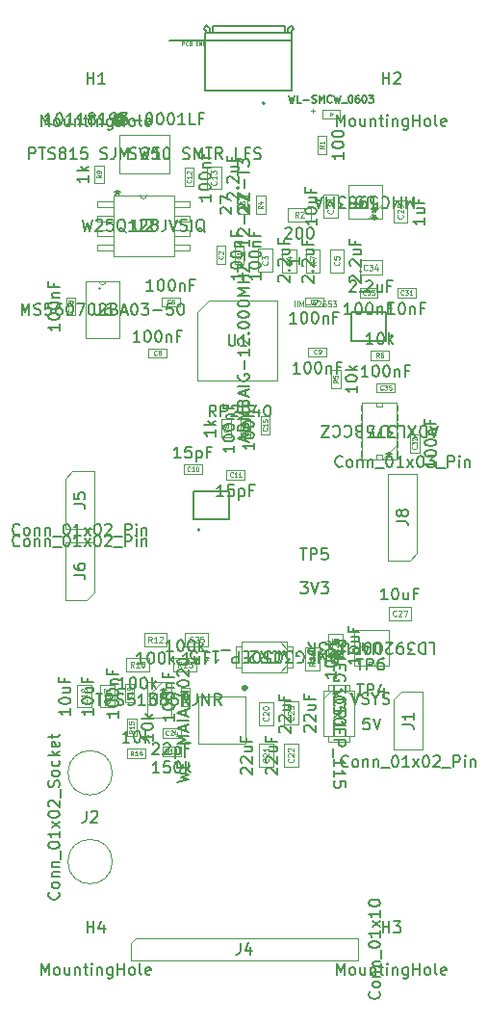
<source format=gbr>
%TF.GenerationSoftware,KiCad,Pcbnew,8.0.7*%
%TF.CreationDate,2025-01-08T02:29:51-05:00*%
%TF.ProjectId,active-drag-system-minimal,61637469-7665-42d6-9472-61672d737973,rev?*%
%TF.SameCoordinates,Original*%
%TF.FileFunction,AssemblyDrawing,Top*%
%FSLAX46Y46*%
G04 Gerber Fmt 4.6, Leading zero omitted, Abs format (unit mm)*
G04 Created by KiCad (PCBNEW 8.0.7) date 2025-01-08 02:29:51*
%MOMM*%
%LPD*%
G01*
G04 APERTURE LIST*
%ADD10C,0.150000*%
%ADD11C,0.080000*%
%ADD12C,0.060000*%
%ADD13C,0.120000*%
%ADD14C,0.100000*%
%ADD15C,0.025400*%
%ADD16C,0.152400*%
%ADD17C,0.127000*%
%ADD18C,0.200000*%
%ADD19C,0.508000*%
%ADD20C,0.400000*%
G04 APERTURE END LIST*
D10*
X163934819Y-76245238D02*
X163934819Y-76816666D01*
X163934819Y-76530952D02*
X162934819Y-76530952D01*
X162934819Y-76530952D02*
X163077676Y-76626190D01*
X163077676Y-76626190D02*
X163172914Y-76721428D01*
X163172914Y-76721428D02*
X163220533Y-76816666D01*
X163268152Y-75388095D02*
X163934819Y-75388095D01*
X163268152Y-75816666D02*
X163791961Y-75816666D01*
X163791961Y-75816666D02*
X163887200Y-75769047D01*
X163887200Y-75769047D02*
X163934819Y-75673809D01*
X163934819Y-75673809D02*
X163934819Y-75530952D01*
X163934819Y-75530952D02*
X163887200Y-75435714D01*
X163887200Y-75435714D02*
X163839580Y-75388095D01*
X163411009Y-74578571D02*
X163411009Y-74911904D01*
X163934819Y-74911904D02*
X162934819Y-74911904D01*
X162934819Y-74911904D02*
X162934819Y-74435714D01*
D11*
X161979530Y-75971428D02*
X162003340Y-75995237D01*
X162003340Y-75995237D02*
X162027149Y-76066666D01*
X162027149Y-76066666D02*
X162027149Y-76114285D01*
X162027149Y-76114285D02*
X162003340Y-76185713D01*
X162003340Y-76185713D02*
X161955720Y-76233332D01*
X161955720Y-76233332D02*
X161908101Y-76257142D01*
X161908101Y-76257142D02*
X161812863Y-76280951D01*
X161812863Y-76280951D02*
X161741435Y-76280951D01*
X161741435Y-76280951D02*
X161646197Y-76257142D01*
X161646197Y-76257142D02*
X161598578Y-76233332D01*
X161598578Y-76233332D02*
X161550959Y-76185713D01*
X161550959Y-76185713D02*
X161527149Y-76114285D01*
X161527149Y-76114285D02*
X161527149Y-76066666D01*
X161527149Y-76066666D02*
X161550959Y-75995237D01*
X161550959Y-75995237D02*
X161574768Y-75971428D01*
X161574768Y-75780951D02*
X161550959Y-75757142D01*
X161550959Y-75757142D02*
X161527149Y-75709523D01*
X161527149Y-75709523D02*
X161527149Y-75590475D01*
X161527149Y-75590475D02*
X161550959Y-75542856D01*
X161550959Y-75542856D02*
X161574768Y-75519047D01*
X161574768Y-75519047D02*
X161622387Y-75495237D01*
X161622387Y-75495237D02*
X161670006Y-75495237D01*
X161670006Y-75495237D02*
X161741435Y-75519047D01*
X161741435Y-75519047D02*
X162027149Y-75804761D01*
X162027149Y-75804761D02*
X162027149Y-75495237D01*
X162027149Y-75257142D02*
X162027149Y-75161904D01*
X162027149Y-75161904D02*
X162003340Y-75114285D01*
X162003340Y-75114285D02*
X161979530Y-75090476D01*
X161979530Y-75090476D02*
X161908101Y-75042857D01*
X161908101Y-75042857D02*
X161812863Y-75019047D01*
X161812863Y-75019047D02*
X161622387Y-75019047D01*
X161622387Y-75019047D02*
X161574768Y-75042857D01*
X161574768Y-75042857D02*
X161550959Y-75066666D01*
X161550959Y-75066666D02*
X161527149Y-75114285D01*
X161527149Y-75114285D02*
X161527149Y-75209523D01*
X161527149Y-75209523D02*
X161550959Y-75257142D01*
X161550959Y-75257142D02*
X161574768Y-75280952D01*
X161574768Y-75280952D02*
X161622387Y-75304761D01*
X161622387Y-75304761D02*
X161741435Y-75304761D01*
X161741435Y-75304761D02*
X161789054Y-75280952D01*
X161789054Y-75280952D02*
X161812863Y-75257142D01*
X161812863Y-75257142D02*
X161836673Y-75209523D01*
X161836673Y-75209523D02*
X161836673Y-75114285D01*
X161836673Y-75114285D02*
X161812863Y-75066666D01*
X161812863Y-75066666D02*
X161789054Y-75042857D01*
X161789054Y-75042857D02*
X161741435Y-75019047D01*
D10*
X128480952Y-84754819D02*
X128480952Y-83754819D01*
X128480952Y-83754819D02*
X128814285Y-84469104D01*
X128814285Y-84469104D02*
X129147618Y-83754819D01*
X129147618Y-83754819D02*
X129147618Y-84754819D01*
X129576190Y-84707200D02*
X129719047Y-84754819D01*
X129719047Y-84754819D02*
X129957142Y-84754819D01*
X129957142Y-84754819D02*
X130052380Y-84707200D01*
X130052380Y-84707200D02*
X130099999Y-84659580D01*
X130099999Y-84659580D02*
X130147618Y-84564342D01*
X130147618Y-84564342D02*
X130147618Y-84469104D01*
X130147618Y-84469104D02*
X130099999Y-84373866D01*
X130099999Y-84373866D02*
X130052380Y-84326247D01*
X130052380Y-84326247D02*
X129957142Y-84278628D01*
X129957142Y-84278628D02*
X129766666Y-84231009D01*
X129766666Y-84231009D02*
X129671428Y-84183390D01*
X129671428Y-84183390D02*
X129623809Y-84135771D01*
X129623809Y-84135771D02*
X129576190Y-84040533D01*
X129576190Y-84040533D02*
X129576190Y-83945295D01*
X129576190Y-83945295D02*
X129623809Y-83850057D01*
X129623809Y-83850057D02*
X129671428Y-83802438D01*
X129671428Y-83802438D02*
X129766666Y-83754819D01*
X129766666Y-83754819D02*
X130004761Y-83754819D01*
X130004761Y-83754819D02*
X130147618Y-83802438D01*
X131052380Y-83754819D02*
X130576190Y-83754819D01*
X130576190Y-83754819D02*
X130528571Y-84231009D01*
X130528571Y-84231009D02*
X130576190Y-84183390D01*
X130576190Y-84183390D02*
X130671428Y-84135771D01*
X130671428Y-84135771D02*
X130909523Y-84135771D01*
X130909523Y-84135771D02*
X131004761Y-84183390D01*
X131004761Y-84183390D02*
X131052380Y-84231009D01*
X131052380Y-84231009D02*
X131099999Y-84326247D01*
X131099999Y-84326247D02*
X131099999Y-84564342D01*
X131099999Y-84564342D02*
X131052380Y-84659580D01*
X131052380Y-84659580D02*
X131004761Y-84707200D01*
X131004761Y-84707200D02*
X130909523Y-84754819D01*
X130909523Y-84754819D02*
X130671428Y-84754819D01*
X130671428Y-84754819D02*
X130576190Y-84707200D01*
X130576190Y-84707200D02*
X130528571Y-84659580D01*
X131957142Y-83754819D02*
X131766666Y-83754819D01*
X131766666Y-83754819D02*
X131671428Y-83802438D01*
X131671428Y-83802438D02*
X131623809Y-83850057D01*
X131623809Y-83850057D02*
X131528571Y-83992914D01*
X131528571Y-83992914D02*
X131480952Y-84183390D01*
X131480952Y-84183390D02*
X131480952Y-84564342D01*
X131480952Y-84564342D02*
X131528571Y-84659580D01*
X131528571Y-84659580D02*
X131576190Y-84707200D01*
X131576190Y-84707200D02*
X131671428Y-84754819D01*
X131671428Y-84754819D02*
X131861904Y-84754819D01*
X131861904Y-84754819D02*
X131957142Y-84707200D01*
X131957142Y-84707200D02*
X132004761Y-84659580D01*
X132004761Y-84659580D02*
X132052380Y-84564342D01*
X132052380Y-84564342D02*
X132052380Y-84326247D01*
X132052380Y-84326247D02*
X132004761Y-84231009D01*
X132004761Y-84231009D02*
X131957142Y-84183390D01*
X131957142Y-84183390D02*
X131861904Y-84135771D01*
X131861904Y-84135771D02*
X131671428Y-84135771D01*
X131671428Y-84135771D02*
X131576190Y-84183390D01*
X131576190Y-84183390D02*
X131528571Y-84231009D01*
X131528571Y-84231009D02*
X131480952Y-84326247D01*
X132671428Y-83754819D02*
X132766666Y-83754819D01*
X132766666Y-83754819D02*
X132861904Y-83802438D01*
X132861904Y-83802438D02*
X132909523Y-83850057D01*
X132909523Y-83850057D02*
X132957142Y-83945295D01*
X132957142Y-83945295D02*
X133004761Y-84135771D01*
X133004761Y-84135771D02*
X133004761Y-84373866D01*
X133004761Y-84373866D02*
X132957142Y-84564342D01*
X132957142Y-84564342D02*
X132909523Y-84659580D01*
X132909523Y-84659580D02*
X132861904Y-84707200D01*
X132861904Y-84707200D02*
X132766666Y-84754819D01*
X132766666Y-84754819D02*
X132671428Y-84754819D01*
X132671428Y-84754819D02*
X132576190Y-84707200D01*
X132576190Y-84707200D02*
X132528571Y-84659580D01*
X132528571Y-84659580D02*
X132480952Y-84564342D01*
X132480952Y-84564342D02*
X132433333Y-84373866D01*
X132433333Y-84373866D02*
X132433333Y-84135771D01*
X132433333Y-84135771D02*
X132480952Y-83945295D01*
X132480952Y-83945295D02*
X132528571Y-83850057D01*
X132528571Y-83850057D02*
X132576190Y-83802438D01*
X132576190Y-83802438D02*
X132671428Y-83754819D01*
X133338095Y-83754819D02*
X134004761Y-83754819D01*
X134004761Y-83754819D02*
X133576190Y-84754819D01*
X134576190Y-83754819D02*
X134671428Y-83754819D01*
X134671428Y-83754819D02*
X134766666Y-83802438D01*
X134766666Y-83802438D02*
X134814285Y-83850057D01*
X134814285Y-83850057D02*
X134861904Y-83945295D01*
X134861904Y-83945295D02*
X134909523Y-84135771D01*
X134909523Y-84135771D02*
X134909523Y-84373866D01*
X134909523Y-84373866D02*
X134861904Y-84564342D01*
X134861904Y-84564342D02*
X134814285Y-84659580D01*
X134814285Y-84659580D02*
X134766666Y-84707200D01*
X134766666Y-84707200D02*
X134671428Y-84754819D01*
X134671428Y-84754819D02*
X134576190Y-84754819D01*
X134576190Y-84754819D02*
X134480952Y-84707200D01*
X134480952Y-84707200D02*
X134433333Y-84659580D01*
X134433333Y-84659580D02*
X134385714Y-84564342D01*
X134385714Y-84564342D02*
X134338095Y-84373866D01*
X134338095Y-84373866D02*
X134338095Y-84135771D01*
X134338095Y-84135771D02*
X134385714Y-83945295D01*
X134385714Y-83945295D02*
X134433333Y-83850057D01*
X134433333Y-83850057D02*
X134480952Y-83802438D01*
X134480952Y-83802438D02*
X134576190Y-83754819D01*
X135290476Y-83850057D02*
X135338095Y-83802438D01*
X135338095Y-83802438D02*
X135433333Y-83754819D01*
X135433333Y-83754819D02*
X135671428Y-83754819D01*
X135671428Y-83754819D02*
X135766666Y-83802438D01*
X135766666Y-83802438D02*
X135814285Y-83850057D01*
X135814285Y-83850057D02*
X135861904Y-83945295D01*
X135861904Y-83945295D02*
X135861904Y-84040533D01*
X135861904Y-84040533D02*
X135814285Y-84183390D01*
X135814285Y-84183390D02*
X135242857Y-84754819D01*
X135242857Y-84754819D02*
X135861904Y-84754819D01*
X136623809Y-84231009D02*
X136766666Y-84278628D01*
X136766666Y-84278628D02*
X136814285Y-84326247D01*
X136814285Y-84326247D02*
X136861904Y-84421485D01*
X136861904Y-84421485D02*
X136861904Y-84564342D01*
X136861904Y-84564342D02*
X136814285Y-84659580D01*
X136814285Y-84659580D02*
X136766666Y-84707200D01*
X136766666Y-84707200D02*
X136671428Y-84754819D01*
X136671428Y-84754819D02*
X136290476Y-84754819D01*
X136290476Y-84754819D02*
X136290476Y-83754819D01*
X136290476Y-83754819D02*
X136623809Y-83754819D01*
X136623809Y-83754819D02*
X136719047Y-83802438D01*
X136719047Y-83802438D02*
X136766666Y-83850057D01*
X136766666Y-83850057D02*
X136814285Y-83945295D01*
X136814285Y-83945295D02*
X136814285Y-84040533D01*
X136814285Y-84040533D02*
X136766666Y-84135771D01*
X136766666Y-84135771D02*
X136719047Y-84183390D01*
X136719047Y-84183390D02*
X136623809Y-84231009D01*
X136623809Y-84231009D02*
X136290476Y-84231009D01*
X137242857Y-84469104D02*
X137719047Y-84469104D01*
X137147619Y-84754819D02*
X137480952Y-83754819D01*
X137480952Y-83754819D02*
X137814285Y-84754819D01*
X138338095Y-83754819D02*
X138433333Y-83754819D01*
X138433333Y-83754819D02*
X138528571Y-83802438D01*
X138528571Y-83802438D02*
X138576190Y-83850057D01*
X138576190Y-83850057D02*
X138623809Y-83945295D01*
X138623809Y-83945295D02*
X138671428Y-84135771D01*
X138671428Y-84135771D02*
X138671428Y-84373866D01*
X138671428Y-84373866D02*
X138623809Y-84564342D01*
X138623809Y-84564342D02*
X138576190Y-84659580D01*
X138576190Y-84659580D02*
X138528571Y-84707200D01*
X138528571Y-84707200D02*
X138433333Y-84754819D01*
X138433333Y-84754819D02*
X138338095Y-84754819D01*
X138338095Y-84754819D02*
X138242857Y-84707200D01*
X138242857Y-84707200D02*
X138195238Y-84659580D01*
X138195238Y-84659580D02*
X138147619Y-84564342D01*
X138147619Y-84564342D02*
X138100000Y-84373866D01*
X138100000Y-84373866D02*
X138100000Y-84135771D01*
X138100000Y-84135771D02*
X138147619Y-83945295D01*
X138147619Y-83945295D02*
X138195238Y-83850057D01*
X138195238Y-83850057D02*
X138242857Y-83802438D01*
X138242857Y-83802438D02*
X138338095Y-83754819D01*
X139004762Y-83754819D02*
X139623809Y-83754819D01*
X139623809Y-83754819D02*
X139290476Y-84135771D01*
X139290476Y-84135771D02*
X139433333Y-84135771D01*
X139433333Y-84135771D02*
X139528571Y-84183390D01*
X139528571Y-84183390D02*
X139576190Y-84231009D01*
X139576190Y-84231009D02*
X139623809Y-84326247D01*
X139623809Y-84326247D02*
X139623809Y-84564342D01*
X139623809Y-84564342D02*
X139576190Y-84659580D01*
X139576190Y-84659580D02*
X139528571Y-84707200D01*
X139528571Y-84707200D02*
X139433333Y-84754819D01*
X139433333Y-84754819D02*
X139147619Y-84754819D01*
X139147619Y-84754819D02*
X139052381Y-84707200D01*
X139052381Y-84707200D02*
X139004762Y-84659580D01*
X140052381Y-84373866D02*
X140814286Y-84373866D01*
X141766666Y-83754819D02*
X141290476Y-83754819D01*
X141290476Y-83754819D02*
X141242857Y-84231009D01*
X141242857Y-84231009D02*
X141290476Y-84183390D01*
X141290476Y-84183390D02*
X141385714Y-84135771D01*
X141385714Y-84135771D02*
X141623809Y-84135771D01*
X141623809Y-84135771D02*
X141719047Y-84183390D01*
X141719047Y-84183390D02*
X141766666Y-84231009D01*
X141766666Y-84231009D02*
X141814285Y-84326247D01*
X141814285Y-84326247D02*
X141814285Y-84564342D01*
X141814285Y-84564342D02*
X141766666Y-84659580D01*
X141766666Y-84659580D02*
X141719047Y-84707200D01*
X141719047Y-84707200D02*
X141623809Y-84754819D01*
X141623809Y-84754819D02*
X141385714Y-84754819D01*
X141385714Y-84754819D02*
X141290476Y-84707200D01*
X141290476Y-84707200D02*
X141242857Y-84659580D01*
X142433333Y-83754819D02*
X142528571Y-83754819D01*
X142528571Y-83754819D02*
X142623809Y-83802438D01*
X142623809Y-83802438D02*
X142671428Y-83850057D01*
X142671428Y-83850057D02*
X142719047Y-83945295D01*
X142719047Y-83945295D02*
X142766666Y-84135771D01*
X142766666Y-84135771D02*
X142766666Y-84373866D01*
X142766666Y-84373866D02*
X142719047Y-84564342D01*
X142719047Y-84564342D02*
X142671428Y-84659580D01*
X142671428Y-84659580D02*
X142623809Y-84707200D01*
X142623809Y-84707200D02*
X142528571Y-84754819D01*
X142528571Y-84754819D02*
X142433333Y-84754819D01*
X142433333Y-84754819D02*
X142338095Y-84707200D01*
X142338095Y-84707200D02*
X142290476Y-84659580D01*
X142290476Y-84659580D02*
X142242857Y-84564342D01*
X142242857Y-84564342D02*
X142195238Y-84373866D01*
X142195238Y-84373866D02*
X142195238Y-84135771D01*
X142195238Y-84135771D02*
X142242857Y-83945295D01*
X142242857Y-83945295D02*
X142290476Y-83850057D01*
X142290476Y-83850057D02*
X142338095Y-83802438D01*
X142338095Y-83802438D02*
X142433333Y-83754819D01*
X134838095Y-83754819D02*
X134838095Y-84564342D01*
X134838095Y-84564342D02*
X134885714Y-84659580D01*
X134885714Y-84659580D02*
X134933333Y-84707200D01*
X134933333Y-84707200D02*
X135028571Y-84754819D01*
X135028571Y-84754819D02*
X135219047Y-84754819D01*
X135219047Y-84754819D02*
X135314285Y-84707200D01*
X135314285Y-84707200D02*
X135361904Y-84659580D01*
X135361904Y-84659580D02*
X135409523Y-84564342D01*
X135409523Y-84564342D02*
X135409523Y-83754819D01*
X136314285Y-83754819D02*
X136123809Y-83754819D01*
X136123809Y-83754819D02*
X136028571Y-83802438D01*
X136028571Y-83802438D02*
X135980952Y-83850057D01*
X135980952Y-83850057D02*
X135885714Y-83992914D01*
X135885714Y-83992914D02*
X135838095Y-84183390D01*
X135838095Y-84183390D02*
X135838095Y-84564342D01*
X135838095Y-84564342D02*
X135885714Y-84659580D01*
X135885714Y-84659580D02*
X135933333Y-84707200D01*
X135933333Y-84707200D02*
X136028571Y-84754819D01*
X136028571Y-84754819D02*
X136219047Y-84754819D01*
X136219047Y-84754819D02*
X136314285Y-84707200D01*
X136314285Y-84707200D02*
X136361904Y-84659580D01*
X136361904Y-84659580D02*
X136409523Y-84564342D01*
X136409523Y-84564342D02*
X136409523Y-84326247D01*
X136409523Y-84326247D02*
X136361904Y-84231009D01*
X136361904Y-84231009D02*
X136314285Y-84183390D01*
X136314285Y-84183390D02*
X136219047Y-84135771D01*
X136219047Y-84135771D02*
X136028571Y-84135771D01*
X136028571Y-84135771D02*
X135933333Y-84183390D01*
X135933333Y-84183390D02*
X135885714Y-84231009D01*
X135885714Y-84231009D02*
X135838095Y-84326247D01*
X164934819Y-97597619D02*
X164934819Y-98169047D01*
X164934819Y-97883333D02*
X163934819Y-97883333D01*
X163934819Y-97883333D02*
X164077676Y-97978571D01*
X164077676Y-97978571D02*
X164172914Y-98073809D01*
X164172914Y-98073809D02*
X164220533Y-98169047D01*
X163934819Y-96978571D02*
X163934819Y-96883333D01*
X163934819Y-96883333D02*
X163982438Y-96788095D01*
X163982438Y-96788095D02*
X164030057Y-96740476D01*
X164030057Y-96740476D02*
X164125295Y-96692857D01*
X164125295Y-96692857D02*
X164315771Y-96645238D01*
X164315771Y-96645238D02*
X164553866Y-96645238D01*
X164553866Y-96645238D02*
X164744342Y-96692857D01*
X164744342Y-96692857D02*
X164839580Y-96740476D01*
X164839580Y-96740476D02*
X164887200Y-96788095D01*
X164887200Y-96788095D02*
X164934819Y-96883333D01*
X164934819Y-96883333D02*
X164934819Y-96978571D01*
X164934819Y-96978571D02*
X164887200Y-97073809D01*
X164887200Y-97073809D02*
X164839580Y-97121428D01*
X164839580Y-97121428D02*
X164744342Y-97169047D01*
X164744342Y-97169047D02*
X164553866Y-97216666D01*
X164553866Y-97216666D02*
X164315771Y-97216666D01*
X164315771Y-97216666D02*
X164125295Y-97169047D01*
X164125295Y-97169047D02*
X164030057Y-97121428D01*
X164030057Y-97121428D02*
X163982438Y-97073809D01*
X163982438Y-97073809D02*
X163934819Y-96978571D01*
X163934819Y-96026190D02*
X163934819Y-95930952D01*
X163934819Y-95930952D02*
X163982438Y-95835714D01*
X163982438Y-95835714D02*
X164030057Y-95788095D01*
X164030057Y-95788095D02*
X164125295Y-95740476D01*
X164125295Y-95740476D02*
X164315771Y-95692857D01*
X164315771Y-95692857D02*
X164553866Y-95692857D01*
X164553866Y-95692857D02*
X164744342Y-95740476D01*
X164744342Y-95740476D02*
X164839580Y-95788095D01*
X164839580Y-95788095D02*
X164887200Y-95835714D01*
X164887200Y-95835714D02*
X164934819Y-95930952D01*
X164934819Y-95930952D02*
X164934819Y-96026190D01*
X164934819Y-96026190D02*
X164887200Y-96121428D01*
X164887200Y-96121428D02*
X164839580Y-96169047D01*
X164839580Y-96169047D02*
X164744342Y-96216666D01*
X164744342Y-96216666D02*
X164553866Y-96264285D01*
X164553866Y-96264285D02*
X164315771Y-96264285D01*
X164315771Y-96264285D02*
X164125295Y-96216666D01*
X164125295Y-96216666D02*
X164030057Y-96169047D01*
X164030057Y-96169047D02*
X163982438Y-96121428D01*
X163982438Y-96121428D02*
X163934819Y-96026190D01*
X164268152Y-95264285D02*
X164934819Y-95264285D01*
X164363390Y-95264285D02*
X164315771Y-95216666D01*
X164315771Y-95216666D02*
X164268152Y-95121428D01*
X164268152Y-95121428D02*
X164268152Y-94978571D01*
X164268152Y-94978571D02*
X164315771Y-94883333D01*
X164315771Y-94883333D02*
X164411009Y-94835714D01*
X164411009Y-94835714D02*
X164934819Y-94835714D01*
X164411009Y-94026190D02*
X164411009Y-94359523D01*
X164934819Y-94359523D02*
X163934819Y-94359523D01*
X163934819Y-94359523D02*
X163934819Y-93883333D01*
D12*
X163193832Y-96307142D02*
X163212880Y-96326190D01*
X163212880Y-96326190D02*
X163231927Y-96383332D01*
X163231927Y-96383332D02*
X163231927Y-96421428D01*
X163231927Y-96421428D02*
X163212880Y-96478571D01*
X163212880Y-96478571D02*
X163174784Y-96516666D01*
X163174784Y-96516666D02*
X163136689Y-96535713D01*
X163136689Y-96535713D02*
X163060499Y-96554761D01*
X163060499Y-96554761D02*
X163003356Y-96554761D01*
X163003356Y-96554761D02*
X162927165Y-96535713D01*
X162927165Y-96535713D02*
X162889070Y-96516666D01*
X162889070Y-96516666D02*
X162850975Y-96478571D01*
X162850975Y-96478571D02*
X162831927Y-96421428D01*
X162831927Y-96421428D02*
X162831927Y-96383332D01*
X162831927Y-96383332D02*
X162850975Y-96326190D01*
X162850975Y-96326190D02*
X162870022Y-96307142D01*
X162831927Y-96173809D02*
X162831927Y-95926190D01*
X162831927Y-95926190D02*
X162984308Y-96059523D01*
X162984308Y-96059523D02*
X162984308Y-96002380D01*
X162984308Y-96002380D02*
X163003356Y-95964285D01*
X163003356Y-95964285D02*
X163022403Y-95945237D01*
X163022403Y-95945237D02*
X163060499Y-95926190D01*
X163060499Y-95926190D02*
X163155737Y-95926190D01*
X163155737Y-95926190D02*
X163193832Y-95945237D01*
X163193832Y-95945237D02*
X163212880Y-95964285D01*
X163212880Y-95964285D02*
X163231927Y-96002380D01*
X163231927Y-96002380D02*
X163231927Y-96116666D01*
X163231927Y-96116666D02*
X163212880Y-96154761D01*
X163212880Y-96154761D02*
X163193832Y-96173809D01*
X162870022Y-95773809D02*
X162850975Y-95754761D01*
X162850975Y-95754761D02*
X162831927Y-95716666D01*
X162831927Y-95716666D02*
X162831927Y-95621428D01*
X162831927Y-95621428D02*
X162850975Y-95583333D01*
X162850975Y-95583333D02*
X162870022Y-95564285D01*
X162870022Y-95564285D02*
X162908118Y-95545238D01*
X162908118Y-95545238D02*
X162946213Y-95545238D01*
X162946213Y-95545238D02*
X163003356Y-95564285D01*
X163003356Y-95564285D02*
X163231927Y-95792857D01*
X163231927Y-95792857D02*
X163231927Y-95545238D01*
D10*
X145524819Y-94844047D02*
X145524819Y-95415475D01*
X145524819Y-95129761D02*
X144524819Y-95129761D01*
X144524819Y-95129761D02*
X144667676Y-95224999D01*
X144667676Y-95224999D02*
X144762914Y-95320237D01*
X144762914Y-95320237D02*
X144810533Y-95415475D01*
X145524819Y-94415475D02*
X144524819Y-94415475D01*
X145143866Y-94320237D02*
X145524819Y-94034523D01*
X144858152Y-94034523D02*
X145239104Y-94415475D01*
D12*
X146681927Y-94791666D02*
X146491451Y-94924999D01*
X146681927Y-95020237D02*
X146281927Y-95020237D01*
X146281927Y-95020237D02*
X146281927Y-94867856D01*
X146281927Y-94867856D02*
X146300975Y-94829761D01*
X146300975Y-94829761D02*
X146320022Y-94810714D01*
X146320022Y-94810714D02*
X146358118Y-94791666D01*
X146358118Y-94791666D02*
X146415260Y-94791666D01*
X146415260Y-94791666D02*
X146453356Y-94810714D01*
X146453356Y-94810714D02*
X146472403Y-94829761D01*
X146472403Y-94829761D02*
X146491451Y-94867856D01*
X146491451Y-94867856D02*
X146491451Y-95020237D01*
X146453356Y-94563095D02*
X146434308Y-94601190D01*
X146434308Y-94601190D02*
X146415260Y-94620237D01*
X146415260Y-94620237D02*
X146377165Y-94639285D01*
X146377165Y-94639285D02*
X146358118Y-94639285D01*
X146358118Y-94639285D02*
X146320022Y-94620237D01*
X146320022Y-94620237D02*
X146300975Y-94601190D01*
X146300975Y-94601190D02*
X146281927Y-94563095D01*
X146281927Y-94563095D02*
X146281927Y-94486904D01*
X146281927Y-94486904D02*
X146300975Y-94448809D01*
X146300975Y-94448809D02*
X146320022Y-94429761D01*
X146320022Y-94429761D02*
X146358118Y-94410714D01*
X146358118Y-94410714D02*
X146377165Y-94410714D01*
X146377165Y-94410714D02*
X146415260Y-94429761D01*
X146415260Y-94429761D02*
X146434308Y-94448809D01*
X146434308Y-94448809D02*
X146453356Y-94486904D01*
X146453356Y-94486904D02*
X146453356Y-94563095D01*
X146453356Y-94563095D02*
X146472403Y-94601190D01*
X146472403Y-94601190D02*
X146491451Y-94620237D01*
X146491451Y-94620237D02*
X146529546Y-94639285D01*
X146529546Y-94639285D02*
X146605737Y-94639285D01*
X146605737Y-94639285D02*
X146643832Y-94620237D01*
X146643832Y-94620237D02*
X146662880Y-94601190D01*
X146662880Y-94601190D02*
X146681927Y-94563095D01*
X146681927Y-94563095D02*
X146681927Y-94486904D01*
X146681927Y-94486904D02*
X146662880Y-94448809D01*
X146662880Y-94448809D02*
X146643832Y-94429761D01*
X146643832Y-94429761D02*
X146605737Y-94410714D01*
X146605737Y-94410714D02*
X146529546Y-94410714D01*
X146529546Y-94410714D02*
X146491451Y-94429761D01*
X146491451Y-94429761D02*
X146472403Y-94448809D01*
X146472403Y-94448809D02*
X146453356Y-94486904D01*
D10*
X133819048Y-76354819D02*
X134057143Y-77354819D01*
X134057143Y-77354819D02*
X134247619Y-76640533D01*
X134247619Y-76640533D02*
X134438095Y-77354819D01*
X134438095Y-77354819D02*
X134676191Y-76354819D01*
X135009524Y-76450057D02*
X135057143Y-76402438D01*
X135057143Y-76402438D02*
X135152381Y-76354819D01*
X135152381Y-76354819D02*
X135390476Y-76354819D01*
X135390476Y-76354819D02*
X135485714Y-76402438D01*
X135485714Y-76402438D02*
X135533333Y-76450057D01*
X135533333Y-76450057D02*
X135580952Y-76545295D01*
X135580952Y-76545295D02*
X135580952Y-76640533D01*
X135580952Y-76640533D02*
X135533333Y-76783390D01*
X135533333Y-76783390D02*
X134961905Y-77354819D01*
X134961905Y-77354819D02*
X135580952Y-77354819D01*
X136485714Y-76354819D02*
X136009524Y-76354819D01*
X136009524Y-76354819D02*
X135961905Y-76831009D01*
X135961905Y-76831009D02*
X136009524Y-76783390D01*
X136009524Y-76783390D02*
X136104762Y-76735771D01*
X136104762Y-76735771D02*
X136342857Y-76735771D01*
X136342857Y-76735771D02*
X136438095Y-76783390D01*
X136438095Y-76783390D02*
X136485714Y-76831009D01*
X136485714Y-76831009D02*
X136533333Y-76926247D01*
X136533333Y-76926247D02*
X136533333Y-77164342D01*
X136533333Y-77164342D02*
X136485714Y-77259580D01*
X136485714Y-77259580D02*
X136438095Y-77307200D01*
X136438095Y-77307200D02*
X136342857Y-77354819D01*
X136342857Y-77354819D02*
X136104762Y-77354819D01*
X136104762Y-77354819D02*
X136009524Y-77307200D01*
X136009524Y-77307200D02*
X135961905Y-77259580D01*
X137628571Y-77450057D02*
X137533333Y-77402438D01*
X137533333Y-77402438D02*
X137438095Y-77307200D01*
X137438095Y-77307200D02*
X137295238Y-77164342D01*
X137295238Y-77164342D02*
X137200000Y-77116723D01*
X137200000Y-77116723D02*
X137104762Y-77116723D01*
X137152381Y-77354819D02*
X137057143Y-77307200D01*
X137057143Y-77307200D02*
X136961905Y-77211961D01*
X136961905Y-77211961D02*
X136914286Y-77021485D01*
X136914286Y-77021485D02*
X136914286Y-76688152D01*
X136914286Y-76688152D02*
X136961905Y-76497676D01*
X136961905Y-76497676D02*
X137057143Y-76402438D01*
X137057143Y-76402438D02*
X137152381Y-76354819D01*
X137152381Y-76354819D02*
X137342857Y-76354819D01*
X137342857Y-76354819D02*
X137438095Y-76402438D01*
X137438095Y-76402438D02*
X137533333Y-76497676D01*
X137533333Y-76497676D02*
X137580952Y-76688152D01*
X137580952Y-76688152D02*
X137580952Y-77021485D01*
X137580952Y-77021485D02*
X137533333Y-77211961D01*
X137533333Y-77211961D02*
X137438095Y-77307200D01*
X137438095Y-77307200D02*
X137342857Y-77354819D01*
X137342857Y-77354819D02*
X137152381Y-77354819D01*
X138533333Y-77354819D02*
X137961905Y-77354819D01*
X138247619Y-77354819D02*
X138247619Y-76354819D01*
X138247619Y-76354819D02*
X138152381Y-76497676D01*
X138152381Y-76497676D02*
X138057143Y-76592914D01*
X138057143Y-76592914D02*
X137961905Y-76640533D01*
X138914286Y-76450057D02*
X138961905Y-76402438D01*
X138961905Y-76402438D02*
X139057143Y-76354819D01*
X139057143Y-76354819D02*
X139295238Y-76354819D01*
X139295238Y-76354819D02*
X139390476Y-76402438D01*
X139390476Y-76402438D02*
X139438095Y-76450057D01*
X139438095Y-76450057D02*
X139485714Y-76545295D01*
X139485714Y-76545295D02*
X139485714Y-76640533D01*
X139485714Y-76640533D02*
X139438095Y-76783390D01*
X139438095Y-76783390D02*
X138866667Y-77354819D01*
X138866667Y-77354819D02*
X139485714Y-77354819D01*
X140057143Y-76783390D02*
X139961905Y-76735771D01*
X139961905Y-76735771D02*
X139914286Y-76688152D01*
X139914286Y-76688152D02*
X139866667Y-76592914D01*
X139866667Y-76592914D02*
X139866667Y-76545295D01*
X139866667Y-76545295D02*
X139914286Y-76450057D01*
X139914286Y-76450057D02*
X139961905Y-76402438D01*
X139961905Y-76402438D02*
X140057143Y-76354819D01*
X140057143Y-76354819D02*
X140247619Y-76354819D01*
X140247619Y-76354819D02*
X140342857Y-76402438D01*
X140342857Y-76402438D02*
X140390476Y-76450057D01*
X140390476Y-76450057D02*
X140438095Y-76545295D01*
X140438095Y-76545295D02*
X140438095Y-76592914D01*
X140438095Y-76592914D02*
X140390476Y-76688152D01*
X140390476Y-76688152D02*
X140342857Y-76735771D01*
X140342857Y-76735771D02*
X140247619Y-76783390D01*
X140247619Y-76783390D02*
X140057143Y-76783390D01*
X140057143Y-76783390D02*
X139961905Y-76831009D01*
X139961905Y-76831009D02*
X139914286Y-76878628D01*
X139914286Y-76878628D02*
X139866667Y-76973866D01*
X139866667Y-76973866D02*
X139866667Y-77164342D01*
X139866667Y-77164342D02*
X139914286Y-77259580D01*
X139914286Y-77259580D02*
X139961905Y-77307200D01*
X139961905Y-77307200D02*
X140057143Y-77354819D01*
X140057143Y-77354819D02*
X140247619Y-77354819D01*
X140247619Y-77354819D02*
X140342857Y-77307200D01*
X140342857Y-77307200D02*
X140390476Y-77259580D01*
X140390476Y-77259580D02*
X140438095Y-77164342D01*
X140438095Y-77164342D02*
X140438095Y-76973866D01*
X140438095Y-76973866D02*
X140390476Y-76878628D01*
X140390476Y-76878628D02*
X140342857Y-76831009D01*
X140342857Y-76831009D02*
X140247619Y-76783390D01*
X141152381Y-76354819D02*
X141152381Y-77069104D01*
X141152381Y-77069104D02*
X141104762Y-77211961D01*
X141104762Y-77211961D02*
X141009524Y-77307200D01*
X141009524Y-77307200D02*
X140866667Y-77354819D01*
X140866667Y-77354819D02*
X140771429Y-77354819D01*
X141485715Y-76354819D02*
X141819048Y-77354819D01*
X141819048Y-77354819D02*
X142152381Y-76354819D01*
X142438096Y-77307200D02*
X142580953Y-77354819D01*
X142580953Y-77354819D02*
X142819048Y-77354819D01*
X142819048Y-77354819D02*
X142914286Y-77307200D01*
X142914286Y-77307200D02*
X142961905Y-77259580D01*
X142961905Y-77259580D02*
X143009524Y-77164342D01*
X143009524Y-77164342D02*
X143009524Y-77069104D01*
X143009524Y-77069104D02*
X142961905Y-76973866D01*
X142961905Y-76973866D02*
X142914286Y-76926247D01*
X142914286Y-76926247D02*
X142819048Y-76878628D01*
X142819048Y-76878628D02*
X142628572Y-76831009D01*
X142628572Y-76831009D02*
X142533334Y-76783390D01*
X142533334Y-76783390D02*
X142485715Y-76735771D01*
X142485715Y-76735771D02*
X142438096Y-76640533D01*
X142438096Y-76640533D02*
X142438096Y-76545295D01*
X142438096Y-76545295D02*
X142485715Y-76450057D01*
X142485715Y-76450057D02*
X142533334Y-76402438D01*
X142533334Y-76402438D02*
X142628572Y-76354819D01*
X142628572Y-76354819D02*
X142866667Y-76354819D01*
X142866667Y-76354819D02*
X143009524Y-76402438D01*
X143438096Y-77354819D02*
X143438096Y-76354819D01*
X144580952Y-77450057D02*
X144485714Y-77402438D01*
X144485714Y-77402438D02*
X144390476Y-77307200D01*
X144390476Y-77307200D02*
X144247619Y-77164342D01*
X144247619Y-77164342D02*
X144152381Y-77116723D01*
X144152381Y-77116723D02*
X144057143Y-77116723D01*
X144104762Y-77354819D02*
X144009524Y-77307200D01*
X144009524Y-77307200D02*
X143914286Y-77211961D01*
X143914286Y-77211961D02*
X143866667Y-77021485D01*
X143866667Y-77021485D02*
X143866667Y-76688152D01*
X143866667Y-76688152D02*
X143914286Y-76497676D01*
X143914286Y-76497676D02*
X144009524Y-76402438D01*
X144009524Y-76402438D02*
X144104762Y-76354819D01*
X144104762Y-76354819D02*
X144295238Y-76354819D01*
X144295238Y-76354819D02*
X144390476Y-76402438D01*
X144390476Y-76402438D02*
X144485714Y-76497676D01*
X144485714Y-76497676D02*
X144533333Y-76688152D01*
X144533333Y-76688152D02*
X144533333Y-77021485D01*
X144533333Y-77021485D02*
X144485714Y-77211961D01*
X144485714Y-77211961D02*
X144390476Y-77307200D01*
X144390476Y-77307200D02*
X144295238Y-77354819D01*
X144295238Y-77354819D02*
X144104762Y-77354819D01*
X136914000Y-73764019D02*
X136914000Y-74002114D01*
X136675905Y-73906876D02*
X136914000Y-74002114D01*
X136914000Y-74002114D02*
X137152095Y-73906876D01*
X136771143Y-74192590D02*
X136914000Y-74002114D01*
X136914000Y-74002114D02*
X137056857Y-74192590D01*
X136914000Y-73764019D02*
X136914000Y-74002114D01*
X136675905Y-73906876D02*
X136914000Y-74002114D01*
X136914000Y-74002114D02*
X137152095Y-73906876D01*
X136771143Y-74192590D02*
X136914000Y-74002114D01*
X136914000Y-74002114D02*
X137056857Y-74192590D01*
X138438095Y-76354819D02*
X138438095Y-77164342D01*
X138438095Y-77164342D02*
X138485714Y-77259580D01*
X138485714Y-77259580D02*
X138533333Y-77307200D01*
X138533333Y-77307200D02*
X138628571Y-77354819D01*
X138628571Y-77354819D02*
X138819047Y-77354819D01*
X138819047Y-77354819D02*
X138914285Y-77307200D01*
X138914285Y-77307200D02*
X138961904Y-77259580D01*
X138961904Y-77259580D02*
X139009523Y-77164342D01*
X139009523Y-77164342D02*
X139009523Y-76354819D01*
X139438095Y-76450057D02*
X139485714Y-76402438D01*
X139485714Y-76402438D02*
X139580952Y-76354819D01*
X139580952Y-76354819D02*
X139819047Y-76354819D01*
X139819047Y-76354819D02*
X139914285Y-76402438D01*
X139914285Y-76402438D02*
X139961904Y-76450057D01*
X139961904Y-76450057D02*
X140009523Y-76545295D01*
X140009523Y-76545295D02*
X140009523Y-76640533D01*
X140009523Y-76640533D02*
X139961904Y-76783390D01*
X139961904Y-76783390D02*
X139390476Y-77354819D01*
X139390476Y-77354819D02*
X140009523Y-77354819D01*
X156302380Y-114345180D02*
X156302380Y-115345180D01*
X156302380Y-115345180D02*
X155921428Y-115345180D01*
X155921428Y-115345180D02*
X155826190Y-115297561D01*
X155826190Y-115297561D02*
X155778571Y-115249942D01*
X155778571Y-115249942D02*
X155730952Y-115154704D01*
X155730952Y-115154704D02*
X155730952Y-115011847D01*
X155730952Y-115011847D02*
X155778571Y-114916609D01*
X155778571Y-114916609D02*
X155826190Y-114868990D01*
X155826190Y-114868990D02*
X155921428Y-114821371D01*
X155921428Y-114821371D02*
X156302380Y-114821371D01*
X155302380Y-114345180D02*
X155302380Y-115345180D01*
X155302380Y-115345180D02*
X154969047Y-114630895D01*
X154969047Y-114630895D02*
X154635714Y-115345180D01*
X154635714Y-115345180D02*
X154635714Y-114345180D01*
X154159523Y-114868990D02*
X153826190Y-114868990D01*
X153683333Y-114345180D02*
X154159523Y-114345180D01*
X154159523Y-114345180D02*
X154159523Y-115345180D01*
X154159523Y-115345180D02*
X153683333Y-115345180D01*
X152730952Y-115297561D02*
X152826190Y-115345180D01*
X152826190Y-115345180D02*
X152969047Y-115345180D01*
X152969047Y-115345180D02*
X153111904Y-115297561D01*
X153111904Y-115297561D02*
X153207142Y-115202323D01*
X153207142Y-115202323D02*
X153254761Y-115107085D01*
X153254761Y-115107085D02*
X153302380Y-114916609D01*
X153302380Y-114916609D02*
X153302380Y-114773752D01*
X153302380Y-114773752D02*
X153254761Y-114583276D01*
X153254761Y-114583276D02*
X153207142Y-114488038D01*
X153207142Y-114488038D02*
X153111904Y-114392800D01*
X153111904Y-114392800D02*
X152969047Y-114345180D01*
X152969047Y-114345180D02*
X152873809Y-114345180D01*
X152873809Y-114345180D02*
X152730952Y-114392800D01*
X152730952Y-114392800D02*
X152683333Y-114440419D01*
X152683333Y-114440419D02*
X152683333Y-114773752D01*
X152683333Y-114773752D02*
X152873809Y-114773752D01*
X152349999Y-115345180D02*
X151730952Y-115345180D01*
X151730952Y-115345180D02*
X152064285Y-114964228D01*
X152064285Y-114964228D02*
X151921428Y-114964228D01*
X151921428Y-114964228D02*
X151826190Y-114916609D01*
X151826190Y-114916609D02*
X151778571Y-114868990D01*
X151778571Y-114868990D02*
X151730952Y-114773752D01*
X151730952Y-114773752D02*
X151730952Y-114535657D01*
X151730952Y-114535657D02*
X151778571Y-114440419D01*
X151778571Y-114440419D02*
X151826190Y-114392800D01*
X151826190Y-114392800D02*
X151921428Y-114345180D01*
X151921428Y-114345180D02*
X152207142Y-114345180D01*
X152207142Y-114345180D02*
X152302380Y-114392800D01*
X152302380Y-114392800D02*
X152349999Y-114440419D01*
X151111904Y-115345180D02*
X151016666Y-115345180D01*
X151016666Y-115345180D02*
X150921428Y-115297561D01*
X150921428Y-115297561D02*
X150873809Y-115249942D01*
X150873809Y-115249942D02*
X150826190Y-115154704D01*
X150826190Y-115154704D02*
X150778571Y-114964228D01*
X150778571Y-114964228D02*
X150778571Y-114726133D01*
X150778571Y-114726133D02*
X150826190Y-114535657D01*
X150826190Y-114535657D02*
X150873809Y-114440419D01*
X150873809Y-114440419D02*
X150921428Y-114392800D01*
X150921428Y-114392800D02*
X151016666Y-114345180D01*
X151016666Y-114345180D02*
X151111904Y-114345180D01*
X151111904Y-114345180D02*
X151207142Y-114392800D01*
X151207142Y-114392800D02*
X151254761Y-114440419D01*
X151254761Y-114440419D02*
X151302380Y-114535657D01*
X151302380Y-114535657D02*
X151349999Y-114726133D01*
X151349999Y-114726133D02*
X151349999Y-114964228D01*
X151349999Y-114964228D02*
X151302380Y-115154704D01*
X151302380Y-115154704D02*
X151254761Y-115249942D01*
X151254761Y-115249942D02*
X151207142Y-115297561D01*
X151207142Y-115297561D02*
X151111904Y-115345180D01*
X149873809Y-115345180D02*
X150349999Y-115345180D01*
X150349999Y-115345180D02*
X150397618Y-114868990D01*
X150397618Y-114868990D02*
X150349999Y-114916609D01*
X150349999Y-114916609D02*
X150254761Y-114964228D01*
X150254761Y-114964228D02*
X150016666Y-114964228D01*
X150016666Y-114964228D02*
X149921428Y-114916609D01*
X149921428Y-114916609D02*
X149873809Y-114868990D01*
X149873809Y-114868990D02*
X149826190Y-114773752D01*
X149826190Y-114773752D02*
X149826190Y-114535657D01*
X149826190Y-114535657D02*
X149873809Y-114440419D01*
X149873809Y-114440419D02*
X149921428Y-114392800D01*
X149921428Y-114392800D02*
X150016666Y-114345180D01*
X150016666Y-114345180D02*
X150254761Y-114345180D01*
X150254761Y-114345180D02*
X150349999Y-114392800D01*
X150349999Y-114392800D02*
X150397618Y-114440419D01*
X149207142Y-115345180D02*
X149111904Y-115345180D01*
X149111904Y-115345180D02*
X149016666Y-115297561D01*
X149016666Y-115297561D02*
X148969047Y-115249942D01*
X148969047Y-115249942D02*
X148921428Y-115154704D01*
X148921428Y-115154704D02*
X148873809Y-114964228D01*
X148873809Y-114964228D02*
X148873809Y-114726133D01*
X148873809Y-114726133D02*
X148921428Y-114535657D01*
X148921428Y-114535657D02*
X148969047Y-114440419D01*
X148969047Y-114440419D02*
X149016666Y-114392800D01*
X149016666Y-114392800D02*
X149111904Y-114345180D01*
X149111904Y-114345180D02*
X149207142Y-114345180D01*
X149207142Y-114345180D02*
X149302380Y-114392800D01*
X149302380Y-114392800D02*
X149349999Y-114440419D01*
X149349999Y-114440419D02*
X149397618Y-114535657D01*
X149397618Y-114535657D02*
X149445237Y-114726133D01*
X149445237Y-114726133D02*
X149445237Y-114964228D01*
X149445237Y-114964228D02*
X149397618Y-115154704D01*
X149397618Y-115154704D02*
X149349999Y-115249942D01*
X149349999Y-115249942D02*
X149302380Y-115297561D01*
X149302380Y-115297561D02*
X149207142Y-115345180D01*
X148445237Y-114868990D02*
X148111904Y-114868990D01*
X147969047Y-114345180D02*
X148445237Y-114345180D01*
X148445237Y-114345180D02*
X148445237Y-115345180D01*
X148445237Y-115345180D02*
X147969047Y-115345180D01*
X147540475Y-114345180D02*
X147540475Y-115345180D01*
X147540475Y-115345180D02*
X147159523Y-115345180D01*
X147159523Y-115345180D02*
X147064285Y-115297561D01*
X147064285Y-115297561D02*
X147016666Y-115249942D01*
X147016666Y-115249942D02*
X146969047Y-115154704D01*
X146969047Y-115154704D02*
X146969047Y-115011847D01*
X146969047Y-115011847D02*
X147016666Y-114916609D01*
X147016666Y-114916609D02*
X147064285Y-114868990D01*
X147064285Y-114868990D02*
X147159523Y-114821371D01*
X147159523Y-114821371D02*
X147540475Y-114821371D01*
X146778571Y-114249942D02*
X146016666Y-114249942D01*
X145254761Y-114345180D02*
X145826189Y-114345180D01*
X145540475Y-114345180D02*
X145540475Y-115345180D01*
X145540475Y-115345180D02*
X145635713Y-115202323D01*
X145635713Y-115202323D02*
X145730951Y-115107085D01*
X145730951Y-115107085D02*
X145826189Y-115059466D01*
X144302380Y-114345180D02*
X144873808Y-114345180D01*
X144588094Y-114345180D02*
X144588094Y-115345180D01*
X144588094Y-115345180D02*
X144683332Y-115202323D01*
X144683332Y-115202323D02*
X144778570Y-115107085D01*
X144778570Y-115107085D02*
X144873808Y-115059466D01*
X143397618Y-115345180D02*
X143873808Y-115345180D01*
X143873808Y-115345180D02*
X143921427Y-114868990D01*
X143921427Y-114868990D02*
X143873808Y-114916609D01*
X143873808Y-114916609D02*
X143778570Y-114964228D01*
X143778570Y-114964228D02*
X143540475Y-114964228D01*
X143540475Y-114964228D02*
X143445237Y-114916609D01*
X143445237Y-114916609D02*
X143397618Y-114868990D01*
X143397618Y-114868990D02*
X143349999Y-114773752D01*
X143349999Y-114773752D02*
X143349999Y-114535657D01*
X143349999Y-114535657D02*
X143397618Y-114440419D01*
X143397618Y-114440419D02*
X143445237Y-114392800D01*
X143445237Y-114392800D02*
X143540475Y-114345180D01*
X143540475Y-114345180D02*
X143778570Y-114345180D01*
X143778570Y-114345180D02*
X143873808Y-114392800D01*
X143873808Y-114392800D02*
X143921427Y-114440419D01*
X151589900Y-114254819D02*
X151589900Y-114492914D01*
X151351805Y-114397676D02*
X151589900Y-114492914D01*
X151589900Y-114492914D02*
X151827995Y-114397676D01*
X151447043Y-114683390D02*
X151589900Y-114492914D01*
X151589900Y-114492914D02*
X151732757Y-114683390D01*
X151589900Y-114254819D02*
X151589900Y-114492914D01*
X151351805Y-114397676D02*
X151589900Y-114492914D01*
X151589900Y-114492914D02*
X151827995Y-114397676D01*
X151447043Y-114683390D02*
X151589900Y-114492914D01*
X151589900Y-114492914D02*
X151732757Y-114683390D01*
X150516666Y-114440419D02*
X150564285Y-114392800D01*
X150564285Y-114392800D02*
X150707142Y-114345180D01*
X150707142Y-114345180D02*
X150802380Y-114345180D01*
X150802380Y-114345180D02*
X150945237Y-114392800D01*
X150945237Y-114392800D02*
X151040475Y-114488038D01*
X151040475Y-114488038D02*
X151088094Y-114583276D01*
X151088094Y-114583276D02*
X151135713Y-114773752D01*
X151135713Y-114773752D02*
X151135713Y-114916609D01*
X151135713Y-114916609D02*
X151088094Y-115107085D01*
X151088094Y-115107085D02*
X151040475Y-115202323D01*
X151040475Y-115202323D02*
X150945237Y-115297561D01*
X150945237Y-115297561D02*
X150802380Y-115345180D01*
X150802380Y-115345180D02*
X150707142Y-115345180D01*
X150707142Y-115345180D02*
X150564285Y-115297561D01*
X150564285Y-115297561D02*
X150516666Y-115249942D01*
X149516666Y-114345180D02*
X149849999Y-114821371D01*
X150088094Y-114345180D02*
X150088094Y-115345180D01*
X150088094Y-115345180D02*
X149707142Y-115345180D01*
X149707142Y-115345180D02*
X149611904Y-115297561D01*
X149611904Y-115297561D02*
X149564285Y-115249942D01*
X149564285Y-115249942D02*
X149516666Y-115154704D01*
X149516666Y-115154704D02*
X149516666Y-115011847D01*
X149516666Y-115011847D02*
X149564285Y-114916609D01*
X149564285Y-114916609D02*
X149611904Y-114868990D01*
X149611904Y-114868990D02*
X149707142Y-114821371D01*
X149707142Y-114821371D02*
X150088094Y-114821371D01*
X149135713Y-115249942D02*
X149088094Y-115297561D01*
X149088094Y-115297561D02*
X148992856Y-115345180D01*
X148992856Y-115345180D02*
X148754761Y-115345180D01*
X148754761Y-115345180D02*
X148659523Y-115297561D01*
X148659523Y-115297561D02*
X148611904Y-115249942D01*
X148611904Y-115249942D02*
X148564285Y-115154704D01*
X148564285Y-115154704D02*
X148564285Y-115059466D01*
X148564285Y-115059466D02*
X148611904Y-114916609D01*
X148611904Y-114916609D02*
X149183332Y-114345180D01*
X149183332Y-114345180D02*
X148564285Y-114345180D01*
X164973809Y-94762397D02*
X164497619Y-94762397D01*
X165069047Y-94476682D02*
X164735714Y-95476682D01*
X164735714Y-95476682D02*
X164402381Y-94476682D01*
X164069047Y-94476682D02*
X164069047Y-95476682D01*
X164069047Y-95476682D02*
X163830952Y-95476682D01*
X163830952Y-95476682D02*
X163688095Y-95429063D01*
X163688095Y-95429063D02*
X163592857Y-95333825D01*
X163592857Y-95333825D02*
X163545238Y-95238587D01*
X163545238Y-95238587D02*
X163497619Y-95048111D01*
X163497619Y-95048111D02*
X163497619Y-94905254D01*
X163497619Y-94905254D02*
X163545238Y-94714778D01*
X163545238Y-94714778D02*
X163592857Y-94619540D01*
X163592857Y-94619540D02*
X163688095Y-94524302D01*
X163688095Y-94524302D02*
X163830952Y-94476682D01*
X163830952Y-94476682D02*
X164069047Y-94476682D01*
X163164285Y-95476682D02*
X162497619Y-94476682D01*
X162497619Y-95476682D02*
X163164285Y-94476682D01*
X161640476Y-94476682D02*
X162116666Y-94476682D01*
X162116666Y-94476682D02*
X162116666Y-95476682D01*
X161402380Y-95476682D02*
X160783333Y-95476682D01*
X160783333Y-95476682D02*
X161116666Y-95095730D01*
X161116666Y-95095730D02*
X160973809Y-95095730D01*
X160973809Y-95095730D02*
X160878571Y-95048111D01*
X160878571Y-95048111D02*
X160830952Y-95000492D01*
X160830952Y-95000492D02*
X160783333Y-94905254D01*
X160783333Y-94905254D02*
X160783333Y-94667159D01*
X160783333Y-94667159D02*
X160830952Y-94571921D01*
X160830952Y-94571921D02*
X160878571Y-94524302D01*
X160878571Y-94524302D02*
X160973809Y-94476682D01*
X160973809Y-94476682D02*
X161259523Y-94476682D01*
X161259523Y-94476682D02*
X161354761Y-94524302D01*
X161354761Y-94524302D02*
X161402380Y-94571921D01*
X160449999Y-95476682D02*
X159783333Y-95476682D01*
X159783333Y-95476682D02*
X160211904Y-94476682D01*
X158926190Y-95476682D02*
X159402380Y-95476682D01*
X159402380Y-95476682D02*
X159449999Y-95000492D01*
X159449999Y-95000492D02*
X159402380Y-95048111D01*
X159402380Y-95048111D02*
X159307142Y-95095730D01*
X159307142Y-95095730D02*
X159069047Y-95095730D01*
X159069047Y-95095730D02*
X158973809Y-95048111D01*
X158973809Y-95048111D02*
X158926190Y-95000492D01*
X158926190Y-95000492D02*
X158878571Y-94905254D01*
X158878571Y-94905254D02*
X158878571Y-94667159D01*
X158878571Y-94667159D02*
X158926190Y-94571921D01*
X158926190Y-94571921D02*
X158973809Y-94524302D01*
X158973809Y-94524302D02*
X159069047Y-94476682D01*
X159069047Y-94476682D02*
X159307142Y-94476682D01*
X159307142Y-94476682D02*
X159402380Y-94524302D01*
X159402380Y-94524302D02*
X159449999Y-94571921D01*
X158116666Y-95000492D02*
X157973809Y-94952873D01*
X157973809Y-94952873D02*
X157926190Y-94905254D01*
X157926190Y-94905254D02*
X157878571Y-94810016D01*
X157878571Y-94810016D02*
X157878571Y-94667159D01*
X157878571Y-94667159D02*
X157926190Y-94571921D01*
X157926190Y-94571921D02*
X157973809Y-94524302D01*
X157973809Y-94524302D02*
X158069047Y-94476682D01*
X158069047Y-94476682D02*
X158449999Y-94476682D01*
X158449999Y-94476682D02*
X158449999Y-95476682D01*
X158449999Y-95476682D02*
X158116666Y-95476682D01*
X158116666Y-95476682D02*
X158021428Y-95429063D01*
X158021428Y-95429063D02*
X157973809Y-95381444D01*
X157973809Y-95381444D02*
X157926190Y-95286206D01*
X157926190Y-95286206D02*
X157926190Y-95190968D01*
X157926190Y-95190968D02*
X157973809Y-95095730D01*
X157973809Y-95095730D02*
X158021428Y-95048111D01*
X158021428Y-95048111D02*
X158116666Y-95000492D01*
X158116666Y-95000492D02*
X158449999Y-95000492D01*
X156878571Y-94571921D02*
X156926190Y-94524302D01*
X156926190Y-94524302D02*
X157069047Y-94476682D01*
X157069047Y-94476682D02*
X157164285Y-94476682D01*
X157164285Y-94476682D02*
X157307142Y-94524302D01*
X157307142Y-94524302D02*
X157402380Y-94619540D01*
X157402380Y-94619540D02*
X157449999Y-94714778D01*
X157449999Y-94714778D02*
X157497618Y-94905254D01*
X157497618Y-94905254D02*
X157497618Y-95048111D01*
X157497618Y-95048111D02*
X157449999Y-95238587D01*
X157449999Y-95238587D02*
X157402380Y-95333825D01*
X157402380Y-95333825D02*
X157307142Y-95429063D01*
X157307142Y-95429063D02*
X157164285Y-95476682D01*
X157164285Y-95476682D02*
X157069047Y-95476682D01*
X157069047Y-95476682D02*
X156926190Y-95429063D01*
X156926190Y-95429063D02*
X156878571Y-95381444D01*
X155878571Y-94571921D02*
X155926190Y-94524302D01*
X155926190Y-94524302D02*
X156069047Y-94476682D01*
X156069047Y-94476682D02*
X156164285Y-94476682D01*
X156164285Y-94476682D02*
X156307142Y-94524302D01*
X156307142Y-94524302D02*
X156402380Y-94619540D01*
X156402380Y-94619540D02*
X156449999Y-94714778D01*
X156449999Y-94714778D02*
X156497618Y-94905254D01*
X156497618Y-94905254D02*
X156497618Y-95048111D01*
X156497618Y-95048111D02*
X156449999Y-95238587D01*
X156449999Y-95238587D02*
X156402380Y-95333825D01*
X156402380Y-95333825D02*
X156307142Y-95429063D01*
X156307142Y-95429063D02*
X156164285Y-95476682D01*
X156164285Y-95476682D02*
X156069047Y-95476682D01*
X156069047Y-95476682D02*
X155926190Y-95429063D01*
X155926190Y-95429063D02*
X155878571Y-95381444D01*
X155545237Y-95476682D02*
X154878571Y-95476682D01*
X154878571Y-95476682D02*
X155545237Y-94476682D01*
X155545237Y-94476682D02*
X154878571Y-94476682D01*
X160762000Y-96786321D02*
X160762000Y-97024416D01*
X160523905Y-96929178D02*
X160762000Y-97024416D01*
X160762000Y-97024416D02*
X161000095Y-96929178D01*
X160619143Y-97214892D02*
X160762000Y-97024416D01*
X160762000Y-97024416D02*
X160904857Y-97214892D01*
X160762000Y-96786321D02*
X160762000Y-97024416D01*
X160523905Y-96929178D02*
X160762000Y-97024416D01*
X160762000Y-97024416D02*
X161000095Y-96929178D01*
X160619143Y-97214892D02*
X160762000Y-97024416D01*
X160762000Y-97024416D02*
X160904857Y-97214892D01*
X160711904Y-95476682D02*
X160711904Y-94667159D01*
X160711904Y-94667159D02*
X160664285Y-94571921D01*
X160664285Y-94571921D02*
X160616666Y-94524302D01*
X160616666Y-94524302D02*
X160521428Y-94476682D01*
X160521428Y-94476682D02*
X160330952Y-94476682D01*
X160330952Y-94476682D02*
X160235714Y-94524302D01*
X160235714Y-94524302D02*
X160188095Y-94571921D01*
X160188095Y-94571921D02*
X160140476Y-94667159D01*
X160140476Y-94667159D02*
X160140476Y-95476682D01*
X159759523Y-95476682D02*
X159092857Y-95476682D01*
X159092857Y-95476682D02*
X159521428Y-94476682D01*
X146630057Y-74580951D02*
X146582438Y-74533332D01*
X146582438Y-74533332D02*
X146534819Y-74438094D01*
X146534819Y-74438094D02*
X146534819Y-74199999D01*
X146534819Y-74199999D02*
X146582438Y-74104761D01*
X146582438Y-74104761D02*
X146630057Y-74057142D01*
X146630057Y-74057142D02*
X146725295Y-74009523D01*
X146725295Y-74009523D02*
X146820533Y-74009523D01*
X146820533Y-74009523D02*
X146963390Y-74057142D01*
X146963390Y-74057142D02*
X147534819Y-74628570D01*
X147534819Y-74628570D02*
X147534819Y-74009523D01*
X147439580Y-73580951D02*
X147487200Y-73533332D01*
X147487200Y-73533332D02*
X147534819Y-73580951D01*
X147534819Y-73580951D02*
X147487200Y-73628570D01*
X147487200Y-73628570D02*
X147439580Y-73580951D01*
X147439580Y-73580951D02*
X147534819Y-73580951D01*
X146630057Y-73152380D02*
X146582438Y-73104761D01*
X146582438Y-73104761D02*
X146534819Y-73009523D01*
X146534819Y-73009523D02*
X146534819Y-72771428D01*
X146534819Y-72771428D02*
X146582438Y-72676190D01*
X146582438Y-72676190D02*
X146630057Y-72628571D01*
X146630057Y-72628571D02*
X146725295Y-72580952D01*
X146725295Y-72580952D02*
X146820533Y-72580952D01*
X146820533Y-72580952D02*
X146963390Y-72628571D01*
X146963390Y-72628571D02*
X147534819Y-73199999D01*
X147534819Y-73199999D02*
X147534819Y-72580952D01*
X146868152Y-71723809D02*
X147534819Y-71723809D01*
X146868152Y-72152380D02*
X147391961Y-72152380D01*
X147391961Y-72152380D02*
X147487200Y-72104761D01*
X147487200Y-72104761D02*
X147534819Y-72009523D01*
X147534819Y-72009523D02*
X147534819Y-71866666D01*
X147534819Y-71866666D02*
X147487200Y-71771428D01*
X147487200Y-71771428D02*
X147439580Y-71723809D01*
X147011009Y-70914285D02*
X147011009Y-71247618D01*
X147534819Y-71247618D02*
X146534819Y-71247618D01*
X146534819Y-71247618D02*
X146534819Y-70771428D01*
D11*
X145579530Y-73021428D02*
X145603340Y-73045237D01*
X145603340Y-73045237D02*
X145627149Y-73116666D01*
X145627149Y-73116666D02*
X145627149Y-73164285D01*
X145627149Y-73164285D02*
X145603340Y-73235713D01*
X145603340Y-73235713D02*
X145555720Y-73283332D01*
X145555720Y-73283332D02*
X145508101Y-73307142D01*
X145508101Y-73307142D02*
X145412863Y-73330951D01*
X145412863Y-73330951D02*
X145341435Y-73330951D01*
X145341435Y-73330951D02*
X145246197Y-73307142D01*
X145246197Y-73307142D02*
X145198578Y-73283332D01*
X145198578Y-73283332D02*
X145150959Y-73235713D01*
X145150959Y-73235713D02*
X145127149Y-73164285D01*
X145127149Y-73164285D02*
X145127149Y-73116666D01*
X145127149Y-73116666D02*
X145150959Y-73045237D01*
X145150959Y-73045237D02*
X145174768Y-73021428D01*
X145627149Y-72545237D02*
X145627149Y-72830951D01*
X145627149Y-72688094D02*
X145127149Y-72688094D01*
X145127149Y-72688094D02*
X145198578Y-72735713D01*
X145198578Y-72735713D02*
X145246197Y-72783332D01*
X145246197Y-72783332D02*
X145270006Y-72830951D01*
X145127149Y-72378571D02*
X145127149Y-72069047D01*
X145127149Y-72069047D02*
X145317625Y-72235714D01*
X145317625Y-72235714D02*
X145317625Y-72164285D01*
X145317625Y-72164285D02*
X145341435Y-72116666D01*
X145341435Y-72116666D02*
X145365244Y-72092857D01*
X145365244Y-72092857D02*
X145412863Y-72069047D01*
X145412863Y-72069047D02*
X145531911Y-72069047D01*
X145531911Y-72069047D02*
X145579530Y-72092857D01*
X145579530Y-72092857D02*
X145603340Y-72116666D01*
X145603340Y-72116666D02*
X145627149Y-72164285D01*
X145627149Y-72164285D02*
X145627149Y-72307142D01*
X145627149Y-72307142D02*
X145603340Y-72354761D01*
X145603340Y-72354761D02*
X145579530Y-72378571D01*
D10*
X139182672Y-115404945D02*
X138611244Y-115404945D01*
X138896958Y-115404945D02*
X138896958Y-114404945D01*
X138896958Y-114404945D02*
X138801720Y-114547802D01*
X138801720Y-114547802D02*
X138706482Y-114643040D01*
X138706482Y-114643040D02*
X138611244Y-114690659D01*
X139801720Y-114404945D02*
X139896958Y-114404945D01*
X139896958Y-114404945D02*
X139992196Y-114452564D01*
X139992196Y-114452564D02*
X140039815Y-114500183D01*
X140039815Y-114500183D02*
X140087434Y-114595421D01*
X140087434Y-114595421D02*
X140135053Y-114785897D01*
X140135053Y-114785897D02*
X140135053Y-115023992D01*
X140135053Y-115023992D02*
X140087434Y-115214468D01*
X140087434Y-115214468D02*
X140039815Y-115309706D01*
X140039815Y-115309706D02*
X139992196Y-115357326D01*
X139992196Y-115357326D02*
X139896958Y-115404945D01*
X139896958Y-115404945D02*
X139801720Y-115404945D01*
X139801720Y-115404945D02*
X139706482Y-115357326D01*
X139706482Y-115357326D02*
X139658863Y-115309706D01*
X139658863Y-115309706D02*
X139611244Y-115214468D01*
X139611244Y-115214468D02*
X139563625Y-115023992D01*
X139563625Y-115023992D02*
X139563625Y-114785897D01*
X139563625Y-114785897D02*
X139611244Y-114595421D01*
X139611244Y-114595421D02*
X139658863Y-114500183D01*
X139658863Y-114500183D02*
X139706482Y-114452564D01*
X139706482Y-114452564D02*
X139801720Y-114404945D01*
X140754101Y-114404945D02*
X140849339Y-114404945D01*
X140849339Y-114404945D02*
X140944577Y-114452564D01*
X140944577Y-114452564D02*
X140992196Y-114500183D01*
X140992196Y-114500183D02*
X141039815Y-114595421D01*
X141039815Y-114595421D02*
X141087434Y-114785897D01*
X141087434Y-114785897D02*
X141087434Y-115023992D01*
X141087434Y-115023992D02*
X141039815Y-115214468D01*
X141039815Y-115214468D02*
X140992196Y-115309706D01*
X140992196Y-115309706D02*
X140944577Y-115357326D01*
X140944577Y-115357326D02*
X140849339Y-115404945D01*
X140849339Y-115404945D02*
X140754101Y-115404945D01*
X140754101Y-115404945D02*
X140658863Y-115357326D01*
X140658863Y-115357326D02*
X140611244Y-115309706D01*
X140611244Y-115309706D02*
X140563625Y-115214468D01*
X140563625Y-115214468D02*
X140516006Y-115023992D01*
X140516006Y-115023992D02*
X140516006Y-114785897D01*
X140516006Y-114785897D02*
X140563625Y-114595421D01*
X140563625Y-114595421D02*
X140611244Y-114500183D01*
X140611244Y-114500183D02*
X140658863Y-114452564D01*
X140658863Y-114452564D02*
X140754101Y-114404945D01*
X141516006Y-115404945D02*
X141516006Y-114404945D01*
X141611244Y-115023992D02*
X141896958Y-115404945D01*
X141896958Y-114738278D02*
X141516006Y-115119230D01*
D11*
X139932672Y-113527275D02*
X139766006Y-113289180D01*
X139646958Y-113527275D02*
X139646958Y-113027275D01*
X139646958Y-113027275D02*
X139837434Y-113027275D01*
X139837434Y-113027275D02*
X139885053Y-113051085D01*
X139885053Y-113051085D02*
X139908863Y-113074894D01*
X139908863Y-113074894D02*
X139932672Y-113122513D01*
X139932672Y-113122513D02*
X139932672Y-113193942D01*
X139932672Y-113193942D02*
X139908863Y-113241561D01*
X139908863Y-113241561D02*
X139885053Y-113265370D01*
X139885053Y-113265370D02*
X139837434Y-113289180D01*
X139837434Y-113289180D02*
X139646958Y-113289180D01*
X140408863Y-113527275D02*
X140123149Y-113527275D01*
X140266006Y-113527275D02*
X140266006Y-113027275D01*
X140266006Y-113027275D02*
X140218387Y-113098704D01*
X140218387Y-113098704D02*
X140170768Y-113146323D01*
X140170768Y-113146323D02*
X140123149Y-113170132D01*
X140599339Y-113074894D02*
X140623148Y-113051085D01*
X140623148Y-113051085D02*
X140670767Y-113027275D01*
X140670767Y-113027275D02*
X140789815Y-113027275D01*
X140789815Y-113027275D02*
X140837434Y-113051085D01*
X140837434Y-113051085D02*
X140861243Y-113074894D01*
X140861243Y-113074894D02*
X140885053Y-113122513D01*
X140885053Y-113122513D02*
X140885053Y-113170132D01*
X140885053Y-113170132D02*
X140861243Y-113241561D01*
X140861243Y-113241561D02*
X140575529Y-113527275D01*
X140575529Y-113527275D02*
X140885053Y-113527275D01*
D10*
X136978920Y-119547745D02*
X136978920Y-120119173D01*
X136978920Y-119833459D02*
X135978920Y-119833459D01*
X135978920Y-119833459D02*
X136121777Y-119928697D01*
X136121777Y-119928697D02*
X136217015Y-120023935D01*
X136217015Y-120023935D02*
X136264634Y-120119173D01*
X135978920Y-118928697D02*
X135978920Y-118833459D01*
X135978920Y-118833459D02*
X136026539Y-118738221D01*
X136026539Y-118738221D02*
X136074158Y-118690602D01*
X136074158Y-118690602D02*
X136169396Y-118642983D01*
X136169396Y-118642983D02*
X136359872Y-118595364D01*
X136359872Y-118595364D02*
X136597967Y-118595364D01*
X136597967Y-118595364D02*
X136788443Y-118642983D01*
X136788443Y-118642983D02*
X136883681Y-118690602D01*
X136883681Y-118690602D02*
X136931301Y-118738221D01*
X136931301Y-118738221D02*
X136978920Y-118833459D01*
X136978920Y-118833459D02*
X136978920Y-118928697D01*
X136978920Y-118928697D02*
X136931301Y-119023935D01*
X136931301Y-119023935D02*
X136883681Y-119071554D01*
X136883681Y-119071554D02*
X136788443Y-119119173D01*
X136788443Y-119119173D02*
X136597967Y-119166792D01*
X136597967Y-119166792D02*
X136359872Y-119166792D01*
X136359872Y-119166792D02*
X136169396Y-119119173D01*
X136169396Y-119119173D02*
X136074158Y-119071554D01*
X136074158Y-119071554D02*
X136026539Y-119023935D01*
X136026539Y-119023935D02*
X135978920Y-118928697D01*
X135978920Y-117976316D02*
X135978920Y-117881078D01*
X135978920Y-117881078D02*
X136026539Y-117785840D01*
X136026539Y-117785840D02*
X136074158Y-117738221D01*
X136074158Y-117738221D02*
X136169396Y-117690602D01*
X136169396Y-117690602D02*
X136359872Y-117642983D01*
X136359872Y-117642983D02*
X136597967Y-117642983D01*
X136597967Y-117642983D02*
X136788443Y-117690602D01*
X136788443Y-117690602D02*
X136883681Y-117738221D01*
X136883681Y-117738221D02*
X136931301Y-117785840D01*
X136931301Y-117785840D02*
X136978920Y-117881078D01*
X136978920Y-117881078D02*
X136978920Y-117976316D01*
X136978920Y-117976316D02*
X136931301Y-118071554D01*
X136931301Y-118071554D02*
X136883681Y-118119173D01*
X136883681Y-118119173D02*
X136788443Y-118166792D01*
X136788443Y-118166792D02*
X136597967Y-118214411D01*
X136597967Y-118214411D02*
X136359872Y-118214411D01*
X136359872Y-118214411D02*
X136169396Y-118166792D01*
X136169396Y-118166792D02*
X136074158Y-118119173D01*
X136074158Y-118119173D02*
X136026539Y-118071554D01*
X136026539Y-118071554D02*
X135978920Y-117976316D01*
X136312253Y-117214411D02*
X136978920Y-117214411D01*
X136407491Y-117214411D02*
X136359872Y-117166792D01*
X136359872Y-117166792D02*
X136312253Y-117071554D01*
X136312253Y-117071554D02*
X136312253Y-116928697D01*
X136312253Y-116928697D02*
X136359872Y-116833459D01*
X136359872Y-116833459D02*
X136455110Y-116785840D01*
X136455110Y-116785840D02*
X136978920Y-116785840D01*
X136455110Y-115976316D02*
X136455110Y-116309649D01*
X136978920Y-116309649D02*
X135978920Y-116309649D01*
X135978920Y-116309649D02*
X135978920Y-115833459D01*
D12*
X138097933Y-118257268D02*
X138116981Y-118276316D01*
X138116981Y-118276316D02*
X138136028Y-118333458D01*
X138136028Y-118333458D02*
X138136028Y-118371554D01*
X138136028Y-118371554D02*
X138116981Y-118428697D01*
X138116981Y-118428697D02*
X138078885Y-118466792D01*
X138078885Y-118466792D02*
X138040790Y-118485839D01*
X138040790Y-118485839D02*
X137964600Y-118504887D01*
X137964600Y-118504887D02*
X137907457Y-118504887D01*
X137907457Y-118504887D02*
X137831266Y-118485839D01*
X137831266Y-118485839D02*
X137793171Y-118466792D01*
X137793171Y-118466792D02*
X137755076Y-118428697D01*
X137755076Y-118428697D02*
X137736028Y-118371554D01*
X137736028Y-118371554D02*
X137736028Y-118333458D01*
X137736028Y-118333458D02*
X137755076Y-118276316D01*
X137755076Y-118276316D02*
X137774123Y-118257268D01*
X138136028Y-117876316D02*
X138136028Y-118104887D01*
X138136028Y-117990601D02*
X137736028Y-117990601D01*
X137736028Y-117990601D02*
X137793171Y-118028697D01*
X137793171Y-118028697D02*
X137831266Y-118066792D01*
X137831266Y-118066792D02*
X137850314Y-118104887D01*
X138136028Y-117685840D02*
X138136028Y-117609649D01*
X138136028Y-117609649D02*
X138116981Y-117571554D01*
X138116981Y-117571554D02*
X138097933Y-117552506D01*
X138097933Y-117552506D02*
X138040790Y-117514411D01*
X138040790Y-117514411D02*
X137964600Y-117495364D01*
X137964600Y-117495364D02*
X137812219Y-117495364D01*
X137812219Y-117495364D02*
X137774123Y-117514411D01*
X137774123Y-117514411D02*
X137755076Y-117533459D01*
X137755076Y-117533459D02*
X137736028Y-117571554D01*
X137736028Y-117571554D02*
X137736028Y-117647745D01*
X137736028Y-117647745D02*
X137755076Y-117685840D01*
X137755076Y-117685840D02*
X137774123Y-117704887D01*
X137774123Y-117704887D02*
X137812219Y-117723935D01*
X137812219Y-117723935D02*
X137907457Y-117723935D01*
X137907457Y-117723935D02*
X137945552Y-117704887D01*
X137945552Y-117704887D02*
X137964600Y-117685840D01*
X137964600Y-117685840D02*
X137983647Y-117647745D01*
X137983647Y-117647745D02*
X137983647Y-117571554D01*
X137983647Y-117571554D02*
X137964600Y-117533459D01*
X137964600Y-117533459D02*
X137945552Y-117514411D01*
X137945552Y-117514411D02*
X137907457Y-117495364D01*
D10*
X134324819Y-72519047D02*
X134324819Y-73090475D01*
X134324819Y-72804761D02*
X133324819Y-72804761D01*
X133324819Y-72804761D02*
X133467676Y-72899999D01*
X133467676Y-72899999D02*
X133562914Y-72995237D01*
X133562914Y-72995237D02*
X133610533Y-73090475D01*
X134324819Y-72090475D02*
X133324819Y-72090475D01*
X133943866Y-71995237D02*
X134324819Y-71709523D01*
X133658152Y-71709523D02*
X134039104Y-72090475D01*
D12*
X135481927Y-72466666D02*
X135291451Y-72599999D01*
X135481927Y-72695237D02*
X135081927Y-72695237D01*
X135081927Y-72695237D02*
X135081927Y-72542856D01*
X135081927Y-72542856D02*
X135100975Y-72504761D01*
X135100975Y-72504761D02*
X135120022Y-72485714D01*
X135120022Y-72485714D02*
X135158118Y-72466666D01*
X135158118Y-72466666D02*
X135215260Y-72466666D01*
X135215260Y-72466666D02*
X135253356Y-72485714D01*
X135253356Y-72485714D02*
X135272403Y-72504761D01*
X135272403Y-72504761D02*
X135291451Y-72542856D01*
X135291451Y-72542856D02*
X135291451Y-72695237D01*
X135481927Y-72276190D02*
X135481927Y-72199999D01*
X135481927Y-72199999D02*
X135462880Y-72161904D01*
X135462880Y-72161904D02*
X135443832Y-72142856D01*
X135443832Y-72142856D02*
X135386689Y-72104761D01*
X135386689Y-72104761D02*
X135310499Y-72085714D01*
X135310499Y-72085714D02*
X135158118Y-72085714D01*
X135158118Y-72085714D02*
X135120022Y-72104761D01*
X135120022Y-72104761D02*
X135100975Y-72123809D01*
X135100975Y-72123809D02*
X135081927Y-72161904D01*
X135081927Y-72161904D02*
X135081927Y-72238095D01*
X135081927Y-72238095D02*
X135100975Y-72276190D01*
X135100975Y-72276190D02*
X135120022Y-72295237D01*
X135120022Y-72295237D02*
X135158118Y-72314285D01*
X135158118Y-72314285D02*
X135253356Y-72314285D01*
X135253356Y-72314285D02*
X135291451Y-72295237D01*
X135291451Y-72295237D02*
X135310499Y-72276190D01*
X135310499Y-72276190D02*
X135329546Y-72238095D01*
X135329546Y-72238095D02*
X135329546Y-72161904D01*
X135329546Y-72161904D02*
X135310499Y-72123809D01*
X135310499Y-72123809D02*
X135291451Y-72104761D01*
X135291451Y-72104761D02*
X135253356Y-72085714D01*
D10*
X140582672Y-124984945D02*
X140011244Y-124984945D01*
X140296958Y-124984945D02*
X140296958Y-123984945D01*
X140296958Y-123984945D02*
X140201720Y-124127802D01*
X140201720Y-124127802D02*
X140106482Y-124223040D01*
X140106482Y-124223040D02*
X140011244Y-124270659D01*
X141487434Y-123984945D02*
X141011244Y-123984945D01*
X141011244Y-123984945D02*
X140963625Y-124461135D01*
X140963625Y-124461135D02*
X141011244Y-124413516D01*
X141011244Y-124413516D02*
X141106482Y-124365897D01*
X141106482Y-124365897D02*
X141344577Y-124365897D01*
X141344577Y-124365897D02*
X141439815Y-124413516D01*
X141439815Y-124413516D02*
X141487434Y-124461135D01*
X141487434Y-124461135D02*
X141535053Y-124556373D01*
X141535053Y-124556373D02*
X141535053Y-124794468D01*
X141535053Y-124794468D02*
X141487434Y-124889706D01*
X141487434Y-124889706D02*
X141439815Y-124937326D01*
X141439815Y-124937326D02*
X141344577Y-124984945D01*
X141344577Y-124984945D02*
X141106482Y-124984945D01*
X141106482Y-124984945D02*
X141011244Y-124937326D01*
X141011244Y-124937326D02*
X140963625Y-124889706D01*
X142154101Y-123984945D02*
X142249339Y-123984945D01*
X142249339Y-123984945D02*
X142344577Y-124032564D01*
X142344577Y-124032564D02*
X142392196Y-124080183D01*
X142392196Y-124080183D02*
X142439815Y-124175421D01*
X142439815Y-124175421D02*
X142487434Y-124365897D01*
X142487434Y-124365897D02*
X142487434Y-124603992D01*
X142487434Y-124603992D02*
X142439815Y-124794468D01*
X142439815Y-124794468D02*
X142392196Y-124889706D01*
X142392196Y-124889706D02*
X142344577Y-124937326D01*
X142344577Y-124937326D02*
X142249339Y-124984945D01*
X142249339Y-124984945D02*
X142154101Y-124984945D01*
X142154101Y-124984945D02*
X142058863Y-124937326D01*
X142058863Y-124937326D02*
X142011244Y-124889706D01*
X142011244Y-124889706D02*
X141963625Y-124794468D01*
X141963625Y-124794468D02*
X141916006Y-124603992D01*
X141916006Y-124603992D02*
X141916006Y-124365897D01*
X141916006Y-124365897D02*
X141963625Y-124175421D01*
X141963625Y-124175421D02*
X142011244Y-124080183D01*
X142011244Y-124080183D02*
X142058863Y-124032564D01*
X142058863Y-124032564D02*
X142154101Y-123984945D01*
X142916006Y-124984945D02*
X142916006Y-123984945D01*
X143011244Y-124603992D02*
X143296958Y-124984945D01*
X143296958Y-124318278D02*
X142916006Y-124699230D01*
D12*
X141396958Y-123282053D02*
X141263625Y-123091577D01*
X141168387Y-123282053D02*
X141168387Y-122882053D01*
X141168387Y-122882053D02*
X141320768Y-122882053D01*
X141320768Y-122882053D02*
X141358863Y-122901101D01*
X141358863Y-122901101D02*
X141377910Y-122920148D01*
X141377910Y-122920148D02*
X141396958Y-122958244D01*
X141396958Y-122958244D02*
X141396958Y-123015386D01*
X141396958Y-123015386D02*
X141377910Y-123053482D01*
X141377910Y-123053482D02*
X141358863Y-123072529D01*
X141358863Y-123072529D02*
X141320768Y-123091577D01*
X141320768Y-123091577D02*
X141168387Y-123091577D01*
X141777910Y-123282053D02*
X141549339Y-123282053D01*
X141663625Y-123282053D02*
X141663625Y-122882053D01*
X141663625Y-122882053D02*
X141625529Y-122939196D01*
X141625529Y-122939196D02*
X141587434Y-122977291D01*
X141587434Y-122977291D02*
X141549339Y-122996339D01*
X142158862Y-123282053D02*
X141930291Y-123282053D01*
X142044577Y-123282053D02*
X142044577Y-122882053D01*
X142044577Y-122882053D02*
X142006481Y-122939196D01*
X142006481Y-122939196D02*
X141968386Y-122977291D01*
X141968386Y-122977291D02*
X141930291Y-122996339D01*
D10*
X161253571Y-84684819D02*
X160682143Y-84684819D01*
X160967857Y-84684819D02*
X160967857Y-83684819D01*
X160967857Y-83684819D02*
X160872619Y-83827676D01*
X160872619Y-83827676D02*
X160777381Y-83922914D01*
X160777381Y-83922914D02*
X160682143Y-83970533D01*
X161872619Y-83684819D02*
X161967857Y-83684819D01*
X161967857Y-83684819D02*
X162063095Y-83732438D01*
X162063095Y-83732438D02*
X162110714Y-83780057D01*
X162110714Y-83780057D02*
X162158333Y-83875295D01*
X162158333Y-83875295D02*
X162205952Y-84065771D01*
X162205952Y-84065771D02*
X162205952Y-84303866D01*
X162205952Y-84303866D02*
X162158333Y-84494342D01*
X162158333Y-84494342D02*
X162110714Y-84589580D01*
X162110714Y-84589580D02*
X162063095Y-84637200D01*
X162063095Y-84637200D02*
X161967857Y-84684819D01*
X161967857Y-84684819D02*
X161872619Y-84684819D01*
X161872619Y-84684819D02*
X161777381Y-84637200D01*
X161777381Y-84637200D02*
X161729762Y-84589580D01*
X161729762Y-84589580D02*
X161682143Y-84494342D01*
X161682143Y-84494342D02*
X161634524Y-84303866D01*
X161634524Y-84303866D02*
X161634524Y-84065771D01*
X161634524Y-84065771D02*
X161682143Y-83875295D01*
X161682143Y-83875295D02*
X161729762Y-83780057D01*
X161729762Y-83780057D02*
X161777381Y-83732438D01*
X161777381Y-83732438D02*
X161872619Y-83684819D01*
X162634524Y-84018152D02*
X162634524Y-84684819D01*
X162634524Y-84113390D02*
X162682143Y-84065771D01*
X162682143Y-84065771D02*
X162777381Y-84018152D01*
X162777381Y-84018152D02*
X162920238Y-84018152D01*
X162920238Y-84018152D02*
X163015476Y-84065771D01*
X163015476Y-84065771D02*
X163063095Y-84161009D01*
X163063095Y-84161009D02*
X163063095Y-84684819D01*
X163872619Y-84161009D02*
X163539286Y-84161009D01*
X163539286Y-84684819D02*
X163539286Y-83684819D01*
X163539286Y-83684819D02*
X164015476Y-83684819D01*
D12*
X162067857Y-82943832D02*
X162048809Y-82962880D01*
X162048809Y-82962880D02*
X161991667Y-82981927D01*
X161991667Y-82981927D02*
X161953571Y-82981927D01*
X161953571Y-82981927D02*
X161896428Y-82962880D01*
X161896428Y-82962880D02*
X161858333Y-82924784D01*
X161858333Y-82924784D02*
X161839286Y-82886689D01*
X161839286Y-82886689D02*
X161820238Y-82810499D01*
X161820238Y-82810499D02*
X161820238Y-82753356D01*
X161820238Y-82753356D02*
X161839286Y-82677165D01*
X161839286Y-82677165D02*
X161858333Y-82639070D01*
X161858333Y-82639070D02*
X161896428Y-82600975D01*
X161896428Y-82600975D02*
X161953571Y-82581927D01*
X161953571Y-82581927D02*
X161991667Y-82581927D01*
X161991667Y-82581927D02*
X162048809Y-82600975D01*
X162048809Y-82600975D02*
X162067857Y-82620022D01*
X162201190Y-82581927D02*
X162448809Y-82581927D01*
X162448809Y-82581927D02*
X162315476Y-82734308D01*
X162315476Y-82734308D02*
X162372619Y-82734308D01*
X162372619Y-82734308D02*
X162410714Y-82753356D01*
X162410714Y-82753356D02*
X162429762Y-82772403D01*
X162429762Y-82772403D02*
X162448809Y-82810499D01*
X162448809Y-82810499D02*
X162448809Y-82905737D01*
X162448809Y-82905737D02*
X162429762Y-82943832D01*
X162429762Y-82943832D02*
X162410714Y-82962880D01*
X162410714Y-82962880D02*
X162372619Y-82981927D01*
X162372619Y-82981927D02*
X162258333Y-82981927D01*
X162258333Y-82981927D02*
X162220238Y-82962880D01*
X162220238Y-82962880D02*
X162201190Y-82943832D01*
X162829761Y-82981927D02*
X162601190Y-82981927D01*
X162715476Y-82981927D02*
X162715476Y-82581927D01*
X162715476Y-82581927D02*
X162677380Y-82639070D01*
X162677380Y-82639070D02*
X162639285Y-82677165D01*
X162639285Y-82677165D02*
X162601190Y-82696213D01*
D10*
X157483514Y-117954819D02*
X157816847Y-118954819D01*
X157816847Y-118954819D02*
X158150180Y-117954819D01*
X158435895Y-118907200D02*
X158578752Y-118954819D01*
X158578752Y-118954819D02*
X158816847Y-118954819D01*
X158816847Y-118954819D02*
X158912085Y-118907200D01*
X158912085Y-118907200D02*
X158959704Y-118859580D01*
X158959704Y-118859580D02*
X159007323Y-118764342D01*
X159007323Y-118764342D02*
X159007323Y-118669104D01*
X159007323Y-118669104D02*
X158959704Y-118573866D01*
X158959704Y-118573866D02*
X158912085Y-118526247D01*
X158912085Y-118526247D02*
X158816847Y-118478628D01*
X158816847Y-118478628D02*
X158626371Y-118431009D01*
X158626371Y-118431009D02*
X158531133Y-118383390D01*
X158531133Y-118383390D02*
X158483514Y-118335771D01*
X158483514Y-118335771D02*
X158435895Y-118240533D01*
X158435895Y-118240533D02*
X158435895Y-118145295D01*
X158435895Y-118145295D02*
X158483514Y-118050057D01*
X158483514Y-118050057D02*
X158531133Y-118002438D01*
X158531133Y-118002438D02*
X158626371Y-117954819D01*
X158626371Y-117954819D02*
X158864466Y-117954819D01*
X158864466Y-117954819D02*
X159007323Y-118002438D01*
X159626371Y-118478628D02*
X159626371Y-118954819D01*
X159293038Y-117954819D02*
X159626371Y-118478628D01*
X159626371Y-118478628D02*
X159959704Y-117954819D01*
X160245419Y-118907200D02*
X160388276Y-118954819D01*
X160388276Y-118954819D02*
X160626371Y-118954819D01*
X160626371Y-118954819D02*
X160721609Y-118907200D01*
X160721609Y-118907200D02*
X160769228Y-118859580D01*
X160769228Y-118859580D02*
X160816847Y-118764342D01*
X160816847Y-118764342D02*
X160816847Y-118669104D01*
X160816847Y-118669104D02*
X160769228Y-118573866D01*
X160769228Y-118573866D02*
X160721609Y-118526247D01*
X160721609Y-118526247D02*
X160626371Y-118478628D01*
X160626371Y-118478628D02*
X160435895Y-118431009D01*
X160435895Y-118431009D02*
X160340657Y-118383390D01*
X160340657Y-118383390D02*
X160293038Y-118335771D01*
X160293038Y-118335771D02*
X160245419Y-118240533D01*
X160245419Y-118240533D02*
X160245419Y-118145295D01*
X160245419Y-118145295D02*
X160293038Y-118050057D01*
X160293038Y-118050057D02*
X160340657Y-118002438D01*
X160340657Y-118002438D02*
X160435895Y-117954819D01*
X160435895Y-117954819D02*
X160673990Y-117954819D01*
X160673990Y-117954819D02*
X160816847Y-118002438D01*
X157935895Y-114954819D02*
X158507323Y-114954819D01*
X158221609Y-115954819D02*
X158221609Y-114954819D01*
X158840657Y-115954819D02*
X158840657Y-114954819D01*
X158840657Y-114954819D02*
X159221609Y-114954819D01*
X159221609Y-114954819D02*
X159316847Y-115002438D01*
X159316847Y-115002438D02*
X159364466Y-115050057D01*
X159364466Y-115050057D02*
X159412085Y-115145295D01*
X159412085Y-115145295D02*
X159412085Y-115288152D01*
X159412085Y-115288152D02*
X159364466Y-115383390D01*
X159364466Y-115383390D02*
X159316847Y-115431009D01*
X159316847Y-115431009D02*
X159221609Y-115478628D01*
X159221609Y-115478628D02*
X158840657Y-115478628D01*
X160269228Y-114954819D02*
X160078752Y-114954819D01*
X160078752Y-114954819D02*
X159983514Y-115002438D01*
X159983514Y-115002438D02*
X159935895Y-115050057D01*
X159935895Y-115050057D02*
X159840657Y-115192914D01*
X159840657Y-115192914D02*
X159793038Y-115383390D01*
X159793038Y-115383390D02*
X159793038Y-115764342D01*
X159793038Y-115764342D02*
X159840657Y-115859580D01*
X159840657Y-115859580D02*
X159888276Y-115907200D01*
X159888276Y-115907200D02*
X159983514Y-115954819D01*
X159983514Y-115954819D02*
X160173990Y-115954819D01*
X160173990Y-115954819D02*
X160269228Y-115907200D01*
X160269228Y-115907200D02*
X160316847Y-115859580D01*
X160316847Y-115859580D02*
X160364466Y-115764342D01*
X160364466Y-115764342D02*
X160364466Y-115526247D01*
X160364466Y-115526247D02*
X160316847Y-115431009D01*
X160316847Y-115431009D02*
X160269228Y-115383390D01*
X160269228Y-115383390D02*
X160173990Y-115335771D01*
X160173990Y-115335771D02*
X159983514Y-115335771D01*
X159983514Y-115335771D02*
X159888276Y-115383390D01*
X159888276Y-115383390D02*
X159840657Y-115431009D01*
X159840657Y-115431009D02*
X159793038Y-115526247D01*
X150045944Y-125092856D02*
X149998325Y-125045237D01*
X149998325Y-125045237D02*
X149950706Y-124949999D01*
X149950706Y-124949999D02*
X149950706Y-124711904D01*
X149950706Y-124711904D02*
X149998325Y-124616666D01*
X149998325Y-124616666D02*
X150045944Y-124569047D01*
X150045944Y-124569047D02*
X150141182Y-124521428D01*
X150141182Y-124521428D02*
X150236420Y-124521428D01*
X150236420Y-124521428D02*
X150379277Y-124569047D01*
X150379277Y-124569047D02*
X150950706Y-125140475D01*
X150950706Y-125140475D02*
X150950706Y-124521428D01*
X150045944Y-124140475D02*
X149998325Y-124092856D01*
X149998325Y-124092856D02*
X149950706Y-123997618D01*
X149950706Y-123997618D02*
X149950706Y-123759523D01*
X149950706Y-123759523D02*
X149998325Y-123664285D01*
X149998325Y-123664285D02*
X150045944Y-123616666D01*
X150045944Y-123616666D02*
X150141182Y-123569047D01*
X150141182Y-123569047D02*
X150236420Y-123569047D01*
X150236420Y-123569047D02*
X150379277Y-123616666D01*
X150379277Y-123616666D02*
X150950706Y-124188094D01*
X150950706Y-124188094D02*
X150950706Y-123569047D01*
X150284039Y-122711904D02*
X150950706Y-122711904D01*
X150284039Y-123140475D02*
X150807848Y-123140475D01*
X150807848Y-123140475D02*
X150903087Y-123092856D01*
X150903087Y-123092856D02*
X150950706Y-122997618D01*
X150950706Y-122997618D02*
X150950706Y-122854761D01*
X150950706Y-122854761D02*
X150903087Y-122759523D01*
X150903087Y-122759523D02*
X150855467Y-122711904D01*
X150426896Y-121902380D02*
X150426896Y-122235713D01*
X150950706Y-122235713D02*
X149950706Y-122235713D01*
X149950706Y-122235713D02*
X149950706Y-121759523D01*
D11*
X152355417Y-123771428D02*
X152379227Y-123795237D01*
X152379227Y-123795237D02*
X152403036Y-123866666D01*
X152403036Y-123866666D02*
X152403036Y-123914285D01*
X152403036Y-123914285D02*
X152379227Y-123985713D01*
X152379227Y-123985713D02*
X152331607Y-124033332D01*
X152331607Y-124033332D02*
X152283988Y-124057142D01*
X152283988Y-124057142D02*
X152188750Y-124080951D01*
X152188750Y-124080951D02*
X152117322Y-124080951D01*
X152117322Y-124080951D02*
X152022084Y-124057142D01*
X152022084Y-124057142D02*
X151974465Y-124033332D01*
X151974465Y-124033332D02*
X151926846Y-123985713D01*
X151926846Y-123985713D02*
X151903036Y-123914285D01*
X151903036Y-123914285D02*
X151903036Y-123866666D01*
X151903036Y-123866666D02*
X151926846Y-123795237D01*
X151926846Y-123795237D02*
X151950655Y-123771428D01*
X151950655Y-123580951D02*
X151926846Y-123557142D01*
X151926846Y-123557142D02*
X151903036Y-123509523D01*
X151903036Y-123509523D02*
X151903036Y-123390475D01*
X151903036Y-123390475D02*
X151926846Y-123342856D01*
X151926846Y-123342856D02*
X151950655Y-123319047D01*
X151950655Y-123319047D02*
X151998274Y-123295237D01*
X151998274Y-123295237D02*
X152045893Y-123295237D01*
X152045893Y-123295237D02*
X152117322Y-123319047D01*
X152117322Y-123319047D02*
X152403036Y-123604761D01*
X152403036Y-123604761D02*
X152403036Y-123295237D01*
X151950655Y-123104761D02*
X151926846Y-123080952D01*
X151926846Y-123080952D02*
X151903036Y-123033333D01*
X151903036Y-123033333D02*
X151903036Y-122914285D01*
X151903036Y-122914285D02*
X151926846Y-122866666D01*
X151926846Y-122866666D02*
X151950655Y-122842857D01*
X151950655Y-122842857D02*
X151998274Y-122819047D01*
X151998274Y-122819047D02*
X152045893Y-122819047D01*
X152045893Y-122819047D02*
X152117322Y-122842857D01*
X152117322Y-122842857D02*
X152403036Y-123128571D01*
X152403036Y-123128571D02*
X152403036Y-122819047D01*
D10*
X151205944Y-121442856D02*
X151158325Y-121395237D01*
X151158325Y-121395237D02*
X151110706Y-121299999D01*
X151110706Y-121299999D02*
X151110706Y-121061904D01*
X151110706Y-121061904D02*
X151158325Y-120966666D01*
X151158325Y-120966666D02*
X151205944Y-120919047D01*
X151205944Y-120919047D02*
X151301182Y-120871428D01*
X151301182Y-120871428D02*
X151396420Y-120871428D01*
X151396420Y-120871428D02*
X151539277Y-120919047D01*
X151539277Y-120919047D02*
X152110706Y-121490475D01*
X152110706Y-121490475D02*
X152110706Y-120871428D01*
X151205944Y-120490475D02*
X151158325Y-120442856D01*
X151158325Y-120442856D02*
X151110706Y-120347618D01*
X151110706Y-120347618D02*
X151110706Y-120109523D01*
X151110706Y-120109523D02*
X151158325Y-120014285D01*
X151158325Y-120014285D02*
X151205944Y-119966666D01*
X151205944Y-119966666D02*
X151301182Y-119919047D01*
X151301182Y-119919047D02*
X151396420Y-119919047D01*
X151396420Y-119919047D02*
X151539277Y-119966666D01*
X151539277Y-119966666D02*
X152110706Y-120538094D01*
X152110706Y-120538094D02*
X152110706Y-119919047D01*
X151444039Y-119061904D02*
X152110706Y-119061904D01*
X151444039Y-119490475D02*
X151967848Y-119490475D01*
X151967848Y-119490475D02*
X152063087Y-119442856D01*
X152063087Y-119442856D02*
X152110706Y-119347618D01*
X152110706Y-119347618D02*
X152110706Y-119204761D01*
X152110706Y-119204761D02*
X152063087Y-119109523D01*
X152063087Y-119109523D02*
X152015467Y-119061904D01*
X151586896Y-118252380D02*
X151586896Y-118585713D01*
X152110706Y-118585713D02*
X151110706Y-118585713D01*
X151110706Y-118585713D02*
X151110706Y-118109523D01*
D11*
X150155417Y-120121428D02*
X150179227Y-120145237D01*
X150179227Y-120145237D02*
X150203036Y-120216666D01*
X150203036Y-120216666D02*
X150203036Y-120264285D01*
X150203036Y-120264285D02*
X150179227Y-120335713D01*
X150179227Y-120335713D02*
X150131607Y-120383332D01*
X150131607Y-120383332D02*
X150083988Y-120407142D01*
X150083988Y-120407142D02*
X149988750Y-120430951D01*
X149988750Y-120430951D02*
X149917322Y-120430951D01*
X149917322Y-120430951D02*
X149822084Y-120407142D01*
X149822084Y-120407142D02*
X149774465Y-120383332D01*
X149774465Y-120383332D02*
X149726846Y-120335713D01*
X149726846Y-120335713D02*
X149703036Y-120264285D01*
X149703036Y-120264285D02*
X149703036Y-120216666D01*
X149703036Y-120216666D02*
X149726846Y-120145237D01*
X149726846Y-120145237D02*
X149750655Y-120121428D01*
X149750655Y-119930951D02*
X149726846Y-119907142D01*
X149726846Y-119907142D02*
X149703036Y-119859523D01*
X149703036Y-119859523D02*
X149703036Y-119740475D01*
X149703036Y-119740475D02*
X149726846Y-119692856D01*
X149726846Y-119692856D02*
X149750655Y-119669047D01*
X149750655Y-119669047D02*
X149798274Y-119645237D01*
X149798274Y-119645237D02*
X149845893Y-119645237D01*
X149845893Y-119645237D02*
X149917322Y-119669047D01*
X149917322Y-119669047D02*
X150203036Y-119954761D01*
X150203036Y-119954761D02*
X150203036Y-119645237D01*
X149703036Y-119335714D02*
X149703036Y-119288095D01*
X149703036Y-119288095D02*
X149726846Y-119240476D01*
X149726846Y-119240476D02*
X149750655Y-119216666D01*
X149750655Y-119216666D02*
X149798274Y-119192857D01*
X149798274Y-119192857D02*
X149893512Y-119169047D01*
X149893512Y-119169047D02*
X150012560Y-119169047D01*
X150012560Y-119169047D02*
X150107798Y-119192857D01*
X150107798Y-119192857D02*
X150155417Y-119216666D01*
X150155417Y-119216666D02*
X150179227Y-119240476D01*
X150179227Y-119240476D02*
X150203036Y-119288095D01*
X150203036Y-119288095D02*
X150203036Y-119335714D01*
X150203036Y-119335714D02*
X150179227Y-119383333D01*
X150179227Y-119383333D02*
X150155417Y-119407142D01*
X150155417Y-119407142D02*
X150107798Y-119430952D01*
X150107798Y-119430952D02*
X150012560Y-119454761D01*
X150012560Y-119454761D02*
X149893512Y-119454761D01*
X149893512Y-119454761D02*
X149798274Y-119430952D01*
X149798274Y-119430952D02*
X149750655Y-119407142D01*
X149750655Y-119407142D02*
X149726846Y-119383333D01*
X149726846Y-119383333D02*
X149703036Y-119335714D01*
D10*
X128290475Y-105004580D02*
X128242856Y-105052200D01*
X128242856Y-105052200D02*
X128099999Y-105099819D01*
X128099999Y-105099819D02*
X128004761Y-105099819D01*
X128004761Y-105099819D02*
X127861904Y-105052200D01*
X127861904Y-105052200D02*
X127766666Y-104956961D01*
X127766666Y-104956961D02*
X127719047Y-104861723D01*
X127719047Y-104861723D02*
X127671428Y-104671247D01*
X127671428Y-104671247D02*
X127671428Y-104528390D01*
X127671428Y-104528390D02*
X127719047Y-104337914D01*
X127719047Y-104337914D02*
X127766666Y-104242676D01*
X127766666Y-104242676D02*
X127861904Y-104147438D01*
X127861904Y-104147438D02*
X128004761Y-104099819D01*
X128004761Y-104099819D02*
X128099999Y-104099819D01*
X128099999Y-104099819D02*
X128242856Y-104147438D01*
X128242856Y-104147438D02*
X128290475Y-104195057D01*
X128861904Y-105099819D02*
X128766666Y-105052200D01*
X128766666Y-105052200D02*
X128719047Y-105004580D01*
X128719047Y-105004580D02*
X128671428Y-104909342D01*
X128671428Y-104909342D02*
X128671428Y-104623628D01*
X128671428Y-104623628D02*
X128719047Y-104528390D01*
X128719047Y-104528390D02*
X128766666Y-104480771D01*
X128766666Y-104480771D02*
X128861904Y-104433152D01*
X128861904Y-104433152D02*
X129004761Y-104433152D01*
X129004761Y-104433152D02*
X129099999Y-104480771D01*
X129099999Y-104480771D02*
X129147618Y-104528390D01*
X129147618Y-104528390D02*
X129195237Y-104623628D01*
X129195237Y-104623628D02*
X129195237Y-104909342D01*
X129195237Y-104909342D02*
X129147618Y-105004580D01*
X129147618Y-105004580D02*
X129099999Y-105052200D01*
X129099999Y-105052200D02*
X129004761Y-105099819D01*
X129004761Y-105099819D02*
X128861904Y-105099819D01*
X129623809Y-104433152D02*
X129623809Y-105099819D01*
X129623809Y-104528390D02*
X129671428Y-104480771D01*
X129671428Y-104480771D02*
X129766666Y-104433152D01*
X129766666Y-104433152D02*
X129909523Y-104433152D01*
X129909523Y-104433152D02*
X130004761Y-104480771D01*
X130004761Y-104480771D02*
X130052380Y-104576009D01*
X130052380Y-104576009D02*
X130052380Y-105099819D01*
X130528571Y-104433152D02*
X130528571Y-105099819D01*
X130528571Y-104528390D02*
X130576190Y-104480771D01*
X130576190Y-104480771D02*
X130671428Y-104433152D01*
X130671428Y-104433152D02*
X130814285Y-104433152D01*
X130814285Y-104433152D02*
X130909523Y-104480771D01*
X130909523Y-104480771D02*
X130957142Y-104576009D01*
X130957142Y-104576009D02*
X130957142Y-105099819D01*
X131195238Y-105195057D02*
X131957142Y-105195057D01*
X132385714Y-104099819D02*
X132480952Y-104099819D01*
X132480952Y-104099819D02*
X132576190Y-104147438D01*
X132576190Y-104147438D02*
X132623809Y-104195057D01*
X132623809Y-104195057D02*
X132671428Y-104290295D01*
X132671428Y-104290295D02*
X132719047Y-104480771D01*
X132719047Y-104480771D02*
X132719047Y-104718866D01*
X132719047Y-104718866D02*
X132671428Y-104909342D01*
X132671428Y-104909342D02*
X132623809Y-105004580D01*
X132623809Y-105004580D02*
X132576190Y-105052200D01*
X132576190Y-105052200D02*
X132480952Y-105099819D01*
X132480952Y-105099819D02*
X132385714Y-105099819D01*
X132385714Y-105099819D02*
X132290476Y-105052200D01*
X132290476Y-105052200D02*
X132242857Y-105004580D01*
X132242857Y-105004580D02*
X132195238Y-104909342D01*
X132195238Y-104909342D02*
X132147619Y-104718866D01*
X132147619Y-104718866D02*
X132147619Y-104480771D01*
X132147619Y-104480771D02*
X132195238Y-104290295D01*
X132195238Y-104290295D02*
X132242857Y-104195057D01*
X132242857Y-104195057D02*
X132290476Y-104147438D01*
X132290476Y-104147438D02*
X132385714Y-104099819D01*
X133671428Y-105099819D02*
X133100000Y-105099819D01*
X133385714Y-105099819D02*
X133385714Y-104099819D01*
X133385714Y-104099819D02*
X133290476Y-104242676D01*
X133290476Y-104242676D02*
X133195238Y-104337914D01*
X133195238Y-104337914D02*
X133100000Y-104385533D01*
X134004762Y-105099819D02*
X134528571Y-104433152D01*
X134004762Y-104433152D02*
X134528571Y-105099819D01*
X135100000Y-104099819D02*
X135195238Y-104099819D01*
X135195238Y-104099819D02*
X135290476Y-104147438D01*
X135290476Y-104147438D02*
X135338095Y-104195057D01*
X135338095Y-104195057D02*
X135385714Y-104290295D01*
X135385714Y-104290295D02*
X135433333Y-104480771D01*
X135433333Y-104480771D02*
X135433333Y-104718866D01*
X135433333Y-104718866D02*
X135385714Y-104909342D01*
X135385714Y-104909342D02*
X135338095Y-105004580D01*
X135338095Y-105004580D02*
X135290476Y-105052200D01*
X135290476Y-105052200D02*
X135195238Y-105099819D01*
X135195238Y-105099819D02*
X135100000Y-105099819D01*
X135100000Y-105099819D02*
X135004762Y-105052200D01*
X135004762Y-105052200D02*
X134957143Y-105004580D01*
X134957143Y-105004580D02*
X134909524Y-104909342D01*
X134909524Y-104909342D02*
X134861905Y-104718866D01*
X134861905Y-104718866D02*
X134861905Y-104480771D01*
X134861905Y-104480771D02*
X134909524Y-104290295D01*
X134909524Y-104290295D02*
X134957143Y-104195057D01*
X134957143Y-104195057D02*
X135004762Y-104147438D01*
X135004762Y-104147438D02*
X135100000Y-104099819D01*
X135814286Y-104195057D02*
X135861905Y-104147438D01*
X135861905Y-104147438D02*
X135957143Y-104099819D01*
X135957143Y-104099819D02*
X136195238Y-104099819D01*
X136195238Y-104099819D02*
X136290476Y-104147438D01*
X136290476Y-104147438D02*
X136338095Y-104195057D01*
X136338095Y-104195057D02*
X136385714Y-104290295D01*
X136385714Y-104290295D02*
X136385714Y-104385533D01*
X136385714Y-104385533D02*
X136338095Y-104528390D01*
X136338095Y-104528390D02*
X135766667Y-105099819D01*
X135766667Y-105099819D02*
X136385714Y-105099819D01*
X136576191Y-105195057D02*
X137338095Y-105195057D01*
X137576191Y-105099819D02*
X137576191Y-104099819D01*
X137576191Y-104099819D02*
X137957143Y-104099819D01*
X137957143Y-104099819D02*
X138052381Y-104147438D01*
X138052381Y-104147438D02*
X138100000Y-104195057D01*
X138100000Y-104195057D02*
X138147619Y-104290295D01*
X138147619Y-104290295D02*
X138147619Y-104433152D01*
X138147619Y-104433152D02*
X138100000Y-104528390D01*
X138100000Y-104528390D02*
X138052381Y-104576009D01*
X138052381Y-104576009D02*
X137957143Y-104623628D01*
X137957143Y-104623628D02*
X137576191Y-104623628D01*
X138576191Y-105099819D02*
X138576191Y-104433152D01*
X138576191Y-104099819D02*
X138528572Y-104147438D01*
X138528572Y-104147438D02*
X138576191Y-104195057D01*
X138576191Y-104195057D02*
X138623810Y-104147438D01*
X138623810Y-104147438D02*
X138576191Y-104099819D01*
X138576191Y-104099819D02*
X138576191Y-104195057D01*
X139052381Y-104433152D02*
X139052381Y-105099819D01*
X139052381Y-104528390D02*
X139100000Y-104480771D01*
X139100000Y-104480771D02*
X139195238Y-104433152D01*
X139195238Y-104433152D02*
X139338095Y-104433152D01*
X139338095Y-104433152D02*
X139433333Y-104480771D01*
X139433333Y-104480771D02*
X139480952Y-104576009D01*
X139480952Y-104576009D02*
X139480952Y-105099819D01*
X133054819Y-101378333D02*
X133769104Y-101378333D01*
X133769104Y-101378333D02*
X133911961Y-101425952D01*
X133911961Y-101425952D02*
X134007200Y-101521190D01*
X134007200Y-101521190D02*
X134054819Y-101664047D01*
X134054819Y-101664047D02*
X134054819Y-101759285D01*
X133054819Y-100425952D02*
X133054819Y-100902142D01*
X133054819Y-100902142D02*
X133531009Y-100949761D01*
X133531009Y-100949761D02*
X133483390Y-100902142D01*
X133483390Y-100902142D02*
X133435771Y-100806904D01*
X133435771Y-100806904D02*
X133435771Y-100568809D01*
X133435771Y-100568809D02*
X133483390Y-100473571D01*
X133483390Y-100473571D02*
X133531009Y-100425952D01*
X133531009Y-100425952D02*
X133626247Y-100378333D01*
X133626247Y-100378333D02*
X133864342Y-100378333D01*
X133864342Y-100378333D02*
X133959580Y-100425952D01*
X133959580Y-100425952D02*
X134007200Y-100473571D01*
X134007200Y-100473571D02*
X134054819Y-100568809D01*
X134054819Y-100568809D02*
X134054819Y-100806904D01*
X134054819Y-100806904D02*
X134007200Y-100902142D01*
X134007200Y-100902142D02*
X133959580Y-100949761D01*
X159379761Y-87324819D02*
X158808333Y-87324819D01*
X159094047Y-87324819D02*
X159094047Y-86324819D01*
X159094047Y-86324819D02*
X158998809Y-86467676D01*
X158998809Y-86467676D02*
X158903571Y-86562914D01*
X158903571Y-86562914D02*
X158808333Y-86610533D01*
X159998809Y-86324819D02*
X160094047Y-86324819D01*
X160094047Y-86324819D02*
X160189285Y-86372438D01*
X160189285Y-86372438D02*
X160236904Y-86420057D01*
X160236904Y-86420057D02*
X160284523Y-86515295D01*
X160284523Y-86515295D02*
X160332142Y-86705771D01*
X160332142Y-86705771D02*
X160332142Y-86943866D01*
X160332142Y-86943866D02*
X160284523Y-87134342D01*
X160284523Y-87134342D02*
X160236904Y-87229580D01*
X160236904Y-87229580D02*
X160189285Y-87277200D01*
X160189285Y-87277200D02*
X160094047Y-87324819D01*
X160094047Y-87324819D02*
X159998809Y-87324819D01*
X159998809Y-87324819D02*
X159903571Y-87277200D01*
X159903571Y-87277200D02*
X159855952Y-87229580D01*
X159855952Y-87229580D02*
X159808333Y-87134342D01*
X159808333Y-87134342D02*
X159760714Y-86943866D01*
X159760714Y-86943866D02*
X159760714Y-86705771D01*
X159760714Y-86705771D02*
X159808333Y-86515295D01*
X159808333Y-86515295D02*
X159855952Y-86420057D01*
X159855952Y-86420057D02*
X159903571Y-86372438D01*
X159903571Y-86372438D02*
X159998809Y-86324819D01*
X160760714Y-87324819D02*
X160760714Y-86324819D01*
X160855952Y-86943866D02*
X161141666Y-87324819D01*
X161141666Y-86658152D02*
X160760714Y-87039104D01*
D12*
X159908333Y-88481927D02*
X159775000Y-88291451D01*
X159679762Y-88481927D02*
X159679762Y-88081927D01*
X159679762Y-88081927D02*
X159832143Y-88081927D01*
X159832143Y-88081927D02*
X159870238Y-88100975D01*
X159870238Y-88100975D02*
X159889285Y-88120022D01*
X159889285Y-88120022D02*
X159908333Y-88158118D01*
X159908333Y-88158118D02*
X159908333Y-88215260D01*
X159908333Y-88215260D02*
X159889285Y-88253356D01*
X159889285Y-88253356D02*
X159870238Y-88272403D01*
X159870238Y-88272403D02*
X159832143Y-88291451D01*
X159832143Y-88291451D02*
X159679762Y-88291451D01*
X160251190Y-88081927D02*
X160175000Y-88081927D01*
X160175000Y-88081927D02*
X160136904Y-88100975D01*
X160136904Y-88100975D02*
X160117857Y-88120022D01*
X160117857Y-88120022D02*
X160079762Y-88177165D01*
X160079762Y-88177165D02*
X160060714Y-88253356D01*
X160060714Y-88253356D02*
X160060714Y-88405737D01*
X160060714Y-88405737D02*
X160079762Y-88443832D01*
X160079762Y-88443832D02*
X160098809Y-88462880D01*
X160098809Y-88462880D02*
X160136904Y-88481927D01*
X160136904Y-88481927D02*
X160213095Y-88481927D01*
X160213095Y-88481927D02*
X160251190Y-88462880D01*
X160251190Y-88462880D02*
X160270238Y-88443832D01*
X160270238Y-88443832D02*
X160289285Y-88405737D01*
X160289285Y-88405737D02*
X160289285Y-88310499D01*
X160289285Y-88310499D02*
X160270238Y-88272403D01*
X160270238Y-88272403D02*
X160251190Y-88253356D01*
X160251190Y-88253356D02*
X160213095Y-88234308D01*
X160213095Y-88234308D02*
X160136904Y-88234308D01*
X160136904Y-88234308D02*
X160098809Y-88253356D01*
X160098809Y-88253356D02*
X160079762Y-88272403D01*
X160079762Y-88272403D02*
X160060714Y-88310499D01*
D10*
X146020057Y-75861904D02*
X145972438Y-75814285D01*
X145972438Y-75814285D02*
X145924819Y-75719047D01*
X145924819Y-75719047D02*
X145924819Y-75480952D01*
X145924819Y-75480952D02*
X145972438Y-75385714D01*
X145972438Y-75385714D02*
X146020057Y-75338095D01*
X146020057Y-75338095D02*
X146115295Y-75290476D01*
X146115295Y-75290476D02*
X146210533Y-75290476D01*
X146210533Y-75290476D02*
X146353390Y-75338095D01*
X146353390Y-75338095D02*
X146924819Y-75909523D01*
X146924819Y-75909523D02*
X146924819Y-75290476D01*
X145924819Y-74957142D02*
X145924819Y-74290476D01*
X145924819Y-74290476D02*
X146924819Y-74719047D01*
D12*
X148081927Y-75166666D02*
X147891451Y-75299999D01*
X148081927Y-75395237D02*
X147681927Y-75395237D01*
X147681927Y-75395237D02*
X147681927Y-75242856D01*
X147681927Y-75242856D02*
X147700975Y-75204761D01*
X147700975Y-75204761D02*
X147720022Y-75185714D01*
X147720022Y-75185714D02*
X147758118Y-75166666D01*
X147758118Y-75166666D02*
X147815260Y-75166666D01*
X147815260Y-75166666D02*
X147853356Y-75185714D01*
X147853356Y-75185714D02*
X147872403Y-75204761D01*
X147872403Y-75204761D02*
X147891451Y-75242856D01*
X147891451Y-75242856D02*
X147891451Y-75395237D01*
X147681927Y-75033333D02*
X147681927Y-74785714D01*
X147681927Y-74785714D02*
X147834308Y-74919047D01*
X147834308Y-74919047D02*
X147834308Y-74861904D01*
X147834308Y-74861904D02*
X147853356Y-74823809D01*
X147853356Y-74823809D02*
X147872403Y-74804761D01*
X147872403Y-74804761D02*
X147910499Y-74785714D01*
X147910499Y-74785714D02*
X148005737Y-74785714D01*
X148005737Y-74785714D02*
X148043832Y-74804761D01*
X148043832Y-74804761D02*
X148062880Y-74823809D01*
X148062880Y-74823809D02*
X148081927Y-74861904D01*
X148081927Y-74861904D02*
X148081927Y-74976190D01*
X148081927Y-74976190D02*
X148062880Y-75014285D01*
X148062880Y-75014285D02*
X148043832Y-75033333D01*
D10*
X142478571Y-97324819D02*
X141907143Y-97324819D01*
X142192857Y-97324819D02*
X142192857Y-96324819D01*
X142192857Y-96324819D02*
X142097619Y-96467676D01*
X142097619Y-96467676D02*
X142002381Y-96562914D01*
X142002381Y-96562914D02*
X141907143Y-96610533D01*
X143383333Y-96324819D02*
X142907143Y-96324819D01*
X142907143Y-96324819D02*
X142859524Y-96801009D01*
X142859524Y-96801009D02*
X142907143Y-96753390D01*
X142907143Y-96753390D02*
X143002381Y-96705771D01*
X143002381Y-96705771D02*
X143240476Y-96705771D01*
X143240476Y-96705771D02*
X143335714Y-96753390D01*
X143335714Y-96753390D02*
X143383333Y-96801009D01*
X143383333Y-96801009D02*
X143430952Y-96896247D01*
X143430952Y-96896247D02*
X143430952Y-97134342D01*
X143430952Y-97134342D02*
X143383333Y-97229580D01*
X143383333Y-97229580D02*
X143335714Y-97277200D01*
X143335714Y-97277200D02*
X143240476Y-97324819D01*
X143240476Y-97324819D02*
X143002381Y-97324819D01*
X143002381Y-97324819D02*
X142907143Y-97277200D01*
X142907143Y-97277200D02*
X142859524Y-97229580D01*
X143859524Y-96658152D02*
X143859524Y-97658152D01*
X143859524Y-96705771D02*
X143954762Y-96658152D01*
X143954762Y-96658152D02*
X144145238Y-96658152D01*
X144145238Y-96658152D02*
X144240476Y-96705771D01*
X144240476Y-96705771D02*
X144288095Y-96753390D01*
X144288095Y-96753390D02*
X144335714Y-96848628D01*
X144335714Y-96848628D02*
X144335714Y-97134342D01*
X144335714Y-97134342D02*
X144288095Y-97229580D01*
X144288095Y-97229580D02*
X144240476Y-97277200D01*
X144240476Y-97277200D02*
X144145238Y-97324819D01*
X144145238Y-97324819D02*
X143954762Y-97324819D01*
X143954762Y-97324819D02*
X143859524Y-97277200D01*
X145097619Y-96801009D02*
X144764286Y-96801009D01*
X144764286Y-97324819D02*
X144764286Y-96324819D01*
X144764286Y-96324819D02*
X145240476Y-96324819D01*
D12*
X143292857Y-98443832D02*
X143273809Y-98462880D01*
X143273809Y-98462880D02*
X143216667Y-98481927D01*
X143216667Y-98481927D02*
X143178571Y-98481927D01*
X143178571Y-98481927D02*
X143121428Y-98462880D01*
X143121428Y-98462880D02*
X143083333Y-98424784D01*
X143083333Y-98424784D02*
X143064286Y-98386689D01*
X143064286Y-98386689D02*
X143045238Y-98310499D01*
X143045238Y-98310499D02*
X143045238Y-98253356D01*
X143045238Y-98253356D02*
X143064286Y-98177165D01*
X143064286Y-98177165D02*
X143083333Y-98139070D01*
X143083333Y-98139070D02*
X143121428Y-98100975D01*
X143121428Y-98100975D02*
X143178571Y-98081927D01*
X143178571Y-98081927D02*
X143216667Y-98081927D01*
X143216667Y-98081927D02*
X143273809Y-98100975D01*
X143273809Y-98100975D02*
X143292857Y-98120022D01*
X143673809Y-98481927D02*
X143445238Y-98481927D01*
X143559524Y-98481927D02*
X143559524Y-98081927D01*
X143559524Y-98081927D02*
X143521428Y-98139070D01*
X143521428Y-98139070D02*
X143483333Y-98177165D01*
X143483333Y-98177165D02*
X143445238Y-98196213D01*
X143921428Y-98081927D02*
X143959523Y-98081927D01*
X143959523Y-98081927D02*
X143997619Y-98100975D01*
X143997619Y-98100975D02*
X144016666Y-98120022D01*
X144016666Y-98120022D02*
X144035714Y-98158118D01*
X144035714Y-98158118D02*
X144054761Y-98234308D01*
X144054761Y-98234308D02*
X144054761Y-98329546D01*
X144054761Y-98329546D02*
X144035714Y-98405737D01*
X144035714Y-98405737D02*
X144016666Y-98443832D01*
X144016666Y-98443832D02*
X143997619Y-98462880D01*
X143997619Y-98462880D02*
X143959523Y-98481927D01*
X143959523Y-98481927D02*
X143921428Y-98481927D01*
X143921428Y-98481927D02*
X143883333Y-98462880D01*
X143883333Y-98462880D02*
X143864285Y-98443832D01*
X143864285Y-98443832D02*
X143845238Y-98405737D01*
X143845238Y-98405737D02*
X143826190Y-98329546D01*
X143826190Y-98329546D02*
X143826190Y-98234308D01*
X143826190Y-98234308D02*
X143845238Y-98158118D01*
X143845238Y-98158118D02*
X143864285Y-98120022D01*
X143864285Y-98120022D02*
X143883333Y-98100975D01*
X143883333Y-98100975D02*
X143921428Y-98081927D01*
D10*
X156214285Y-142754819D02*
X156214285Y-141754819D01*
X156214285Y-141754819D02*
X156547618Y-142469104D01*
X156547618Y-142469104D02*
X156880951Y-141754819D01*
X156880951Y-141754819D02*
X156880951Y-142754819D01*
X157499999Y-142754819D02*
X157404761Y-142707200D01*
X157404761Y-142707200D02*
X157357142Y-142659580D01*
X157357142Y-142659580D02*
X157309523Y-142564342D01*
X157309523Y-142564342D02*
X157309523Y-142278628D01*
X157309523Y-142278628D02*
X157357142Y-142183390D01*
X157357142Y-142183390D02*
X157404761Y-142135771D01*
X157404761Y-142135771D02*
X157499999Y-142088152D01*
X157499999Y-142088152D02*
X157642856Y-142088152D01*
X157642856Y-142088152D02*
X157738094Y-142135771D01*
X157738094Y-142135771D02*
X157785713Y-142183390D01*
X157785713Y-142183390D02*
X157833332Y-142278628D01*
X157833332Y-142278628D02*
X157833332Y-142564342D01*
X157833332Y-142564342D02*
X157785713Y-142659580D01*
X157785713Y-142659580D02*
X157738094Y-142707200D01*
X157738094Y-142707200D02*
X157642856Y-142754819D01*
X157642856Y-142754819D02*
X157499999Y-142754819D01*
X158690475Y-142088152D02*
X158690475Y-142754819D01*
X158261904Y-142088152D02*
X158261904Y-142611961D01*
X158261904Y-142611961D02*
X158309523Y-142707200D01*
X158309523Y-142707200D02*
X158404761Y-142754819D01*
X158404761Y-142754819D02*
X158547618Y-142754819D01*
X158547618Y-142754819D02*
X158642856Y-142707200D01*
X158642856Y-142707200D02*
X158690475Y-142659580D01*
X159166666Y-142088152D02*
X159166666Y-142754819D01*
X159166666Y-142183390D02*
X159214285Y-142135771D01*
X159214285Y-142135771D02*
X159309523Y-142088152D01*
X159309523Y-142088152D02*
X159452380Y-142088152D01*
X159452380Y-142088152D02*
X159547618Y-142135771D01*
X159547618Y-142135771D02*
X159595237Y-142231009D01*
X159595237Y-142231009D02*
X159595237Y-142754819D01*
X159928571Y-142088152D02*
X160309523Y-142088152D01*
X160071428Y-141754819D02*
X160071428Y-142611961D01*
X160071428Y-142611961D02*
X160119047Y-142707200D01*
X160119047Y-142707200D02*
X160214285Y-142754819D01*
X160214285Y-142754819D02*
X160309523Y-142754819D01*
X160642857Y-142754819D02*
X160642857Y-142088152D01*
X160642857Y-141754819D02*
X160595238Y-141802438D01*
X160595238Y-141802438D02*
X160642857Y-141850057D01*
X160642857Y-141850057D02*
X160690476Y-141802438D01*
X160690476Y-141802438D02*
X160642857Y-141754819D01*
X160642857Y-141754819D02*
X160642857Y-141850057D01*
X161119047Y-142088152D02*
X161119047Y-142754819D01*
X161119047Y-142183390D02*
X161166666Y-142135771D01*
X161166666Y-142135771D02*
X161261904Y-142088152D01*
X161261904Y-142088152D02*
X161404761Y-142088152D01*
X161404761Y-142088152D02*
X161499999Y-142135771D01*
X161499999Y-142135771D02*
X161547618Y-142231009D01*
X161547618Y-142231009D02*
X161547618Y-142754819D01*
X162452380Y-142088152D02*
X162452380Y-142897676D01*
X162452380Y-142897676D02*
X162404761Y-142992914D01*
X162404761Y-142992914D02*
X162357142Y-143040533D01*
X162357142Y-143040533D02*
X162261904Y-143088152D01*
X162261904Y-143088152D02*
X162119047Y-143088152D01*
X162119047Y-143088152D02*
X162023809Y-143040533D01*
X162452380Y-142707200D02*
X162357142Y-142754819D01*
X162357142Y-142754819D02*
X162166666Y-142754819D01*
X162166666Y-142754819D02*
X162071428Y-142707200D01*
X162071428Y-142707200D02*
X162023809Y-142659580D01*
X162023809Y-142659580D02*
X161976190Y-142564342D01*
X161976190Y-142564342D02*
X161976190Y-142278628D01*
X161976190Y-142278628D02*
X162023809Y-142183390D01*
X162023809Y-142183390D02*
X162071428Y-142135771D01*
X162071428Y-142135771D02*
X162166666Y-142088152D01*
X162166666Y-142088152D02*
X162357142Y-142088152D01*
X162357142Y-142088152D02*
X162452380Y-142135771D01*
X162928571Y-142754819D02*
X162928571Y-141754819D01*
X162928571Y-142231009D02*
X163499999Y-142231009D01*
X163499999Y-142754819D02*
X163499999Y-141754819D01*
X164119047Y-142754819D02*
X164023809Y-142707200D01*
X164023809Y-142707200D02*
X163976190Y-142659580D01*
X163976190Y-142659580D02*
X163928571Y-142564342D01*
X163928571Y-142564342D02*
X163928571Y-142278628D01*
X163928571Y-142278628D02*
X163976190Y-142183390D01*
X163976190Y-142183390D02*
X164023809Y-142135771D01*
X164023809Y-142135771D02*
X164119047Y-142088152D01*
X164119047Y-142088152D02*
X164261904Y-142088152D01*
X164261904Y-142088152D02*
X164357142Y-142135771D01*
X164357142Y-142135771D02*
X164404761Y-142183390D01*
X164404761Y-142183390D02*
X164452380Y-142278628D01*
X164452380Y-142278628D02*
X164452380Y-142564342D01*
X164452380Y-142564342D02*
X164404761Y-142659580D01*
X164404761Y-142659580D02*
X164357142Y-142707200D01*
X164357142Y-142707200D02*
X164261904Y-142754819D01*
X164261904Y-142754819D02*
X164119047Y-142754819D01*
X165023809Y-142754819D02*
X164928571Y-142707200D01*
X164928571Y-142707200D02*
X164880952Y-142611961D01*
X164880952Y-142611961D02*
X164880952Y-141754819D01*
X165785714Y-142707200D02*
X165690476Y-142754819D01*
X165690476Y-142754819D02*
X165500000Y-142754819D01*
X165500000Y-142754819D02*
X165404762Y-142707200D01*
X165404762Y-142707200D02*
X165357143Y-142611961D01*
X165357143Y-142611961D02*
X165357143Y-142231009D01*
X165357143Y-142231009D02*
X165404762Y-142135771D01*
X165404762Y-142135771D02*
X165500000Y-142088152D01*
X165500000Y-142088152D02*
X165690476Y-142088152D01*
X165690476Y-142088152D02*
X165785714Y-142135771D01*
X165785714Y-142135771D02*
X165833333Y-142231009D01*
X165833333Y-142231009D02*
X165833333Y-142326247D01*
X165833333Y-142326247D02*
X165357143Y-142421485D01*
X160238095Y-139054819D02*
X160238095Y-138054819D01*
X160238095Y-138531009D02*
X160809523Y-138531009D01*
X160809523Y-139054819D02*
X160809523Y-138054819D01*
X161190476Y-138054819D02*
X161809523Y-138054819D01*
X161809523Y-138054819D02*
X161476190Y-138435771D01*
X161476190Y-138435771D02*
X161619047Y-138435771D01*
X161619047Y-138435771D02*
X161714285Y-138483390D01*
X161714285Y-138483390D02*
X161761904Y-138531009D01*
X161761904Y-138531009D02*
X161809523Y-138626247D01*
X161809523Y-138626247D02*
X161809523Y-138864342D01*
X161809523Y-138864342D02*
X161761904Y-138959580D01*
X161761904Y-138959580D02*
X161714285Y-139007200D01*
X161714285Y-139007200D02*
X161619047Y-139054819D01*
X161619047Y-139054819D02*
X161333333Y-139054819D01*
X161333333Y-139054819D02*
X161238095Y-139007200D01*
X161238095Y-139007200D02*
X161190476Y-138959580D01*
X141878920Y-119847745D02*
X141878920Y-120419173D01*
X141878920Y-120133459D02*
X140878920Y-120133459D01*
X140878920Y-120133459D02*
X141021777Y-120228697D01*
X141021777Y-120228697D02*
X141117015Y-120323935D01*
X141117015Y-120323935D02*
X141164634Y-120419173D01*
X140878920Y-119228697D02*
X140878920Y-119133459D01*
X140878920Y-119133459D02*
X140926539Y-119038221D01*
X140926539Y-119038221D02*
X140974158Y-118990602D01*
X140974158Y-118990602D02*
X141069396Y-118942983D01*
X141069396Y-118942983D02*
X141259872Y-118895364D01*
X141259872Y-118895364D02*
X141497967Y-118895364D01*
X141497967Y-118895364D02*
X141688443Y-118942983D01*
X141688443Y-118942983D02*
X141783681Y-118990602D01*
X141783681Y-118990602D02*
X141831301Y-119038221D01*
X141831301Y-119038221D02*
X141878920Y-119133459D01*
X141878920Y-119133459D02*
X141878920Y-119228697D01*
X141878920Y-119228697D02*
X141831301Y-119323935D01*
X141831301Y-119323935D02*
X141783681Y-119371554D01*
X141783681Y-119371554D02*
X141688443Y-119419173D01*
X141688443Y-119419173D02*
X141497967Y-119466792D01*
X141497967Y-119466792D02*
X141259872Y-119466792D01*
X141259872Y-119466792D02*
X141069396Y-119419173D01*
X141069396Y-119419173D02*
X140974158Y-119371554D01*
X140974158Y-119371554D02*
X140926539Y-119323935D01*
X140926539Y-119323935D02*
X140878920Y-119228697D01*
X140878920Y-118276316D02*
X140878920Y-118181078D01*
X140878920Y-118181078D02*
X140926539Y-118085840D01*
X140926539Y-118085840D02*
X140974158Y-118038221D01*
X140974158Y-118038221D02*
X141069396Y-117990602D01*
X141069396Y-117990602D02*
X141259872Y-117942983D01*
X141259872Y-117942983D02*
X141497967Y-117942983D01*
X141497967Y-117942983D02*
X141688443Y-117990602D01*
X141688443Y-117990602D02*
X141783681Y-118038221D01*
X141783681Y-118038221D02*
X141831301Y-118085840D01*
X141831301Y-118085840D02*
X141878920Y-118181078D01*
X141878920Y-118181078D02*
X141878920Y-118276316D01*
X141878920Y-118276316D02*
X141831301Y-118371554D01*
X141831301Y-118371554D02*
X141783681Y-118419173D01*
X141783681Y-118419173D02*
X141688443Y-118466792D01*
X141688443Y-118466792D02*
X141497967Y-118514411D01*
X141497967Y-118514411D02*
X141259872Y-118514411D01*
X141259872Y-118514411D02*
X141069396Y-118466792D01*
X141069396Y-118466792D02*
X140974158Y-118419173D01*
X140974158Y-118419173D02*
X140926539Y-118371554D01*
X140926539Y-118371554D02*
X140878920Y-118276316D01*
X141212253Y-117514411D02*
X141878920Y-117514411D01*
X141307491Y-117514411D02*
X141259872Y-117466792D01*
X141259872Y-117466792D02*
X141212253Y-117371554D01*
X141212253Y-117371554D02*
X141212253Y-117228697D01*
X141212253Y-117228697D02*
X141259872Y-117133459D01*
X141259872Y-117133459D02*
X141355110Y-117085840D01*
X141355110Y-117085840D02*
X141878920Y-117085840D01*
X141355110Y-116276316D02*
X141355110Y-116609649D01*
X141878920Y-116609649D02*
X140878920Y-116609649D01*
X140878920Y-116609649D02*
X140878920Y-116133459D01*
D12*
X142997933Y-118557268D02*
X143016981Y-118576316D01*
X143016981Y-118576316D02*
X143036028Y-118633458D01*
X143036028Y-118633458D02*
X143036028Y-118671554D01*
X143036028Y-118671554D02*
X143016981Y-118728697D01*
X143016981Y-118728697D02*
X142978885Y-118766792D01*
X142978885Y-118766792D02*
X142940790Y-118785839D01*
X142940790Y-118785839D02*
X142864600Y-118804887D01*
X142864600Y-118804887D02*
X142807457Y-118804887D01*
X142807457Y-118804887D02*
X142731266Y-118785839D01*
X142731266Y-118785839D02*
X142693171Y-118766792D01*
X142693171Y-118766792D02*
X142655076Y-118728697D01*
X142655076Y-118728697D02*
X142636028Y-118671554D01*
X142636028Y-118671554D02*
X142636028Y-118633458D01*
X142636028Y-118633458D02*
X142655076Y-118576316D01*
X142655076Y-118576316D02*
X142674123Y-118557268D01*
X143036028Y-118176316D02*
X143036028Y-118404887D01*
X143036028Y-118290601D02*
X142636028Y-118290601D01*
X142636028Y-118290601D02*
X142693171Y-118328697D01*
X142693171Y-118328697D02*
X142731266Y-118366792D01*
X142731266Y-118366792D02*
X142750314Y-118404887D01*
X142636028Y-117833459D02*
X142636028Y-117909649D01*
X142636028Y-117909649D02*
X142655076Y-117947745D01*
X142655076Y-117947745D02*
X142674123Y-117966792D01*
X142674123Y-117966792D02*
X142731266Y-118004887D01*
X142731266Y-118004887D02*
X142807457Y-118023935D01*
X142807457Y-118023935D02*
X142959838Y-118023935D01*
X142959838Y-118023935D02*
X142997933Y-118004887D01*
X142997933Y-118004887D02*
X143016981Y-117985840D01*
X143016981Y-117985840D02*
X143036028Y-117947745D01*
X143036028Y-117947745D02*
X143036028Y-117871554D01*
X143036028Y-117871554D02*
X143016981Y-117833459D01*
X143016981Y-117833459D02*
X142997933Y-117814411D01*
X142997933Y-117814411D02*
X142959838Y-117795364D01*
X142959838Y-117795364D02*
X142864600Y-117795364D01*
X142864600Y-117795364D02*
X142826504Y-117814411D01*
X142826504Y-117814411D02*
X142807457Y-117833459D01*
X142807457Y-117833459D02*
X142788409Y-117871554D01*
X142788409Y-117871554D02*
X142788409Y-117947745D01*
X142788409Y-117947745D02*
X142807457Y-117985840D01*
X142807457Y-117985840D02*
X142826504Y-118004887D01*
X142826504Y-118004887D02*
X142864600Y-118023935D01*
D10*
X131709580Y-135495239D02*
X131757200Y-135542858D01*
X131757200Y-135542858D02*
X131804819Y-135685715D01*
X131804819Y-135685715D02*
X131804819Y-135780953D01*
X131804819Y-135780953D02*
X131757200Y-135923810D01*
X131757200Y-135923810D02*
X131661961Y-136019048D01*
X131661961Y-136019048D02*
X131566723Y-136066667D01*
X131566723Y-136066667D02*
X131376247Y-136114286D01*
X131376247Y-136114286D02*
X131233390Y-136114286D01*
X131233390Y-136114286D02*
X131042914Y-136066667D01*
X131042914Y-136066667D02*
X130947676Y-136019048D01*
X130947676Y-136019048D02*
X130852438Y-135923810D01*
X130852438Y-135923810D02*
X130804819Y-135780953D01*
X130804819Y-135780953D02*
X130804819Y-135685715D01*
X130804819Y-135685715D02*
X130852438Y-135542858D01*
X130852438Y-135542858D02*
X130900057Y-135495239D01*
X131804819Y-134923810D02*
X131757200Y-135019048D01*
X131757200Y-135019048D02*
X131709580Y-135066667D01*
X131709580Y-135066667D02*
X131614342Y-135114286D01*
X131614342Y-135114286D02*
X131328628Y-135114286D01*
X131328628Y-135114286D02*
X131233390Y-135066667D01*
X131233390Y-135066667D02*
X131185771Y-135019048D01*
X131185771Y-135019048D02*
X131138152Y-134923810D01*
X131138152Y-134923810D02*
X131138152Y-134780953D01*
X131138152Y-134780953D02*
X131185771Y-134685715D01*
X131185771Y-134685715D02*
X131233390Y-134638096D01*
X131233390Y-134638096D02*
X131328628Y-134590477D01*
X131328628Y-134590477D02*
X131614342Y-134590477D01*
X131614342Y-134590477D02*
X131709580Y-134638096D01*
X131709580Y-134638096D02*
X131757200Y-134685715D01*
X131757200Y-134685715D02*
X131804819Y-134780953D01*
X131804819Y-134780953D02*
X131804819Y-134923810D01*
X131138152Y-134161905D02*
X131804819Y-134161905D01*
X131233390Y-134161905D02*
X131185771Y-134114286D01*
X131185771Y-134114286D02*
X131138152Y-134019048D01*
X131138152Y-134019048D02*
X131138152Y-133876191D01*
X131138152Y-133876191D02*
X131185771Y-133780953D01*
X131185771Y-133780953D02*
X131281009Y-133733334D01*
X131281009Y-133733334D02*
X131804819Y-133733334D01*
X131138152Y-133257143D02*
X131804819Y-133257143D01*
X131233390Y-133257143D02*
X131185771Y-133209524D01*
X131185771Y-133209524D02*
X131138152Y-133114286D01*
X131138152Y-133114286D02*
X131138152Y-132971429D01*
X131138152Y-132971429D02*
X131185771Y-132876191D01*
X131185771Y-132876191D02*
X131281009Y-132828572D01*
X131281009Y-132828572D02*
X131804819Y-132828572D01*
X131900057Y-132590477D02*
X131900057Y-131828572D01*
X130804819Y-131400000D02*
X130804819Y-131304762D01*
X130804819Y-131304762D02*
X130852438Y-131209524D01*
X130852438Y-131209524D02*
X130900057Y-131161905D01*
X130900057Y-131161905D02*
X130995295Y-131114286D01*
X130995295Y-131114286D02*
X131185771Y-131066667D01*
X131185771Y-131066667D02*
X131423866Y-131066667D01*
X131423866Y-131066667D02*
X131614342Y-131114286D01*
X131614342Y-131114286D02*
X131709580Y-131161905D01*
X131709580Y-131161905D02*
X131757200Y-131209524D01*
X131757200Y-131209524D02*
X131804819Y-131304762D01*
X131804819Y-131304762D02*
X131804819Y-131400000D01*
X131804819Y-131400000D02*
X131757200Y-131495238D01*
X131757200Y-131495238D02*
X131709580Y-131542857D01*
X131709580Y-131542857D02*
X131614342Y-131590476D01*
X131614342Y-131590476D02*
X131423866Y-131638095D01*
X131423866Y-131638095D02*
X131185771Y-131638095D01*
X131185771Y-131638095D02*
X130995295Y-131590476D01*
X130995295Y-131590476D02*
X130900057Y-131542857D01*
X130900057Y-131542857D02*
X130852438Y-131495238D01*
X130852438Y-131495238D02*
X130804819Y-131400000D01*
X131804819Y-130114286D02*
X131804819Y-130685714D01*
X131804819Y-130400000D02*
X130804819Y-130400000D01*
X130804819Y-130400000D02*
X130947676Y-130495238D01*
X130947676Y-130495238D02*
X131042914Y-130590476D01*
X131042914Y-130590476D02*
X131090533Y-130685714D01*
X131804819Y-129780952D02*
X131138152Y-129257143D01*
X131138152Y-129780952D02*
X131804819Y-129257143D01*
X130804819Y-128685714D02*
X130804819Y-128590476D01*
X130804819Y-128590476D02*
X130852438Y-128495238D01*
X130852438Y-128495238D02*
X130900057Y-128447619D01*
X130900057Y-128447619D02*
X130995295Y-128400000D01*
X130995295Y-128400000D02*
X131185771Y-128352381D01*
X131185771Y-128352381D02*
X131423866Y-128352381D01*
X131423866Y-128352381D02*
X131614342Y-128400000D01*
X131614342Y-128400000D02*
X131709580Y-128447619D01*
X131709580Y-128447619D02*
X131757200Y-128495238D01*
X131757200Y-128495238D02*
X131804819Y-128590476D01*
X131804819Y-128590476D02*
X131804819Y-128685714D01*
X131804819Y-128685714D02*
X131757200Y-128780952D01*
X131757200Y-128780952D02*
X131709580Y-128828571D01*
X131709580Y-128828571D02*
X131614342Y-128876190D01*
X131614342Y-128876190D02*
X131423866Y-128923809D01*
X131423866Y-128923809D02*
X131185771Y-128923809D01*
X131185771Y-128923809D02*
X130995295Y-128876190D01*
X130995295Y-128876190D02*
X130900057Y-128828571D01*
X130900057Y-128828571D02*
X130852438Y-128780952D01*
X130852438Y-128780952D02*
X130804819Y-128685714D01*
X130900057Y-127971428D02*
X130852438Y-127923809D01*
X130852438Y-127923809D02*
X130804819Y-127828571D01*
X130804819Y-127828571D02*
X130804819Y-127590476D01*
X130804819Y-127590476D02*
X130852438Y-127495238D01*
X130852438Y-127495238D02*
X130900057Y-127447619D01*
X130900057Y-127447619D02*
X130995295Y-127400000D01*
X130995295Y-127400000D02*
X131090533Y-127400000D01*
X131090533Y-127400000D02*
X131233390Y-127447619D01*
X131233390Y-127447619D02*
X131804819Y-128019047D01*
X131804819Y-128019047D02*
X131804819Y-127400000D01*
X131900057Y-127209524D02*
X131900057Y-126447619D01*
X131757200Y-126257142D02*
X131804819Y-126114285D01*
X131804819Y-126114285D02*
X131804819Y-125876190D01*
X131804819Y-125876190D02*
X131757200Y-125780952D01*
X131757200Y-125780952D02*
X131709580Y-125733333D01*
X131709580Y-125733333D02*
X131614342Y-125685714D01*
X131614342Y-125685714D02*
X131519104Y-125685714D01*
X131519104Y-125685714D02*
X131423866Y-125733333D01*
X131423866Y-125733333D02*
X131376247Y-125780952D01*
X131376247Y-125780952D02*
X131328628Y-125876190D01*
X131328628Y-125876190D02*
X131281009Y-126066666D01*
X131281009Y-126066666D02*
X131233390Y-126161904D01*
X131233390Y-126161904D02*
X131185771Y-126209523D01*
X131185771Y-126209523D02*
X131090533Y-126257142D01*
X131090533Y-126257142D02*
X130995295Y-126257142D01*
X130995295Y-126257142D02*
X130900057Y-126209523D01*
X130900057Y-126209523D02*
X130852438Y-126161904D01*
X130852438Y-126161904D02*
X130804819Y-126066666D01*
X130804819Y-126066666D02*
X130804819Y-125828571D01*
X130804819Y-125828571D02*
X130852438Y-125685714D01*
X131804819Y-125114285D02*
X131757200Y-125209523D01*
X131757200Y-125209523D02*
X131709580Y-125257142D01*
X131709580Y-125257142D02*
X131614342Y-125304761D01*
X131614342Y-125304761D02*
X131328628Y-125304761D01*
X131328628Y-125304761D02*
X131233390Y-125257142D01*
X131233390Y-125257142D02*
X131185771Y-125209523D01*
X131185771Y-125209523D02*
X131138152Y-125114285D01*
X131138152Y-125114285D02*
X131138152Y-124971428D01*
X131138152Y-124971428D02*
X131185771Y-124876190D01*
X131185771Y-124876190D02*
X131233390Y-124828571D01*
X131233390Y-124828571D02*
X131328628Y-124780952D01*
X131328628Y-124780952D02*
X131614342Y-124780952D01*
X131614342Y-124780952D02*
X131709580Y-124828571D01*
X131709580Y-124828571D02*
X131757200Y-124876190D01*
X131757200Y-124876190D02*
X131804819Y-124971428D01*
X131804819Y-124971428D02*
X131804819Y-125114285D01*
X131757200Y-123923809D02*
X131804819Y-124019047D01*
X131804819Y-124019047D02*
X131804819Y-124209523D01*
X131804819Y-124209523D02*
X131757200Y-124304761D01*
X131757200Y-124304761D02*
X131709580Y-124352380D01*
X131709580Y-124352380D02*
X131614342Y-124399999D01*
X131614342Y-124399999D02*
X131328628Y-124399999D01*
X131328628Y-124399999D02*
X131233390Y-124352380D01*
X131233390Y-124352380D02*
X131185771Y-124304761D01*
X131185771Y-124304761D02*
X131138152Y-124209523D01*
X131138152Y-124209523D02*
X131138152Y-124019047D01*
X131138152Y-124019047D02*
X131185771Y-123923809D01*
X131804819Y-123495237D02*
X130804819Y-123495237D01*
X131423866Y-123399999D02*
X131804819Y-123114285D01*
X131138152Y-123114285D02*
X131519104Y-123495237D01*
X131757200Y-122304761D02*
X131804819Y-122399999D01*
X131804819Y-122399999D02*
X131804819Y-122590475D01*
X131804819Y-122590475D02*
X131757200Y-122685713D01*
X131757200Y-122685713D02*
X131661961Y-122733332D01*
X131661961Y-122733332D02*
X131281009Y-122733332D01*
X131281009Y-122733332D02*
X131185771Y-122685713D01*
X131185771Y-122685713D02*
X131138152Y-122590475D01*
X131138152Y-122590475D02*
X131138152Y-122399999D01*
X131138152Y-122399999D02*
X131185771Y-122304761D01*
X131185771Y-122304761D02*
X131281009Y-122257142D01*
X131281009Y-122257142D02*
X131376247Y-122257142D01*
X131376247Y-122257142D02*
X131471485Y-122733332D01*
X131138152Y-121971427D02*
X131138152Y-121590475D01*
X130804819Y-121828570D02*
X131661961Y-121828570D01*
X131661961Y-121828570D02*
X131757200Y-121780951D01*
X131757200Y-121780951D02*
X131804819Y-121685713D01*
X131804819Y-121685713D02*
X131804819Y-121590475D01*
X134166666Y-128354819D02*
X134166666Y-129069104D01*
X134166666Y-129069104D02*
X134119047Y-129211961D01*
X134119047Y-129211961D02*
X134023809Y-129307200D01*
X134023809Y-129307200D02*
X133880952Y-129354819D01*
X133880952Y-129354819D02*
X133785714Y-129354819D01*
X134595238Y-128450057D02*
X134642857Y-128402438D01*
X134642857Y-128402438D02*
X134738095Y-128354819D01*
X134738095Y-128354819D02*
X134976190Y-128354819D01*
X134976190Y-128354819D02*
X135071428Y-128402438D01*
X135071428Y-128402438D02*
X135119047Y-128450057D01*
X135119047Y-128450057D02*
X135166666Y-128545295D01*
X135166666Y-128545295D02*
X135166666Y-128640533D01*
X135166666Y-128640533D02*
X135119047Y-128783390D01*
X135119047Y-128783390D02*
X134547619Y-129354819D01*
X134547619Y-129354819D02*
X135166666Y-129354819D01*
X141782672Y-114304945D02*
X141211244Y-114304945D01*
X141496958Y-114304945D02*
X141496958Y-113304945D01*
X141496958Y-113304945D02*
X141401720Y-113447802D01*
X141401720Y-113447802D02*
X141306482Y-113543040D01*
X141306482Y-113543040D02*
X141211244Y-113590659D01*
X142401720Y-113304945D02*
X142496958Y-113304945D01*
X142496958Y-113304945D02*
X142592196Y-113352564D01*
X142592196Y-113352564D02*
X142639815Y-113400183D01*
X142639815Y-113400183D02*
X142687434Y-113495421D01*
X142687434Y-113495421D02*
X142735053Y-113685897D01*
X142735053Y-113685897D02*
X142735053Y-113923992D01*
X142735053Y-113923992D02*
X142687434Y-114114468D01*
X142687434Y-114114468D02*
X142639815Y-114209706D01*
X142639815Y-114209706D02*
X142592196Y-114257326D01*
X142592196Y-114257326D02*
X142496958Y-114304945D01*
X142496958Y-114304945D02*
X142401720Y-114304945D01*
X142401720Y-114304945D02*
X142306482Y-114257326D01*
X142306482Y-114257326D02*
X142258863Y-114209706D01*
X142258863Y-114209706D02*
X142211244Y-114114468D01*
X142211244Y-114114468D02*
X142163625Y-113923992D01*
X142163625Y-113923992D02*
X142163625Y-113685897D01*
X142163625Y-113685897D02*
X142211244Y-113495421D01*
X142211244Y-113495421D02*
X142258863Y-113400183D01*
X142258863Y-113400183D02*
X142306482Y-113352564D01*
X142306482Y-113352564D02*
X142401720Y-113304945D01*
X143354101Y-113304945D02*
X143449339Y-113304945D01*
X143449339Y-113304945D02*
X143544577Y-113352564D01*
X143544577Y-113352564D02*
X143592196Y-113400183D01*
X143592196Y-113400183D02*
X143639815Y-113495421D01*
X143639815Y-113495421D02*
X143687434Y-113685897D01*
X143687434Y-113685897D02*
X143687434Y-113923992D01*
X143687434Y-113923992D02*
X143639815Y-114114468D01*
X143639815Y-114114468D02*
X143592196Y-114209706D01*
X143592196Y-114209706D02*
X143544577Y-114257326D01*
X143544577Y-114257326D02*
X143449339Y-114304945D01*
X143449339Y-114304945D02*
X143354101Y-114304945D01*
X143354101Y-114304945D02*
X143258863Y-114257326D01*
X143258863Y-114257326D02*
X143211244Y-114209706D01*
X143211244Y-114209706D02*
X143163625Y-114114468D01*
X143163625Y-114114468D02*
X143116006Y-113923992D01*
X143116006Y-113923992D02*
X143116006Y-113685897D01*
X143116006Y-113685897D02*
X143163625Y-113495421D01*
X143163625Y-113495421D02*
X143211244Y-113400183D01*
X143211244Y-113400183D02*
X143258863Y-113352564D01*
X143258863Y-113352564D02*
X143354101Y-113304945D01*
X144116006Y-114304945D02*
X144116006Y-113304945D01*
X144211244Y-113923992D02*
X144496958Y-114304945D01*
X144496958Y-113638278D02*
X144116006Y-114019230D01*
D11*
X142532672Y-115727275D02*
X142366006Y-115489180D01*
X142246958Y-115727275D02*
X142246958Y-115227275D01*
X142246958Y-115227275D02*
X142437434Y-115227275D01*
X142437434Y-115227275D02*
X142485053Y-115251085D01*
X142485053Y-115251085D02*
X142508863Y-115274894D01*
X142508863Y-115274894D02*
X142532672Y-115322513D01*
X142532672Y-115322513D02*
X142532672Y-115393942D01*
X142532672Y-115393942D02*
X142508863Y-115441561D01*
X142508863Y-115441561D02*
X142485053Y-115465370D01*
X142485053Y-115465370D02*
X142437434Y-115489180D01*
X142437434Y-115489180D02*
X142246958Y-115489180D01*
X143008863Y-115727275D02*
X142723149Y-115727275D01*
X142866006Y-115727275D02*
X142866006Y-115227275D01*
X142866006Y-115227275D02*
X142818387Y-115298704D01*
X142818387Y-115298704D02*
X142770768Y-115346323D01*
X142770768Y-115346323D02*
X142723149Y-115370132D01*
X143175529Y-115227275D02*
X143485053Y-115227275D01*
X143485053Y-115227275D02*
X143318386Y-115417751D01*
X143318386Y-115417751D02*
X143389815Y-115417751D01*
X143389815Y-115417751D02*
X143437434Y-115441561D01*
X143437434Y-115441561D02*
X143461243Y-115465370D01*
X143461243Y-115465370D02*
X143485053Y-115512989D01*
X143485053Y-115512989D02*
X143485053Y-115632037D01*
X143485053Y-115632037D02*
X143461243Y-115679656D01*
X143461243Y-115679656D02*
X143437434Y-115703466D01*
X143437434Y-115703466D02*
X143389815Y-115727275D01*
X143389815Y-115727275D02*
X143246958Y-115727275D01*
X143246958Y-115727275D02*
X143199339Y-115703466D01*
X143199339Y-115703466D02*
X143175529Y-115679656D01*
D10*
X154424819Y-76271428D02*
X154424819Y-76842856D01*
X154424819Y-76557142D02*
X153424819Y-76557142D01*
X153424819Y-76557142D02*
X153567676Y-76652380D01*
X153567676Y-76652380D02*
X153662914Y-76747618D01*
X153662914Y-76747618D02*
X153710533Y-76842856D01*
X153424819Y-75652380D02*
X153424819Y-75557142D01*
X153424819Y-75557142D02*
X153472438Y-75461904D01*
X153472438Y-75461904D02*
X153520057Y-75414285D01*
X153520057Y-75414285D02*
X153615295Y-75366666D01*
X153615295Y-75366666D02*
X153805771Y-75319047D01*
X153805771Y-75319047D02*
X154043866Y-75319047D01*
X154043866Y-75319047D02*
X154234342Y-75366666D01*
X154234342Y-75366666D02*
X154329580Y-75414285D01*
X154329580Y-75414285D02*
X154377200Y-75461904D01*
X154377200Y-75461904D02*
X154424819Y-75557142D01*
X154424819Y-75557142D02*
X154424819Y-75652380D01*
X154424819Y-75652380D02*
X154377200Y-75747618D01*
X154377200Y-75747618D02*
X154329580Y-75795237D01*
X154329580Y-75795237D02*
X154234342Y-75842856D01*
X154234342Y-75842856D02*
X154043866Y-75890475D01*
X154043866Y-75890475D02*
X153805771Y-75890475D01*
X153805771Y-75890475D02*
X153615295Y-75842856D01*
X153615295Y-75842856D02*
X153520057Y-75795237D01*
X153520057Y-75795237D02*
X153472438Y-75747618D01*
X153472438Y-75747618D02*
X153424819Y-75652380D01*
X153758152Y-74461904D02*
X154424819Y-74461904D01*
X153758152Y-74890475D02*
X154281961Y-74890475D01*
X154281961Y-74890475D02*
X154377200Y-74842856D01*
X154377200Y-74842856D02*
X154424819Y-74747618D01*
X154424819Y-74747618D02*
X154424819Y-74604761D01*
X154424819Y-74604761D02*
X154377200Y-74509523D01*
X154377200Y-74509523D02*
X154329580Y-74461904D01*
X153901009Y-73652380D02*
X153901009Y-73985713D01*
X154424819Y-73985713D02*
X153424819Y-73985713D01*
X153424819Y-73985713D02*
X153424819Y-73509523D01*
D11*
X155829530Y-75521428D02*
X155853340Y-75545237D01*
X155853340Y-75545237D02*
X155877149Y-75616666D01*
X155877149Y-75616666D02*
X155877149Y-75664285D01*
X155877149Y-75664285D02*
X155853340Y-75735713D01*
X155853340Y-75735713D02*
X155805720Y-75783332D01*
X155805720Y-75783332D02*
X155758101Y-75807142D01*
X155758101Y-75807142D02*
X155662863Y-75830951D01*
X155662863Y-75830951D02*
X155591435Y-75830951D01*
X155591435Y-75830951D02*
X155496197Y-75807142D01*
X155496197Y-75807142D02*
X155448578Y-75783332D01*
X155448578Y-75783332D02*
X155400959Y-75735713D01*
X155400959Y-75735713D02*
X155377149Y-75664285D01*
X155377149Y-75664285D02*
X155377149Y-75616666D01*
X155377149Y-75616666D02*
X155400959Y-75545237D01*
X155400959Y-75545237D02*
X155424768Y-75521428D01*
X155377149Y-75354761D02*
X155377149Y-75045237D01*
X155377149Y-75045237D02*
X155567625Y-75211904D01*
X155567625Y-75211904D02*
X155567625Y-75140475D01*
X155567625Y-75140475D02*
X155591435Y-75092856D01*
X155591435Y-75092856D02*
X155615244Y-75069047D01*
X155615244Y-75069047D02*
X155662863Y-75045237D01*
X155662863Y-75045237D02*
X155781911Y-75045237D01*
X155781911Y-75045237D02*
X155829530Y-75069047D01*
X155829530Y-75069047D02*
X155853340Y-75092856D01*
X155853340Y-75092856D02*
X155877149Y-75140475D01*
X155877149Y-75140475D02*
X155877149Y-75283332D01*
X155877149Y-75283332D02*
X155853340Y-75330951D01*
X155853340Y-75330951D02*
X155829530Y-75354761D01*
X155377149Y-74735714D02*
X155377149Y-74688095D01*
X155377149Y-74688095D02*
X155400959Y-74640476D01*
X155400959Y-74640476D02*
X155424768Y-74616666D01*
X155424768Y-74616666D02*
X155472387Y-74592857D01*
X155472387Y-74592857D02*
X155567625Y-74569047D01*
X155567625Y-74569047D02*
X155686673Y-74569047D01*
X155686673Y-74569047D02*
X155781911Y-74592857D01*
X155781911Y-74592857D02*
X155829530Y-74616666D01*
X155829530Y-74616666D02*
X155853340Y-74640476D01*
X155853340Y-74640476D02*
X155877149Y-74688095D01*
X155877149Y-74688095D02*
X155877149Y-74735714D01*
X155877149Y-74735714D02*
X155853340Y-74783333D01*
X155853340Y-74783333D02*
X155829530Y-74807142D01*
X155829530Y-74807142D02*
X155781911Y-74830952D01*
X155781911Y-74830952D02*
X155686673Y-74854761D01*
X155686673Y-74854761D02*
X155567625Y-74854761D01*
X155567625Y-74854761D02*
X155472387Y-74830952D01*
X155472387Y-74830952D02*
X155424768Y-74807142D01*
X155424768Y-74807142D02*
X155400959Y-74783333D01*
X155400959Y-74783333D02*
X155377149Y-74735714D01*
D10*
X128290475Y-104014580D02*
X128242856Y-104062200D01*
X128242856Y-104062200D02*
X128099999Y-104109819D01*
X128099999Y-104109819D02*
X128004761Y-104109819D01*
X128004761Y-104109819D02*
X127861904Y-104062200D01*
X127861904Y-104062200D02*
X127766666Y-103966961D01*
X127766666Y-103966961D02*
X127719047Y-103871723D01*
X127719047Y-103871723D02*
X127671428Y-103681247D01*
X127671428Y-103681247D02*
X127671428Y-103538390D01*
X127671428Y-103538390D02*
X127719047Y-103347914D01*
X127719047Y-103347914D02*
X127766666Y-103252676D01*
X127766666Y-103252676D02*
X127861904Y-103157438D01*
X127861904Y-103157438D02*
X128004761Y-103109819D01*
X128004761Y-103109819D02*
X128099999Y-103109819D01*
X128099999Y-103109819D02*
X128242856Y-103157438D01*
X128242856Y-103157438D02*
X128290475Y-103205057D01*
X128861904Y-104109819D02*
X128766666Y-104062200D01*
X128766666Y-104062200D02*
X128719047Y-104014580D01*
X128719047Y-104014580D02*
X128671428Y-103919342D01*
X128671428Y-103919342D02*
X128671428Y-103633628D01*
X128671428Y-103633628D02*
X128719047Y-103538390D01*
X128719047Y-103538390D02*
X128766666Y-103490771D01*
X128766666Y-103490771D02*
X128861904Y-103443152D01*
X128861904Y-103443152D02*
X129004761Y-103443152D01*
X129004761Y-103443152D02*
X129099999Y-103490771D01*
X129099999Y-103490771D02*
X129147618Y-103538390D01*
X129147618Y-103538390D02*
X129195237Y-103633628D01*
X129195237Y-103633628D02*
X129195237Y-103919342D01*
X129195237Y-103919342D02*
X129147618Y-104014580D01*
X129147618Y-104014580D02*
X129099999Y-104062200D01*
X129099999Y-104062200D02*
X129004761Y-104109819D01*
X129004761Y-104109819D02*
X128861904Y-104109819D01*
X129623809Y-103443152D02*
X129623809Y-104109819D01*
X129623809Y-103538390D02*
X129671428Y-103490771D01*
X129671428Y-103490771D02*
X129766666Y-103443152D01*
X129766666Y-103443152D02*
X129909523Y-103443152D01*
X129909523Y-103443152D02*
X130004761Y-103490771D01*
X130004761Y-103490771D02*
X130052380Y-103586009D01*
X130052380Y-103586009D02*
X130052380Y-104109819D01*
X130528571Y-103443152D02*
X130528571Y-104109819D01*
X130528571Y-103538390D02*
X130576190Y-103490771D01*
X130576190Y-103490771D02*
X130671428Y-103443152D01*
X130671428Y-103443152D02*
X130814285Y-103443152D01*
X130814285Y-103443152D02*
X130909523Y-103490771D01*
X130909523Y-103490771D02*
X130957142Y-103586009D01*
X130957142Y-103586009D02*
X130957142Y-104109819D01*
X131195238Y-104205057D02*
X131957142Y-104205057D01*
X132385714Y-103109819D02*
X132480952Y-103109819D01*
X132480952Y-103109819D02*
X132576190Y-103157438D01*
X132576190Y-103157438D02*
X132623809Y-103205057D01*
X132623809Y-103205057D02*
X132671428Y-103300295D01*
X132671428Y-103300295D02*
X132719047Y-103490771D01*
X132719047Y-103490771D02*
X132719047Y-103728866D01*
X132719047Y-103728866D02*
X132671428Y-103919342D01*
X132671428Y-103919342D02*
X132623809Y-104014580D01*
X132623809Y-104014580D02*
X132576190Y-104062200D01*
X132576190Y-104062200D02*
X132480952Y-104109819D01*
X132480952Y-104109819D02*
X132385714Y-104109819D01*
X132385714Y-104109819D02*
X132290476Y-104062200D01*
X132290476Y-104062200D02*
X132242857Y-104014580D01*
X132242857Y-104014580D02*
X132195238Y-103919342D01*
X132195238Y-103919342D02*
X132147619Y-103728866D01*
X132147619Y-103728866D02*
X132147619Y-103490771D01*
X132147619Y-103490771D02*
X132195238Y-103300295D01*
X132195238Y-103300295D02*
X132242857Y-103205057D01*
X132242857Y-103205057D02*
X132290476Y-103157438D01*
X132290476Y-103157438D02*
X132385714Y-103109819D01*
X133671428Y-104109819D02*
X133100000Y-104109819D01*
X133385714Y-104109819D02*
X133385714Y-103109819D01*
X133385714Y-103109819D02*
X133290476Y-103252676D01*
X133290476Y-103252676D02*
X133195238Y-103347914D01*
X133195238Y-103347914D02*
X133100000Y-103395533D01*
X134004762Y-104109819D02*
X134528571Y-103443152D01*
X134004762Y-103443152D02*
X134528571Y-104109819D01*
X135100000Y-103109819D02*
X135195238Y-103109819D01*
X135195238Y-103109819D02*
X135290476Y-103157438D01*
X135290476Y-103157438D02*
X135338095Y-103205057D01*
X135338095Y-103205057D02*
X135385714Y-103300295D01*
X135385714Y-103300295D02*
X135433333Y-103490771D01*
X135433333Y-103490771D02*
X135433333Y-103728866D01*
X135433333Y-103728866D02*
X135385714Y-103919342D01*
X135385714Y-103919342D02*
X135338095Y-104014580D01*
X135338095Y-104014580D02*
X135290476Y-104062200D01*
X135290476Y-104062200D02*
X135195238Y-104109819D01*
X135195238Y-104109819D02*
X135100000Y-104109819D01*
X135100000Y-104109819D02*
X135004762Y-104062200D01*
X135004762Y-104062200D02*
X134957143Y-104014580D01*
X134957143Y-104014580D02*
X134909524Y-103919342D01*
X134909524Y-103919342D02*
X134861905Y-103728866D01*
X134861905Y-103728866D02*
X134861905Y-103490771D01*
X134861905Y-103490771D02*
X134909524Y-103300295D01*
X134909524Y-103300295D02*
X134957143Y-103205057D01*
X134957143Y-103205057D02*
X135004762Y-103157438D01*
X135004762Y-103157438D02*
X135100000Y-103109819D01*
X135814286Y-103205057D02*
X135861905Y-103157438D01*
X135861905Y-103157438D02*
X135957143Y-103109819D01*
X135957143Y-103109819D02*
X136195238Y-103109819D01*
X136195238Y-103109819D02*
X136290476Y-103157438D01*
X136290476Y-103157438D02*
X136338095Y-103205057D01*
X136338095Y-103205057D02*
X136385714Y-103300295D01*
X136385714Y-103300295D02*
X136385714Y-103395533D01*
X136385714Y-103395533D02*
X136338095Y-103538390D01*
X136338095Y-103538390D02*
X135766667Y-104109819D01*
X135766667Y-104109819D02*
X136385714Y-104109819D01*
X136576191Y-104205057D02*
X137338095Y-104205057D01*
X137576191Y-104109819D02*
X137576191Y-103109819D01*
X137576191Y-103109819D02*
X137957143Y-103109819D01*
X137957143Y-103109819D02*
X138052381Y-103157438D01*
X138052381Y-103157438D02*
X138100000Y-103205057D01*
X138100000Y-103205057D02*
X138147619Y-103300295D01*
X138147619Y-103300295D02*
X138147619Y-103443152D01*
X138147619Y-103443152D02*
X138100000Y-103538390D01*
X138100000Y-103538390D02*
X138052381Y-103586009D01*
X138052381Y-103586009D02*
X137957143Y-103633628D01*
X137957143Y-103633628D02*
X137576191Y-103633628D01*
X138576191Y-104109819D02*
X138576191Y-103443152D01*
X138576191Y-103109819D02*
X138528572Y-103157438D01*
X138528572Y-103157438D02*
X138576191Y-103205057D01*
X138576191Y-103205057D02*
X138623810Y-103157438D01*
X138623810Y-103157438D02*
X138576191Y-103109819D01*
X138576191Y-103109819D02*
X138576191Y-103205057D01*
X139052381Y-103443152D02*
X139052381Y-104109819D01*
X139052381Y-103538390D02*
X139100000Y-103490771D01*
X139100000Y-103490771D02*
X139195238Y-103443152D01*
X139195238Y-103443152D02*
X139338095Y-103443152D01*
X139338095Y-103443152D02*
X139433333Y-103490771D01*
X139433333Y-103490771D02*
X139480952Y-103586009D01*
X139480952Y-103586009D02*
X139480952Y-104109819D01*
X133054819Y-107588333D02*
X133769104Y-107588333D01*
X133769104Y-107588333D02*
X133911961Y-107635952D01*
X133911961Y-107635952D02*
X134007200Y-107731190D01*
X134007200Y-107731190D02*
X134054819Y-107874047D01*
X134054819Y-107874047D02*
X134054819Y-107969285D01*
X133054819Y-106683571D02*
X133054819Y-106874047D01*
X133054819Y-106874047D02*
X133102438Y-106969285D01*
X133102438Y-106969285D02*
X133150057Y-107016904D01*
X133150057Y-107016904D02*
X133292914Y-107112142D01*
X133292914Y-107112142D02*
X133483390Y-107159761D01*
X133483390Y-107159761D02*
X133864342Y-107159761D01*
X133864342Y-107159761D02*
X133959580Y-107112142D01*
X133959580Y-107112142D02*
X134007200Y-107064523D01*
X134007200Y-107064523D02*
X134054819Y-106969285D01*
X134054819Y-106969285D02*
X134054819Y-106778809D01*
X134054819Y-106778809D02*
X134007200Y-106683571D01*
X134007200Y-106683571D02*
X133959580Y-106635952D01*
X133959580Y-106635952D02*
X133864342Y-106588333D01*
X133864342Y-106588333D02*
X133626247Y-106588333D01*
X133626247Y-106588333D02*
X133531009Y-106635952D01*
X133531009Y-106635952D02*
X133483390Y-106683571D01*
X133483390Y-106683571D02*
X133435771Y-106778809D01*
X133435771Y-106778809D02*
X133435771Y-106969285D01*
X133435771Y-106969285D02*
X133483390Y-107064523D01*
X133483390Y-107064523D02*
X133531009Y-107112142D01*
X133531009Y-107112142D02*
X133626247Y-107159761D01*
X157452380Y-84684819D02*
X156880952Y-84684819D01*
X157166666Y-84684819D02*
X157166666Y-83684819D01*
X157166666Y-83684819D02*
X157071428Y-83827676D01*
X157071428Y-83827676D02*
X156976190Y-83922914D01*
X156976190Y-83922914D02*
X156880952Y-83970533D01*
X158071428Y-83684819D02*
X158166666Y-83684819D01*
X158166666Y-83684819D02*
X158261904Y-83732438D01*
X158261904Y-83732438D02*
X158309523Y-83780057D01*
X158309523Y-83780057D02*
X158357142Y-83875295D01*
X158357142Y-83875295D02*
X158404761Y-84065771D01*
X158404761Y-84065771D02*
X158404761Y-84303866D01*
X158404761Y-84303866D02*
X158357142Y-84494342D01*
X158357142Y-84494342D02*
X158309523Y-84589580D01*
X158309523Y-84589580D02*
X158261904Y-84637200D01*
X158261904Y-84637200D02*
X158166666Y-84684819D01*
X158166666Y-84684819D02*
X158071428Y-84684819D01*
X158071428Y-84684819D02*
X157976190Y-84637200D01*
X157976190Y-84637200D02*
X157928571Y-84589580D01*
X157928571Y-84589580D02*
X157880952Y-84494342D01*
X157880952Y-84494342D02*
X157833333Y-84303866D01*
X157833333Y-84303866D02*
X157833333Y-84065771D01*
X157833333Y-84065771D02*
X157880952Y-83875295D01*
X157880952Y-83875295D02*
X157928571Y-83780057D01*
X157928571Y-83780057D02*
X157976190Y-83732438D01*
X157976190Y-83732438D02*
X158071428Y-83684819D01*
X159023809Y-83684819D02*
X159119047Y-83684819D01*
X159119047Y-83684819D02*
X159214285Y-83732438D01*
X159214285Y-83732438D02*
X159261904Y-83780057D01*
X159261904Y-83780057D02*
X159309523Y-83875295D01*
X159309523Y-83875295D02*
X159357142Y-84065771D01*
X159357142Y-84065771D02*
X159357142Y-84303866D01*
X159357142Y-84303866D02*
X159309523Y-84494342D01*
X159309523Y-84494342D02*
X159261904Y-84589580D01*
X159261904Y-84589580D02*
X159214285Y-84637200D01*
X159214285Y-84637200D02*
X159119047Y-84684819D01*
X159119047Y-84684819D02*
X159023809Y-84684819D01*
X159023809Y-84684819D02*
X158928571Y-84637200D01*
X158928571Y-84637200D02*
X158880952Y-84589580D01*
X158880952Y-84589580D02*
X158833333Y-84494342D01*
X158833333Y-84494342D02*
X158785714Y-84303866D01*
X158785714Y-84303866D02*
X158785714Y-84065771D01*
X158785714Y-84065771D02*
X158833333Y-83875295D01*
X158833333Y-83875295D02*
X158880952Y-83780057D01*
X158880952Y-83780057D02*
X158928571Y-83732438D01*
X158928571Y-83732438D02*
X159023809Y-83684819D01*
X159785714Y-84018152D02*
X159785714Y-84684819D01*
X159785714Y-84113390D02*
X159833333Y-84065771D01*
X159833333Y-84065771D02*
X159928571Y-84018152D01*
X159928571Y-84018152D02*
X160071428Y-84018152D01*
X160071428Y-84018152D02*
X160166666Y-84065771D01*
X160166666Y-84065771D02*
X160214285Y-84161009D01*
X160214285Y-84161009D02*
X160214285Y-84684819D01*
X161023809Y-84161009D02*
X160690476Y-84161009D01*
X160690476Y-84684819D02*
X160690476Y-83684819D01*
X160690476Y-83684819D02*
X161166666Y-83684819D01*
D12*
X158742857Y-82943832D02*
X158723809Y-82962880D01*
X158723809Y-82962880D02*
X158666667Y-82981927D01*
X158666667Y-82981927D02*
X158628571Y-82981927D01*
X158628571Y-82981927D02*
X158571428Y-82962880D01*
X158571428Y-82962880D02*
X158533333Y-82924784D01*
X158533333Y-82924784D02*
X158514286Y-82886689D01*
X158514286Y-82886689D02*
X158495238Y-82810499D01*
X158495238Y-82810499D02*
X158495238Y-82753356D01*
X158495238Y-82753356D02*
X158514286Y-82677165D01*
X158514286Y-82677165D02*
X158533333Y-82639070D01*
X158533333Y-82639070D02*
X158571428Y-82600975D01*
X158571428Y-82600975D02*
X158628571Y-82581927D01*
X158628571Y-82581927D02*
X158666667Y-82581927D01*
X158666667Y-82581927D02*
X158723809Y-82600975D01*
X158723809Y-82600975D02*
X158742857Y-82620022D01*
X158876190Y-82581927D02*
X159123809Y-82581927D01*
X159123809Y-82581927D02*
X158990476Y-82734308D01*
X158990476Y-82734308D02*
X159047619Y-82734308D01*
X159047619Y-82734308D02*
X159085714Y-82753356D01*
X159085714Y-82753356D02*
X159104762Y-82772403D01*
X159104762Y-82772403D02*
X159123809Y-82810499D01*
X159123809Y-82810499D02*
X159123809Y-82905737D01*
X159123809Y-82905737D02*
X159104762Y-82943832D01*
X159104762Y-82943832D02*
X159085714Y-82962880D01*
X159085714Y-82962880D02*
X159047619Y-82981927D01*
X159047619Y-82981927D02*
X158933333Y-82981927D01*
X158933333Y-82981927D02*
X158895238Y-82962880D01*
X158895238Y-82962880D02*
X158876190Y-82943832D01*
X159257142Y-82581927D02*
X159504761Y-82581927D01*
X159504761Y-82581927D02*
X159371428Y-82734308D01*
X159371428Y-82734308D02*
X159428571Y-82734308D01*
X159428571Y-82734308D02*
X159466666Y-82753356D01*
X159466666Y-82753356D02*
X159485714Y-82772403D01*
X159485714Y-82772403D02*
X159504761Y-82810499D01*
X159504761Y-82810499D02*
X159504761Y-82905737D01*
X159504761Y-82905737D02*
X159485714Y-82943832D01*
X159485714Y-82943832D02*
X159466666Y-82962880D01*
X159466666Y-82962880D02*
X159428571Y-82981927D01*
X159428571Y-82981927D02*
X159314285Y-82981927D01*
X159314285Y-82981927D02*
X159276190Y-82962880D01*
X159276190Y-82962880D02*
X159257142Y-82943832D01*
D10*
X158184219Y-114871428D02*
X158184219Y-115442856D01*
X158184219Y-115157142D02*
X157184219Y-115157142D01*
X157184219Y-115157142D02*
X157327076Y-115252380D01*
X157327076Y-115252380D02*
X157422314Y-115347618D01*
X157422314Y-115347618D02*
X157469933Y-115442856D01*
X157184219Y-114252380D02*
X157184219Y-114157142D01*
X157184219Y-114157142D02*
X157231838Y-114061904D01*
X157231838Y-114061904D02*
X157279457Y-114014285D01*
X157279457Y-114014285D02*
X157374695Y-113966666D01*
X157374695Y-113966666D02*
X157565171Y-113919047D01*
X157565171Y-113919047D02*
X157803266Y-113919047D01*
X157803266Y-113919047D02*
X157993742Y-113966666D01*
X157993742Y-113966666D02*
X158088980Y-114014285D01*
X158088980Y-114014285D02*
X158136600Y-114061904D01*
X158136600Y-114061904D02*
X158184219Y-114157142D01*
X158184219Y-114157142D02*
X158184219Y-114252380D01*
X158184219Y-114252380D02*
X158136600Y-114347618D01*
X158136600Y-114347618D02*
X158088980Y-114395237D01*
X158088980Y-114395237D02*
X157993742Y-114442856D01*
X157993742Y-114442856D02*
X157803266Y-114490475D01*
X157803266Y-114490475D02*
X157565171Y-114490475D01*
X157565171Y-114490475D02*
X157374695Y-114442856D01*
X157374695Y-114442856D02*
X157279457Y-114395237D01*
X157279457Y-114395237D02*
X157231838Y-114347618D01*
X157231838Y-114347618D02*
X157184219Y-114252380D01*
X157517552Y-113061904D02*
X158184219Y-113061904D01*
X157517552Y-113490475D02*
X158041361Y-113490475D01*
X158041361Y-113490475D02*
X158136600Y-113442856D01*
X158136600Y-113442856D02*
X158184219Y-113347618D01*
X158184219Y-113347618D02*
X158184219Y-113204761D01*
X158184219Y-113204761D02*
X158136600Y-113109523D01*
X158136600Y-113109523D02*
X158088980Y-113061904D01*
X157660409Y-112252380D02*
X157660409Y-112585713D01*
X158184219Y-112585713D02*
X157184219Y-112585713D01*
X157184219Y-112585713D02*
X157184219Y-112109523D01*
D11*
X156228930Y-114121428D02*
X156252740Y-114145237D01*
X156252740Y-114145237D02*
X156276549Y-114216666D01*
X156276549Y-114216666D02*
X156276549Y-114264285D01*
X156276549Y-114264285D02*
X156252740Y-114335713D01*
X156252740Y-114335713D02*
X156205120Y-114383332D01*
X156205120Y-114383332D02*
X156157501Y-114407142D01*
X156157501Y-114407142D02*
X156062263Y-114430951D01*
X156062263Y-114430951D02*
X155990835Y-114430951D01*
X155990835Y-114430951D02*
X155895597Y-114407142D01*
X155895597Y-114407142D02*
X155847978Y-114383332D01*
X155847978Y-114383332D02*
X155800359Y-114335713D01*
X155800359Y-114335713D02*
X155776549Y-114264285D01*
X155776549Y-114264285D02*
X155776549Y-114216666D01*
X155776549Y-114216666D02*
X155800359Y-114145237D01*
X155800359Y-114145237D02*
X155824168Y-114121428D01*
X155824168Y-113930951D02*
X155800359Y-113907142D01*
X155800359Y-113907142D02*
X155776549Y-113859523D01*
X155776549Y-113859523D02*
X155776549Y-113740475D01*
X155776549Y-113740475D02*
X155800359Y-113692856D01*
X155800359Y-113692856D02*
X155824168Y-113669047D01*
X155824168Y-113669047D02*
X155871787Y-113645237D01*
X155871787Y-113645237D02*
X155919406Y-113645237D01*
X155919406Y-113645237D02*
X155990835Y-113669047D01*
X155990835Y-113669047D02*
X156276549Y-113954761D01*
X156276549Y-113954761D02*
X156276549Y-113645237D01*
X155776549Y-113216666D02*
X155776549Y-113311904D01*
X155776549Y-113311904D02*
X155800359Y-113359523D01*
X155800359Y-113359523D02*
X155824168Y-113383333D01*
X155824168Y-113383333D02*
X155895597Y-113430952D01*
X155895597Y-113430952D02*
X155990835Y-113454761D01*
X155990835Y-113454761D02*
X156181311Y-113454761D01*
X156181311Y-113454761D02*
X156228930Y-113430952D01*
X156228930Y-113430952D02*
X156252740Y-113407142D01*
X156252740Y-113407142D02*
X156276549Y-113359523D01*
X156276549Y-113359523D02*
X156276549Y-113264285D01*
X156276549Y-113264285D02*
X156252740Y-113216666D01*
X156252740Y-113216666D02*
X156228930Y-113192857D01*
X156228930Y-113192857D02*
X156181311Y-113169047D01*
X156181311Y-113169047D02*
X156062263Y-113169047D01*
X156062263Y-113169047D02*
X156014644Y-113192857D01*
X156014644Y-113192857D02*
X155990835Y-113216666D01*
X155990835Y-113216666D02*
X155967025Y-113264285D01*
X155967025Y-113264285D02*
X155967025Y-113359523D01*
X155967025Y-113359523D02*
X155990835Y-113407142D01*
X155990835Y-113407142D02*
X156014644Y-113430952D01*
X156014644Y-113430952D02*
X156062263Y-113454761D01*
D10*
X157430057Y-81880951D02*
X157382438Y-81833332D01*
X157382438Y-81833332D02*
X157334819Y-81738094D01*
X157334819Y-81738094D02*
X157334819Y-81499999D01*
X157334819Y-81499999D02*
X157382438Y-81404761D01*
X157382438Y-81404761D02*
X157430057Y-81357142D01*
X157430057Y-81357142D02*
X157525295Y-81309523D01*
X157525295Y-81309523D02*
X157620533Y-81309523D01*
X157620533Y-81309523D02*
X157763390Y-81357142D01*
X157763390Y-81357142D02*
X158334819Y-81928570D01*
X158334819Y-81928570D02*
X158334819Y-81309523D01*
X158239580Y-80880951D02*
X158287200Y-80833332D01*
X158287200Y-80833332D02*
X158334819Y-80880951D01*
X158334819Y-80880951D02*
X158287200Y-80928570D01*
X158287200Y-80928570D02*
X158239580Y-80880951D01*
X158239580Y-80880951D02*
X158334819Y-80880951D01*
X157430057Y-80452380D02*
X157382438Y-80404761D01*
X157382438Y-80404761D02*
X157334819Y-80309523D01*
X157334819Y-80309523D02*
X157334819Y-80071428D01*
X157334819Y-80071428D02*
X157382438Y-79976190D01*
X157382438Y-79976190D02*
X157430057Y-79928571D01*
X157430057Y-79928571D02*
X157525295Y-79880952D01*
X157525295Y-79880952D02*
X157620533Y-79880952D01*
X157620533Y-79880952D02*
X157763390Y-79928571D01*
X157763390Y-79928571D02*
X158334819Y-80499999D01*
X158334819Y-80499999D02*
X158334819Y-79880952D01*
X157668152Y-79023809D02*
X158334819Y-79023809D01*
X157668152Y-79452380D02*
X158191961Y-79452380D01*
X158191961Y-79452380D02*
X158287200Y-79404761D01*
X158287200Y-79404761D02*
X158334819Y-79309523D01*
X158334819Y-79309523D02*
X158334819Y-79166666D01*
X158334819Y-79166666D02*
X158287200Y-79071428D01*
X158287200Y-79071428D02*
X158239580Y-79023809D01*
X157811009Y-78214285D02*
X157811009Y-78547618D01*
X158334819Y-78547618D02*
X157334819Y-78547618D01*
X157334819Y-78547618D02*
X157334819Y-78071428D01*
D11*
X156379530Y-80083333D02*
X156403340Y-80107142D01*
X156403340Y-80107142D02*
X156427149Y-80178571D01*
X156427149Y-80178571D02*
X156427149Y-80226190D01*
X156427149Y-80226190D02*
X156403340Y-80297618D01*
X156403340Y-80297618D02*
X156355720Y-80345237D01*
X156355720Y-80345237D02*
X156308101Y-80369047D01*
X156308101Y-80369047D02*
X156212863Y-80392856D01*
X156212863Y-80392856D02*
X156141435Y-80392856D01*
X156141435Y-80392856D02*
X156046197Y-80369047D01*
X156046197Y-80369047D02*
X155998578Y-80345237D01*
X155998578Y-80345237D02*
X155950959Y-80297618D01*
X155950959Y-80297618D02*
X155927149Y-80226190D01*
X155927149Y-80226190D02*
X155927149Y-80178571D01*
X155927149Y-80178571D02*
X155950959Y-80107142D01*
X155950959Y-80107142D02*
X155974768Y-80083333D01*
X155927149Y-79630952D02*
X155927149Y-79869047D01*
X155927149Y-79869047D02*
X156165244Y-79892856D01*
X156165244Y-79892856D02*
X156141435Y-79869047D01*
X156141435Y-79869047D02*
X156117625Y-79821428D01*
X156117625Y-79821428D02*
X156117625Y-79702380D01*
X156117625Y-79702380D02*
X156141435Y-79654761D01*
X156141435Y-79654761D02*
X156165244Y-79630952D01*
X156165244Y-79630952D02*
X156212863Y-79607142D01*
X156212863Y-79607142D02*
X156331911Y-79607142D01*
X156331911Y-79607142D02*
X156379530Y-79630952D01*
X156379530Y-79630952D02*
X156403340Y-79654761D01*
X156403340Y-79654761D02*
X156427149Y-79702380D01*
X156427149Y-79702380D02*
X156427149Y-79821428D01*
X156427149Y-79821428D02*
X156403340Y-79869047D01*
X156403340Y-79869047D02*
X156379530Y-79892856D01*
D10*
X152952380Y-89884819D02*
X152380952Y-89884819D01*
X152666666Y-89884819D02*
X152666666Y-88884819D01*
X152666666Y-88884819D02*
X152571428Y-89027676D01*
X152571428Y-89027676D02*
X152476190Y-89122914D01*
X152476190Y-89122914D02*
X152380952Y-89170533D01*
X153571428Y-88884819D02*
X153666666Y-88884819D01*
X153666666Y-88884819D02*
X153761904Y-88932438D01*
X153761904Y-88932438D02*
X153809523Y-88980057D01*
X153809523Y-88980057D02*
X153857142Y-89075295D01*
X153857142Y-89075295D02*
X153904761Y-89265771D01*
X153904761Y-89265771D02*
X153904761Y-89503866D01*
X153904761Y-89503866D02*
X153857142Y-89694342D01*
X153857142Y-89694342D02*
X153809523Y-89789580D01*
X153809523Y-89789580D02*
X153761904Y-89837200D01*
X153761904Y-89837200D02*
X153666666Y-89884819D01*
X153666666Y-89884819D02*
X153571428Y-89884819D01*
X153571428Y-89884819D02*
X153476190Y-89837200D01*
X153476190Y-89837200D02*
X153428571Y-89789580D01*
X153428571Y-89789580D02*
X153380952Y-89694342D01*
X153380952Y-89694342D02*
X153333333Y-89503866D01*
X153333333Y-89503866D02*
X153333333Y-89265771D01*
X153333333Y-89265771D02*
X153380952Y-89075295D01*
X153380952Y-89075295D02*
X153428571Y-88980057D01*
X153428571Y-88980057D02*
X153476190Y-88932438D01*
X153476190Y-88932438D02*
X153571428Y-88884819D01*
X154523809Y-88884819D02*
X154619047Y-88884819D01*
X154619047Y-88884819D02*
X154714285Y-88932438D01*
X154714285Y-88932438D02*
X154761904Y-88980057D01*
X154761904Y-88980057D02*
X154809523Y-89075295D01*
X154809523Y-89075295D02*
X154857142Y-89265771D01*
X154857142Y-89265771D02*
X154857142Y-89503866D01*
X154857142Y-89503866D02*
X154809523Y-89694342D01*
X154809523Y-89694342D02*
X154761904Y-89789580D01*
X154761904Y-89789580D02*
X154714285Y-89837200D01*
X154714285Y-89837200D02*
X154619047Y-89884819D01*
X154619047Y-89884819D02*
X154523809Y-89884819D01*
X154523809Y-89884819D02*
X154428571Y-89837200D01*
X154428571Y-89837200D02*
X154380952Y-89789580D01*
X154380952Y-89789580D02*
X154333333Y-89694342D01*
X154333333Y-89694342D02*
X154285714Y-89503866D01*
X154285714Y-89503866D02*
X154285714Y-89265771D01*
X154285714Y-89265771D02*
X154333333Y-89075295D01*
X154333333Y-89075295D02*
X154380952Y-88980057D01*
X154380952Y-88980057D02*
X154428571Y-88932438D01*
X154428571Y-88932438D02*
X154523809Y-88884819D01*
X155285714Y-89218152D02*
X155285714Y-89884819D01*
X155285714Y-89313390D02*
X155333333Y-89265771D01*
X155333333Y-89265771D02*
X155428571Y-89218152D01*
X155428571Y-89218152D02*
X155571428Y-89218152D01*
X155571428Y-89218152D02*
X155666666Y-89265771D01*
X155666666Y-89265771D02*
X155714285Y-89361009D01*
X155714285Y-89361009D02*
X155714285Y-89884819D01*
X156523809Y-89361009D02*
X156190476Y-89361009D01*
X156190476Y-89884819D02*
X156190476Y-88884819D01*
X156190476Y-88884819D02*
X156666666Y-88884819D01*
D12*
X154433333Y-88143832D02*
X154414285Y-88162880D01*
X154414285Y-88162880D02*
X154357143Y-88181927D01*
X154357143Y-88181927D02*
X154319047Y-88181927D01*
X154319047Y-88181927D02*
X154261904Y-88162880D01*
X154261904Y-88162880D02*
X154223809Y-88124784D01*
X154223809Y-88124784D02*
X154204762Y-88086689D01*
X154204762Y-88086689D02*
X154185714Y-88010499D01*
X154185714Y-88010499D02*
X154185714Y-87953356D01*
X154185714Y-87953356D02*
X154204762Y-87877165D01*
X154204762Y-87877165D02*
X154223809Y-87839070D01*
X154223809Y-87839070D02*
X154261904Y-87800975D01*
X154261904Y-87800975D02*
X154319047Y-87781927D01*
X154319047Y-87781927D02*
X154357143Y-87781927D01*
X154357143Y-87781927D02*
X154414285Y-87800975D01*
X154414285Y-87800975D02*
X154433333Y-87820022D01*
X154623809Y-88181927D02*
X154700000Y-88181927D01*
X154700000Y-88181927D02*
X154738095Y-88162880D01*
X154738095Y-88162880D02*
X154757143Y-88143832D01*
X154757143Y-88143832D02*
X154795238Y-88086689D01*
X154795238Y-88086689D02*
X154814285Y-88010499D01*
X154814285Y-88010499D02*
X154814285Y-87858118D01*
X154814285Y-87858118D02*
X154795238Y-87820022D01*
X154795238Y-87820022D02*
X154776190Y-87800975D01*
X154776190Y-87800975D02*
X154738095Y-87781927D01*
X154738095Y-87781927D02*
X154661904Y-87781927D01*
X154661904Y-87781927D02*
X154623809Y-87800975D01*
X154623809Y-87800975D02*
X154604762Y-87820022D01*
X154604762Y-87820022D02*
X154585714Y-87858118D01*
X154585714Y-87858118D02*
X154585714Y-87953356D01*
X154585714Y-87953356D02*
X154604762Y-87991451D01*
X154604762Y-87991451D02*
X154623809Y-88010499D01*
X154623809Y-88010499D02*
X154661904Y-88029546D01*
X154661904Y-88029546D02*
X154738095Y-88029546D01*
X154738095Y-88029546D02*
X154776190Y-88010499D01*
X154776190Y-88010499D02*
X154795238Y-87991451D01*
X154795238Y-87991451D02*
X154814285Y-87953356D01*
D10*
X159057323Y-120204819D02*
X158581133Y-120204819D01*
X158581133Y-120204819D02*
X158533514Y-120681009D01*
X158533514Y-120681009D02*
X158581133Y-120633390D01*
X158581133Y-120633390D02*
X158676371Y-120585771D01*
X158676371Y-120585771D02*
X158914466Y-120585771D01*
X158914466Y-120585771D02*
X159009704Y-120633390D01*
X159009704Y-120633390D02*
X159057323Y-120681009D01*
X159057323Y-120681009D02*
X159104942Y-120776247D01*
X159104942Y-120776247D02*
X159104942Y-121014342D01*
X159104942Y-121014342D02*
X159057323Y-121109580D01*
X159057323Y-121109580D02*
X159009704Y-121157200D01*
X159009704Y-121157200D02*
X158914466Y-121204819D01*
X158914466Y-121204819D02*
X158676371Y-121204819D01*
X158676371Y-121204819D02*
X158581133Y-121157200D01*
X158581133Y-121157200D02*
X158533514Y-121109580D01*
X159390657Y-120204819D02*
X159723990Y-121204819D01*
X159723990Y-121204819D02*
X160057323Y-120204819D01*
X157985895Y-117204819D02*
X158557323Y-117204819D01*
X158271609Y-118204819D02*
X158271609Y-117204819D01*
X158890657Y-118204819D02*
X158890657Y-117204819D01*
X158890657Y-117204819D02*
X159271609Y-117204819D01*
X159271609Y-117204819D02*
X159366847Y-117252438D01*
X159366847Y-117252438D02*
X159414466Y-117300057D01*
X159414466Y-117300057D02*
X159462085Y-117395295D01*
X159462085Y-117395295D02*
X159462085Y-117538152D01*
X159462085Y-117538152D02*
X159414466Y-117633390D01*
X159414466Y-117633390D02*
X159366847Y-117681009D01*
X159366847Y-117681009D02*
X159271609Y-117728628D01*
X159271609Y-117728628D02*
X158890657Y-117728628D01*
X160319228Y-117538152D02*
X160319228Y-118204819D01*
X160081133Y-117157200D02*
X159843038Y-117871485D01*
X159843038Y-117871485D02*
X160462085Y-117871485D01*
X140011244Y-122480183D02*
X140058863Y-122432564D01*
X140058863Y-122432564D02*
X140154101Y-122384945D01*
X140154101Y-122384945D02*
X140392196Y-122384945D01*
X140392196Y-122384945D02*
X140487434Y-122432564D01*
X140487434Y-122432564D02*
X140535053Y-122480183D01*
X140535053Y-122480183D02*
X140582672Y-122575421D01*
X140582672Y-122575421D02*
X140582672Y-122670659D01*
X140582672Y-122670659D02*
X140535053Y-122813516D01*
X140535053Y-122813516D02*
X139963625Y-123384945D01*
X139963625Y-123384945D02*
X140582672Y-123384945D01*
X140963625Y-122480183D02*
X141011244Y-122432564D01*
X141011244Y-122432564D02*
X141106482Y-122384945D01*
X141106482Y-122384945D02*
X141344577Y-122384945D01*
X141344577Y-122384945D02*
X141439815Y-122432564D01*
X141439815Y-122432564D02*
X141487434Y-122480183D01*
X141487434Y-122480183D02*
X141535053Y-122575421D01*
X141535053Y-122575421D02*
X141535053Y-122670659D01*
X141535053Y-122670659D02*
X141487434Y-122813516D01*
X141487434Y-122813516D02*
X140916006Y-123384945D01*
X140916006Y-123384945D02*
X141535053Y-123384945D01*
X141963625Y-122718278D02*
X141963625Y-123718278D01*
X141963625Y-122765897D02*
X142058863Y-122718278D01*
X142058863Y-122718278D02*
X142249339Y-122718278D01*
X142249339Y-122718278D02*
X142344577Y-122765897D01*
X142344577Y-122765897D02*
X142392196Y-122813516D01*
X142392196Y-122813516D02*
X142439815Y-122908754D01*
X142439815Y-122908754D02*
X142439815Y-123194468D01*
X142439815Y-123194468D02*
X142392196Y-123289706D01*
X142392196Y-123289706D02*
X142344577Y-123337326D01*
X142344577Y-123337326D02*
X142249339Y-123384945D01*
X142249339Y-123384945D02*
X142058863Y-123384945D01*
X142058863Y-123384945D02*
X141963625Y-123337326D01*
X143201720Y-122861135D02*
X142868387Y-122861135D01*
X142868387Y-123384945D02*
X142868387Y-122384945D01*
X142868387Y-122384945D02*
X143344577Y-122384945D01*
D12*
X141396958Y-121643958D02*
X141377910Y-121663006D01*
X141377910Y-121663006D02*
X141320768Y-121682053D01*
X141320768Y-121682053D02*
X141282672Y-121682053D01*
X141282672Y-121682053D02*
X141225529Y-121663006D01*
X141225529Y-121663006D02*
X141187434Y-121624910D01*
X141187434Y-121624910D02*
X141168387Y-121586815D01*
X141168387Y-121586815D02*
X141149339Y-121510625D01*
X141149339Y-121510625D02*
X141149339Y-121453482D01*
X141149339Y-121453482D02*
X141168387Y-121377291D01*
X141168387Y-121377291D02*
X141187434Y-121339196D01*
X141187434Y-121339196D02*
X141225529Y-121301101D01*
X141225529Y-121301101D02*
X141282672Y-121282053D01*
X141282672Y-121282053D02*
X141320768Y-121282053D01*
X141320768Y-121282053D02*
X141377910Y-121301101D01*
X141377910Y-121301101D02*
X141396958Y-121320148D01*
X141549339Y-121320148D02*
X141568387Y-121301101D01*
X141568387Y-121301101D02*
X141606482Y-121282053D01*
X141606482Y-121282053D02*
X141701720Y-121282053D01*
X141701720Y-121282053D02*
X141739815Y-121301101D01*
X141739815Y-121301101D02*
X141758863Y-121320148D01*
X141758863Y-121320148D02*
X141777910Y-121358244D01*
X141777910Y-121358244D02*
X141777910Y-121396339D01*
X141777910Y-121396339D02*
X141758863Y-121453482D01*
X141758863Y-121453482D02*
X141530291Y-121682053D01*
X141530291Y-121682053D02*
X141777910Y-121682053D01*
X142120767Y-121415386D02*
X142120767Y-121682053D01*
X142025529Y-121263006D02*
X141930291Y-121548720D01*
X141930291Y-121548720D02*
X142177910Y-121548720D01*
D10*
X138877380Y-87124819D02*
X138305952Y-87124819D01*
X138591666Y-87124819D02*
X138591666Y-86124819D01*
X138591666Y-86124819D02*
X138496428Y-86267676D01*
X138496428Y-86267676D02*
X138401190Y-86362914D01*
X138401190Y-86362914D02*
X138305952Y-86410533D01*
X139496428Y-86124819D02*
X139591666Y-86124819D01*
X139591666Y-86124819D02*
X139686904Y-86172438D01*
X139686904Y-86172438D02*
X139734523Y-86220057D01*
X139734523Y-86220057D02*
X139782142Y-86315295D01*
X139782142Y-86315295D02*
X139829761Y-86505771D01*
X139829761Y-86505771D02*
X139829761Y-86743866D01*
X139829761Y-86743866D02*
X139782142Y-86934342D01*
X139782142Y-86934342D02*
X139734523Y-87029580D01*
X139734523Y-87029580D02*
X139686904Y-87077200D01*
X139686904Y-87077200D02*
X139591666Y-87124819D01*
X139591666Y-87124819D02*
X139496428Y-87124819D01*
X139496428Y-87124819D02*
X139401190Y-87077200D01*
X139401190Y-87077200D02*
X139353571Y-87029580D01*
X139353571Y-87029580D02*
X139305952Y-86934342D01*
X139305952Y-86934342D02*
X139258333Y-86743866D01*
X139258333Y-86743866D02*
X139258333Y-86505771D01*
X139258333Y-86505771D02*
X139305952Y-86315295D01*
X139305952Y-86315295D02*
X139353571Y-86220057D01*
X139353571Y-86220057D02*
X139401190Y-86172438D01*
X139401190Y-86172438D02*
X139496428Y-86124819D01*
X140448809Y-86124819D02*
X140544047Y-86124819D01*
X140544047Y-86124819D02*
X140639285Y-86172438D01*
X140639285Y-86172438D02*
X140686904Y-86220057D01*
X140686904Y-86220057D02*
X140734523Y-86315295D01*
X140734523Y-86315295D02*
X140782142Y-86505771D01*
X140782142Y-86505771D02*
X140782142Y-86743866D01*
X140782142Y-86743866D02*
X140734523Y-86934342D01*
X140734523Y-86934342D02*
X140686904Y-87029580D01*
X140686904Y-87029580D02*
X140639285Y-87077200D01*
X140639285Y-87077200D02*
X140544047Y-87124819D01*
X140544047Y-87124819D02*
X140448809Y-87124819D01*
X140448809Y-87124819D02*
X140353571Y-87077200D01*
X140353571Y-87077200D02*
X140305952Y-87029580D01*
X140305952Y-87029580D02*
X140258333Y-86934342D01*
X140258333Y-86934342D02*
X140210714Y-86743866D01*
X140210714Y-86743866D02*
X140210714Y-86505771D01*
X140210714Y-86505771D02*
X140258333Y-86315295D01*
X140258333Y-86315295D02*
X140305952Y-86220057D01*
X140305952Y-86220057D02*
X140353571Y-86172438D01*
X140353571Y-86172438D02*
X140448809Y-86124819D01*
X141210714Y-86458152D02*
X141210714Y-87124819D01*
X141210714Y-86553390D02*
X141258333Y-86505771D01*
X141258333Y-86505771D02*
X141353571Y-86458152D01*
X141353571Y-86458152D02*
X141496428Y-86458152D01*
X141496428Y-86458152D02*
X141591666Y-86505771D01*
X141591666Y-86505771D02*
X141639285Y-86601009D01*
X141639285Y-86601009D02*
X141639285Y-87124819D01*
X142448809Y-86601009D02*
X142115476Y-86601009D01*
X142115476Y-87124819D02*
X142115476Y-86124819D01*
X142115476Y-86124819D02*
X142591666Y-86124819D01*
D12*
X140358333Y-88243832D02*
X140339285Y-88262880D01*
X140339285Y-88262880D02*
X140282143Y-88281927D01*
X140282143Y-88281927D02*
X140244047Y-88281927D01*
X140244047Y-88281927D02*
X140186904Y-88262880D01*
X140186904Y-88262880D02*
X140148809Y-88224784D01*
X140148809Y-88224784D02*
X140129762Y-88186689D01*
X140129762Y-88186689D02*
X140110714Y-88110499D01*
X140110714Y-88110499D02*
X140110714Y-88053356D01*
X140110714Y-88053356D02*
X140129762Y-87977165D01*
X140129762Y-87977165D02*
X140148809Y-87939070D01*
X140148809Y-87939070D02*
X140186904Y-87900975D01*
X140186904Y-87900975D02*
X140244047Y-87881927D01*
X140244047Y-87881927D02*
X140282143Y-87881927D01*
X140282143Y-87881927D02*
X140339285Y-87900975D01*
X140339285Y-87900975D02*
X140358333Y-87920022D01*
X140586904Y-88053356D02*
X140548809Y-88034308D01*
X140548809Y-88034308D02*
X140529762Y-88015260D01*
X140529762Y-88015260D02*
X140510714Y-87977165D01*
X140510714Y-87977165D02*
X140510714Y-87958118D01*
X140510714Y-87958118D02*
X140529762Y-87920022D01*
X140529762Y-87920022D02*
X140548809Y-87900975D01*
X140548809Y-87900975D02*
X140586904Y-87881927D01*
X140586904Y-87881927D02*
X140663095Y-87881927D01*
X140663095Y-87881927D02*
X140701190Y-87900975D01*
X140701190Y-87900975D02*
X140720238Y-87920022D01*
X140720238Y-87920022D02*
X140739285Y-87958118D01*
X140739285Y-87958118D02*
X140739285Y-87977165D01*
X140739285Y-87977165D02*
X140720238Y-88015260D01*
X140720238Y-88015260D02*
X140701190Y-88034308D01*
X140701190Y-88034308D02*
X140663095Y-88053356D01*
X140663095Y-88053356D02*
X140586904Y-88053356D01*
X140586904Y-88053356D02*
X140548809Y-88072403D01*
X140548809Y-88072403D02*
X140529762Y-88091451D01*
X140529762Y-88091451D02*
X140510714Y-88129546D01*
X140510714Y-88129546D02*
X140510714Y-88205737D01*
X140510714Y-88205737D02*
X140529762Y-88243832D01*
X140529762Y-88243832D02*
X140548809Y-88262880D01*
X140548809Y-88262880D02*
X140586904Y-88281927D01*
X140586904Y-88281927D02*
X140663095Y-88281927D01*
X140663095Y-88281927D02*
X140701190Y-88262880D01*
X140701190Y-88262880D02*
X140720238Y-88243832D01*
X140720238Y-88243832D02*
X140739285Y-88205737D01*
X140739285Y-88205737D02*
X140739285Y-88129546D01*
X140739285Y-88129546D02*
X140720238Y-88091451D01*
X140720238Y-88091451D02*
X140701190Y-88072403D01*
X140701190Y-88072403D02*
X140663095Y-88053356D01*
D10*
X164297619Y-113545180D02*
X164773809Y-113545180D01*
X164773809Y-113545180D02*
X164773809Y-114545180D01*
X163964285Y-113545180D02*
X163964285Y-114545180D01*
X163964285Y-114545180D02*
X163726190Y-114545180D01*
X163726190Y-114545180D02*
X163583333Y-114497561D01*
X163583333Y-114497561D02*
X163488095Y-114402323D01*
X163488095Y-114402323D02*
X163440476Y-114307085D01*
X163440476Y-114307085D02*
X163392857Y-114116609D01*
X163392857Y-114116609D02*
X163392857Y-113973752D01*
X163392857Y-113973752D02*
X163440476Y-113783276D01*
X163440476Y-113783276D02*
X163488095Y-113688038D01*
X163488095Y-113688038D02*
X163583333Y-113592800D01*
X163583333Y-113592800D02*
X163726190Y-113545180D01*
X163726190Y-113545180D02*
X163964285Y-113545180D01*
X163059523Y-114545180D02*
X162440476Y-114545180D01*
X162440476Y-114545180D02*
X162773809Y-114164228D01*
X162773809Y-114164228D02*
X162630952Y-114164228D01*
X162630952Y-114164228D02*
X162535714Y-114116609D01*
X162535714Y-114116609D02*
X162488095Y-114068990D01*
X162488095Y-114068990D02*
X162440476Y-113973752D01*
X162440476Y-113973752D02*
X162440476Y-113735657D01*
X162440476Y-113735657D02*
X162488095Y-113640419D01*
X162488095Y-113640419D02*
X162535714Y-113592800D01*
X162535714Y-113592800D02*
X162630952Y-113545180D01*
X162630952Y-113545180D02*
X162916666Y-113545180D01*
X162916666Y-113545180D02*
X163011904Y-113592800D01*
X163011904Y-113592800D02*
X163059523Y-113640419D01*
X161964285Y-113545180D02*
X161773809Y-113545180D01*
X161773809Y-113545180D02*
X161678571Y-113592800D01*
X161678571Y-113592800D02*
X161630952Y-113640419D01*
X161630952Y-113640419D02*
X161535714Y-113783276D01*
X161535714Y-113783276D02*
X161488095Y-113973752D01*
X161488095Y-113973752D02*
X161488095Y-114354704D01*
X161488095Y-114354704D02*
X161535714Y-114449942D01*
X161535714Y-114449942D02*
X161583333Y-114497561D01*
X161583333Y-114497561D02*
X161678571Y-114545180D01*
X161678571Y-114545180D02*
X161869047Y-114545180D01*
X161869047Y-114545180D02*
X161964285Y-114497561D01*
X161964285Y-114497561D02*
X162011904Y-114449942D01*
X162011904Y-114449942D02*
X162059523Y-114354704D01*
X162059523Y-114354704D02*
X162059523Y-114116609D01*
X162059523Y-114116609D02*
X162011904Y-114021371D01*
X162011904Y-114021371D02*
X161964285Y-113973752D01*
X161964285Y-113973752D02*
X161869047Y-113926133D01*
X161869047Y-113926133D02*
X161678571Y-113926133D01*
X161678571Y-113926133D02*
X161583333Y-113973752D01*
X161583333Y-113973752D02*
X161535714Y-114021371D01*
X161535714Y-114021371D02*
X161488095Y-114116609D01*
X161107142Y-114449942D02*
X161059523Y-114497561D01*
X161059523Y-114497561D02*
X160964285Y-114545180D01*
X160964285Y-114545180D02*
X160726190Y-114545180D01*
X160726190Y-114545180D02*
X160630952Y-114497561D01*
X160630952Y-114497561D02*
X160583333Y-114449942D01*
X160583333Y-114449942D02*
X160535714Y-114354704D01*
X160535714Y-114354704D02*
X160535714Y-114259466D01*
X160535714Y-114259466D02*
X160583333Y-114116609D01*
X160583333Y-114116609D02*
X161154761Y-113545180D01*
X161154761Y-113545180D02*
X160535714Y-113545180D01*
X159916666Y-114545180D02*
X159821428Y-114545180D01*
X159821428Y-114545180D02*
X159726190Y-114497561D01*
X159726190Y-114497561D02*
X159678571Y-114449942D01*
X159678571Y-114449942D02*
X159630952Y-114354704D01*
X159630952Y-114354704D02*
X159583333Y-114164228D01*
X159583333Y-114164228D02*
X159583333Y-113926133D01*
X159583333Y-113926133D02*
X159630952Y-113735657D01*
X159630952Y-113735657D02*
X159678571Y-113640419D01*
X159678571Y-113640419D02*
X159726190Y-113592800D01*
X159726190Y-113592800D02*
X159821428Y-113545180D01*
X159821428Y-113545180D02*
X159916666Y-113545180D01*
X159916666Y-113545180D02*
X160011904Y-113592800D01*
X160011904Y-113592800D02*
X160059523Y-113640419D01*
X160059523Y-113640419D02*
X160107142Y-113735657D01*
X160107142Y-113735657D02*
X160154761Y-113926133D01*
X160154761Y-113926133D02*
X160154761Y-114164228D01*
X160154761Y-114164228D02*
X160107142Y-114354704D01*
X160107142Y-114354704D02*
X160059523Y-114449942D01*
X160059523Y-114449942D02*
X160011904Y-114497561D01*
X160011904Y-114497561D02*
X159916666Y-114545180D01*
X158964285Y-114545180D02*
X158869047Y-114545180D01*
X158869047Y-114545180D02*
X158773809Y-114497561D01*
X158773809Y-114497561D02*
X158726190Y-114449942D01*
X158726190Y-114449942D02*
X158678571Y-114354704D01*
X158678571Y-114354704D02*
X158630952Y-114164228D01*
X158630952Y-114164228D02*
X158630952Y-113926133D01*
X158630952Y-113926133D02*
X158678571Y-113735657D01*
X158678571Y-113735657D02*
X158726190Y-113640419D01*
X158726190Y-113640419D02*
X158773809Y-113592800D01*
X158773809Y-113592800D02*
X158869047Y-113545180D01*
X158869047Y-113545180D02*
X158964285Y-113545180D01*
X158964285Y-113545180D02*
X159059523Y-113592800D01*
X159059523Y-113592800D02*
X159107142Y-113640419D01*
X159107142Y-113640419D02*
X159154761Y-113735657D01*
X159154761Y-113735657D02*
X159202380Y-113926133D01*
X159202380Y-113926133D02*
X159202380Y-114164228D01*
X159202380Y-114164228D02*
X159154761Y-114354704D01*
X159154761Y-114354704D02*
X159107142Y-114449942D01*
X159107142Y-114449942D02*
X159059523Y-114497561D01*
X159059523Y-114497561D02*
X158964285Y-114545180D01*
X158202380Y-113545180D02*
X158202380Y-114545180D01*
X158202380Y-114545180D02*
X157821428Y-114545180D01*
X157821428Y-114545180D02*
X157726190Y-114497561D01*
X157726190Y-114497561D02*
X157678571Y-114449942D01*
X157678571Y-114449942D02*
X157630952Y-114354704D01*
X157630952Y-114354704D02*
X157630952Y-114211847D01*
X157630952Y-114211847D02*
X157678571Y-114116609D01*
X157678571Y-114116609D02*
X157726190Y-114068990D01*
X157726190Y-114068990D02*
X157821428Y-114021371D01*
X157821428Y-114021371D02*
X158202380Y-114021371D01*
X157202380Y-114545180D02*
X157202380Y-113735657D01*
X157202380Y-113735657D02*
X157154761Y-113640419D01*
X157154761Y-113640419D02*
X157107142Y-113592800D01*
X157107142Y-113592800D02*
X157011904Y-113545180D01*
X157011904Y-113545180D02*
X156821428Y-113545180D01*
X156821428Y-113545180D02*
X156726190Y-113592800D01*
X156726190Y-113592800D02*
X156678571Y-113640419D01*
X156678571Y-113640419D02*
X156630952Y-113735657D01*
X156630952Y-113735657D02*
X156630952Y-114545180D01*
X156249999Y-114545180D02*
X155630952Y-114545180D01*
X155630952Y-114545180D02*
X155964285Y-114164228D01*
X155964285Y-114164228D02*
X155821428Y-114164228D01*
X155821428Y-114164228D02*
X155726190Y-114116609D01*
X155726190Y-114116609D02*
X155678571Y-114068990D01*
X155678571Y-114068990D02*
X155630952Y-113973752D01*
X155630952Y-113973752D02*
X155630952Y-113735657D01*
X155630952Y-113735657D02*
X155678571Y-113640419D01*
X155678571Y-113640419D02*
X155726190Y-113592800D01*
X155726190Y-113592800D02*
X155821428Y-113545180D01*
X155821428Y-113545180D02*
X156107142Y-113545180D01*
X156107142Y-113545180D02*
X156202380Y-113592800D01*
X156202380Y-113592800D02*
X156249999Y-113640419D01*
X155297618Y-114545180D02*
X154678571Y-114545180D01*
X154678571Y-114545180D02*
X155011904Y-114164228D01*
X155011904Y-114164228D02*
X154869047Y-114164228D01*
X154869047Y-114164228D02*
X154773809Y-114116609D01*
X154773809Y-114116609D02*
X154726190Y-114068990D01*
X154726190Y-114068990D02*
X154678571Y-113973752D01*
X154678571Y-113973752D02*
X154678571Y-113735657D01*
X154678571Y-113735657D02*
X154726190Y-113640419D01*
X154726190Y-113640419D02*
X154773809Y-113592800D01*
X154773809Y-113592800D02*
X154869047Y-113545180D01*
X154869047Y-113545180D02*
X155154761Y-113545180D01*
X155154761Y-113545180D02*
X155249999Y-113592800D01*
X155249999Y-113592800D02*
X155297618Y-113640419D01*
X153678571Y-113545180D02*
X154011904Y-114021371D01*
X154249999Y-113545180D02*
X154249999Y-114545180D01*
X154249999Y-114545180D02*
X153869047Y-114545180D01*
X153869047Y-114545180D02*
X153773809Y-114497561D01*
X153773809Y-114497561D02*
X153726190Y-114449942D01*
X153726190Y-114449942D02*
X153678571Y-114354704D01*
X153678571Y-114354704D02*
X153678571Y-114211847D01*
X153678571Y-114211847D02*
X153726190Y-114116609D01*
X153726190Y-114116609D02*
X153773809Y-114068990D01*
X153773809Y-114068990D02*
X153869047Y-114021371D01*
X153869047Y-114021371D02*
X154249999Y-114021371D01*
X160011904Y-114545180D02*
X160011904Y-113735657D01*
X160011904Y-113735657D02*
X159964285Y-113640419D01*
X159964285Y-113640419D02*
X159916666Y-113592800D01*
X159916666Y-113592800D02*
X159821428Y-113545180D01*
X159821428Y-113545180D02*
X159630952Y-113545180D01*
X159630952Y-113545180D02*
X159535714Y-113592800D01*
X159535714Y-113592800D02*
X159488095Y-113640419D01*
X159488095Y-113640419D02*
X159440476Y-113735657D01*
X159440476Y-113735657D02*
X159440476Y-114545180D01*
X158535714Y-114211847D02*
X158535714Y-113545180D01*
X158773809Y-114592800D02*
X159011904Y-113878514D01*
X159011904Y-113878514D02*
X158392857Y-113878514D01*
X151951427Y-65454676D02*
X152103808Y-66094676D01*
X152103808Y-66094676D02*
X152225713Y-65637533D01*
X152225713Y-65637533D02*
X152347618Y-66094676D01*
X152347618Y-66094676D02*
X152499999Y-65454676D01*
X153048570Y-66094676D02*
X152743808Y-66094676D01*
X152743808Y-66094676D02*
X152743808Y-65454676D01*
X153261903Y-65850866D02*
X153749523Y-65850866D01*
X154023808Y-66064200D02*
X154115237Y-66094676D01*
X154115237Y-66094676D02*
X154267618Y-66094676D01*
X154267618Y-66094676D02*
X154328570Y-66064200D01*
X154328570Y-66064200D02*
X154359046Y-66033723D01*
X154359046Y-66033723D02*
X154389523Y-65972771D01*
X154389523Y-65972771D02*
X154389523Y-65911819D01*
X154389523Y-65911819D02*
X154359046Y-65850866D01*
X154359046Y-65850866D02*
X154328570Y-65820390D01*
X154328570Y-65820390D02*
X154267618Y-65789914D01*
X154267618Y-65789914D02*
X154145713Y-65759438D01*
X154145713Y-65759438D02*
X154084761Y-65728961D01*
X154084761Y-65728961D02*
X154054284Y-65698485D01*
X154054284Y-65698485D02*
X154023808Y-65637533D01*
X154023808Y-65637533D02*
X154023808Y-65576580D01*
X154023808Y-65576580D02*
X154054284Y-65515628D01*
X154054284Y-65515628D02*
X154084761Y-65485152D01*
X154084761Y-65485152D02*
X154145713Y-65454676D01*
X154145713Y-65454676D02*
X154298094Y-65454676D01*
X154298094Y-65454676D02*
X154389523Y-65485152D01*
X154663808Y-66094676D02*
X154663808Y-65454676D01*
X154663808Y-65454676D02*
X154877142Y-65911819D01*
X154877142Y-65911819D02*
X155090475Y-65454676D01*
X155090475Y-65454676D02*
X155090475Y-66094676D01*
X155760952Y-66033723D02*
X155730476Y-66064200D01*
X155730476Y-66064200D02*
X155639047Y-66094676D01*
X155639047Y-66094676D02*
X155578095Y-66094676D01*
X155578095Y-66094676D02*
X155486666Y-66064200D01*
X155486666Y-66064200D02*
X155425714Y-66003247D01*
X155425714Y-66003247D02*
X155395237Y-65942295D01*
X155395237Y-65942295D02*
X155364761Y-65820390D01*
X155364761Y-65820390D02*
X155364761Y-65728961D01*
X155364761Y-65728961D02*
X155395237Y-65607057D01*
X155395237Y-65607057D02*
X155425714Y-65546104D01*
X155425714Y-65546104D02*
X155486666Y-65485152D01*
X155486666Y-65485152D02*
X155578095Y-65454676D01*
X155578095Y-65454676D02*
X155639047Y-65454676D01*
X155639047Y-65454676D02*
X155730476Y-65485152D01*
X155730476Y-65485152D02*
X155760952Y-65515628D01*
X155974285Y-65454676D02*
X156126666Y-66094676D01*
X156126666Y-66094676D02*
X156248571Y-65637533D01*
X156248571Y-65637533D02*
X156370476Y-66094676D01*
X156370476Y-66094676D02*
X156522857Y-65454676D01*
X156614286Y-66155628D02*
X157101905Y-66155628D01*
X157376190Y-65454676D02*
X157437143Y-65454676D01*
X157437143Y-65454676D02*
X157498095Y-65485152D01*
X157498095Y-65485152D02*
X157528571Y-65515628D01*
X157528571Y-65515628D02*
X157559047Y-65576580D01*
X157559047Y-65576580D02*
X157589524Y-65698485D01*
X157589524Y-65698485D02*
X157589524Y-65850866D01*
X157589524Y-65850866D02*
X157559047Y-65972771D01*
X157559047Y-65972771D02*
X157528571Y-66033723D01*
X157528571Y-66033723D02*
X157498095Y-66064200D01*
X157498095Y-66064200D02*
X157437143Y-66094676D01*
X157437143Y-66094676D02*
X157376190Y-66094676D01*
X157376190Y-66094676D02*
X157315238Y-66064200D01*
X157315238Y-66064200D02*
X157284762Y-66033723D01*
X157284762Y-66033723D02*
X157254285Y-65972771D01*
X157254285Y-65972771D02*
X157223809Y-65850866D01*
X157223809Y-65850866D02*
X157223809Y-65698485D01*
X157223809Y-65698485D02*
X157254285Y-65576580D01*
X157254285Y-65576580D02*
X157284762Y-65515628D01*
X157284762Y-65515628D02*
X157315238Y-65485152D01*
X157315238Y-65485152D02*
X157376190Y-65454676D01*
X158138095Y-65454676D02*
X158016190Y-65454676D01*
X158016190Y-65454676D02*
X157955238Y-65485152D01*
X157955238Y-65485152D02*
X157924762Y-65515628D01*
X157924762Y-65515628D02*
X157863809Y-65607057D01*
X157863809Y-65607057D02*
X157833333Y-65728961D01*
X157833333Y-65728961D02*
X157833333Y-65972771D01*
X157833333Y-65972771D02*
X157863809Y-66033723D01*
X157863809Y-66033723D02*
X157894286Y-66064200D01*
X157894286Y-66064200D02*
X157955238Y-66094676D01*
X157955238Y-66094676D02*
X158077143Y-66094676D01*
X158077143Y-66094676D02*
X158138095Y-66064200D01*
X158138095Y-66064200D02*
X158168571Y-66033723D01*
X158168571Y-66033723D02*
X158199048Y-65972771D01*
X158199048Y-65972771D02*
X158199048Y-65820390D01*
X158199048Y-65820390D02*
X158168571Y-65759438D01*
X158168571Y-65759438D02*
X158138095Y-65728961D01*
X158138095Y-65728961D02*
X158077143Y-65698485D01*
X158077143Y-65698485D02*
X157955238Y-65698485D01*
X157955238Y-65698485D02*
X157894286Y-65728961D01*
X157894286Y-65728961D02*
X157863809Y-65759438D01*
X157863809Y-65759438D02*
X157833333Y-65820390D01*
X158595238Y-65454676D02*
X158656191Y-65454676D01*
X158656191Y-65454676D02*
X158717143Y-65485152D01*
X158717143Y-65485152D02*
X158747619Y-65515628D01*
X158747619Y-65515628D02*
X158778095Y-65576580D01*
X158778095Y-65576580D02*
X158808572Y-65698485D01*
X158808572Y-65698485D02*
X158808572Y-65850866D01*
X158808572Y-65850866D02*
X158778095Y-65972771D01*
X158778095Y-65972771D02*
X158747619Y-66033723D01*
X158747619Y-66033723D02*
X158717143Y-66064200D01*
X158717143Y-66064200D02*
X158656191Y-66094676D01*
X158656191Y-66094676D02*
X158595238Y-66094676D01*
X158595238Y-66094676D02*
X158534286Y-66064200D01*
X158534286Y-66064200D02*
X158503810Y-66033723D01*
X158503810Y-66033723D02*
X158473333Y-65972771D01*
X158473333Y-65972771D02*
X158442857Y-65850866D01*
X158442857Y-65850866D02*
X158442857Y-65698485D01*
X158442857Y-65698485D02*
X158473333Y-65576580D01*
X158473333Y-65576580D02*
X158503810Y-65515628D01*
X158503810Y-65515628D02*
X158534286Y-65485152D01*
X158534286Y-65485152D02*
X158595238Y-65454676D01*
X159021905Y-65454676D02*
X159418096Y-65454676D01*
X159418096Y-65454676D02*
X159204762Y-65698485D01*
X159204762Y-65698485D02*
X159296191Y-65698485D01*
X159296191Y-65698485D02*
X159357143Y-65728961D01*
X159357143Y-65728961D02*
X159387619Y-65759438D01*
X159387619Y-65759438D02*
X159418096Y-65820390D01*
X159418096Y-65820390D02*
X159418096Y-65972771D01*
X159418096Y-65972771D02*
X159387619Y-66033723D01*
X159387619Y-66033723D02*
X159357143Y-66064200D01*
X159357143Y-66064200D02*
X159296191Y-66094676D01*
X159296191Y-66094676D02*
X159113334Y-66094676D01*
X159113334Y-66094676D02*
X159052381Y-66064200D01*
X159052381Y-66064200D02*
X159021905Y-66033723D01*
D13*
X153917142Y-66832960D02*
X154282857Y-66832960D01*
X154099999Y-67015817D02*
X154099999Y-66650102D01*
D10*
X157984819Y-90995238D02*
X157984819Y-91566666D01*
X157984819Y-91280952D02*
X156984819Y-91280952D01*
X156984819Y-91280952D02*
X157127676Y-91376190D01*
X157127676Y-91376190D02*
X157222914Y-91471428D01*
X157222914Y-91471428D02*
X157270533Y-91566666D01*
X156984819Y-90376190D02*
X156984819Y-90280952D01*
X156984819Y-90280952D02*
X157032438Y-90185714D01*
X157032438Y-90185714D02*
X157080057Y-90138095D01*
X157080057Y-90138095D02*
X157175295Y-90090476D01*
X157175295Y-90090476D02*
X157365771Y-90042857D01*
X157365771Y-90042857D02*
X157603866Y-90042857D01*
X157603866Y-90042857D02*
X157794342Y-90090476D01*
X157794342Y-90090476D02*
X157889580Y-90138095D01*
X157889580Y-90138095D02*
X157937200Y-90185714D01*
X157937200Y-90185714D02*
X157984819Y-90280952D01*
X157984819Y-90280952D02*
X157984819Y-90376190D01*
X157984819Y-90376190D02*
X157937200Y-90471428D01*
X157937200Y-90471428D02*
X157889580Y-90519047D01*
X157889580Y-90519047D02*
X157794342Y-90566666D01*
X157794342Y-90566666D02*
X157603866Y-90614285D01*
X157603866Y-90614285D02*
X157365771Y-90614285D01*
X157365771Y-90614285D02*
X157175295Y-90566666D01*
X157175295Y-90566666D02*
X157080057Y-90519047D01*
X157080057Y-90519047D02*
X157032438Y-90471428D01*
X157032438Y-90471428D02*
X156984819Y-90376190D01*
X157984819Y-89614285D02*
X156984819Y-89614285D01*
X157603866Y-89519047D02*
X157984819Y-89233333D01*
X157318152Y-89233333D02*
X157699104Y-89614285D01*
D12*
X156281927Y-90466666D02*
X156091451Y-90599999D01*
X156281927Y-90695237D02*
X155881927Y-90695237D01*
X155881927Y-90695237D02*
X155881927Y-90542856D01*
X155881927Y-90542856D02*
X155900975Y-90504761D01*
X155900975Y-90504761D02*
X155920022Y-90485714D01*
X155920022Y-90485714D02*
X155958118Y-90466666D01*
X155958118Y-90466666D02*
X156015260Y-90466666D01*
X156015260Y-90466666D02*
X156053356Y-90485714D01*
X156053356Y-90485714D02*
X156072403Y-90504761D01*
X156072403Y-90504761D02*
X156091451Y-90542856D01*
X156091451Y-90542856D02*
X156091451Y-90695237D01*
X155881927Y-90104761D02*
X155881927Y-90295237D01*
X155881927Y-90295237D02*
X156072403Y-90314285D01*
X156072403Y-90314285D02*
X156053356Y-90295237D01*
X156053356Y-90295237D02*
X156034308Y-90257142D01*
X156034308Y-90257142D02*
X156034308Y-90161904D01*
X156034308Y-90161904D02*
X156053356Y-90123809D01*
X156053356Y-90123809D02*
X156072403Y-90104761D01*
X156072403Y-90104761D02*
X156110499Y-90085714D01*
X156110499Y-90085714D02*
X156205737Y-90085714D01*
X156205737Y-90085714D02*
X156243832Y-90104761D01*
X156243832Y-90104761D02*
X156262880Y-90123809D01*
X156262880Y-90123809D02*
X156281927Y-90161904D01*
X156281927Y-90161904D02*
X156281927Y-90257142D01*
X156281927Y-90257142D02*
X156262880Y-90295237D01*
X156262880Y-90295237D02*
X156243832Y-90314285D01*
D13*
X152470628Y-84010617D02*
X152470628Y-83530617D01*
X152699199Y-84010617D02*
X152699199Y-83530617D01*
X152927770Y-84010617D02*
X152927770Y-83530617D01*
X152927770Y-83530617D02*
X153087770Y-83873474D01*
X153087770Y-83873474D02*
X153247770Y-83530617D01*
X153247770Y-83530617D02*
X153247770Y-84010617D01*
X153476341Y-83827760D02*
X153842056Y-83827760D01*
X154276342Y-83690617D02*
X154276342Y-84010617D01*
X154162056Y-83507760D02*
X154047770Y-83850617D01*
X154047770Y-83850617D02*
X154344913Y-83850617D01*
X154504913Y-83576331D02*
X154527770Y-83553474D01*
X154527770Y-83553474D02*
X154573485Y-83530617D01*
X154573485Y-83530617D02*
X154687770Y-83530617D01*
X154687770Y-83530617D02*
X154733485Y-83553474D01*
X154733485Y-83553474D02*
X154756342Y-83576331D01*
X154756342Y-83576331D02*
X154779199Y-83622045D01*
X154779199Y-83622045D02*
X154779199Y-83667760D01*
X154779199Y-83667760D02*
X154756342Y-83736331D01*
X154756342Y-83736331D02*
X154482056Y-84010617D01*
X154482056Y-84010617D02*
X154779199Y-84010617D01*
X155190628Y-83530617D02*
X155099199Y-83530617D01*
X155099199Y-83530617D02*
X155053485Y-83553474D01*
X155053485Y-83553474D02*
X155030628Y-83576331D01*
X155030628Y-83576331D02*
X154984913Y-83644902D01*
X154984913Y-83644902D02*
X154962056Y-83736331D01*
X154962056Y-83736331D02*
X154962056Y-83919188D01*
X154962056Y-83919188D02*
X154984913Y-83964902D01*
X154984913Y-83964902D02*
X155007770Y-83987760D01*
X155007770Y-83987760D02*
X155053485Y-84010617D01*
X155053485Y-84010617D02*
X155144913Y-84010617D01*
X155144913Y-84010617D02*
X155190628Y-83987760D01*
X155190628Y-83987760D02*
X155213485Y-83964902D01*
X155213485Y-83964902D02*
X155236342Y-83919188D01*
X155236342Y-83919188D02*
X155236342Y-83804902D01*
X155236342Y-83804902D02*
X155213485Y-83759188D01*
X155213485Y-83759188D02*
X155190628Y-83736331D01*
X155190628Y-83736331D02*
X155144913Y-83713474D01*
X155144913Y-83713474D02*
X155053485Y-83713474D01*
X155053485Y-83713474D02*
X155007770Y-83736331D01*
X155007770Y-83736331D02*
X154984913Y-83759188D01*
X154984913Y-83759188D02*
X154962056Y-83804902D01*
X155670628Y-83530617D02*
X155442056Y-83530617D01*
X155442056Y-83530617D02*
X155419199Y-83759188D01*
X155419199Y-83759188D02*
X155442056Y-83736331D01*
X155442056Y-83736331D02*
X155487771Y-83713474D01*
X155487771Y-83713474D02*
X155602056Y-83713474D01*
X155602056Y-83713474D02*
X155647771Y-83736331D01*
X155647771Y-83736331D02*
X155670628Y-83759188D01*
X155670628Y-83759188D02*
X155693485Y-83804902D01*
X155693485Y-83804902D02*
X155693485Y-83919188D01*
X155693485Y-83919188D02*
X155670628Y-83964902D01*
X155670628Y-83964902D02*
X155647771Y-83987760D01*
X155647771Y-83987760D02*
X155602056Y-84010617D01*
X155602056Y-84010617D02*
X155487771Y-84010617D01*
X155487771Y-84010617D02*
X155442056Y-83987760D01*
X155442056Y-83987760D02*
X155419199Y-83964902D01*
X155853485Y-83530617D02*
X156150628Y-83530617D01*
X156150628Y-83530617D02*
X155990628Y-83713474D01*
X155990628Y-83713474D02*
X156059199Y-83713474D01*
X156059199Y-83713474D02*
X156104914Y-83736331D01*
X156104914Y-83736331D02*
X156127771Y-83759188D01*
X156127771Y-83759188D02*
X156150628Y-83804902D01*
X156150628Y-83804902D02*
X156150628Y-83919188D01*
X156150628Y-83919188D02*
X156127771Y-83964902D01*
X156127771Y-83964902D02*
X156104914Y-83987760D01*
X156104914Y-83987760D02*
X156059199Y-84010617D01*
X156059199Y-84010617D02*
X155922056Y-84010617D01*
X155922056Y-84010617D02*
X155876342Y-83987760D01*
X155876342Y-83987760D02*
X155853485Y-83964902D01*
D10*
X148924819Y-95997619D02*
X148924819Y-96569047D01*
X148924819Y-96283333D02*
X147924819Y-96283333D01*
X147924819Y-96283333D02*
X148067676Y-96378571D01*
X148067676Y-96378571D02*
X148162914Y-96473809D01*
X148162914Y-96473809D02*
X148210533Y-96569047D01*
X147924819Y-95378571D02*
X147924819Y-95283333D01*
X147924819Y-95283333D02*
X147972438Y-95188095D01*
X147972438Y-95188095D02*
X148020057Y-95140476D01*
X148020057Y-95140476D02*
X148115295Y-95092857D01*
X148115295Y-95092857D02*
X148305771Y-95045238D01*
X148305771Y-95045238D02*
X148543866Y-95045238D01*
X148543866Y-95045238D02*
X148734342Y-95092857D01*
X148734342Y-95092857D02*
X148829580Y-95140476D01*
X148829580Y-95140476D02*
X148877200Y-95188095D01*
X148877200Y-95188095D02*
X148924819Y-95283333D01*
X148924819Y-95283333D02*
X148924819Y-95378571D01*
X148924819Y-95378571D02*
X148877200Y-95473809D01*
X148877200Y-95473809D02*
X148829580Y-95521428D01*
X148829580Y-95521428D02*
X148734342Y-95569047D01*
X148734342Y-95569047D02*
X148543866Y-95616666D01*
X148543866Y-95616666D02*
X148305771Y-95616666D01*
X148305771Y-95616666D02*
X148115295Y-95569047D01*
X148115295Y-95569047D02*
X148020057Y-95521428D01*
X148020057Y-95521428D02*
X147972438Y-95473809D01*
X147972438Y-95473809D02*
X147924819Y-95378571D01*
X147924819Y-94426190D02*
X147924819Y-94330952D01*
X147924819Y-94330952D02*
X147972438Y-94235714D01*
X147972438Y-94235714D02*
X148020057Y-94188095D01*
X148020057Y-94188095D02*
X148115295Y-94140476D01*
X148115295Y-94140476D02*
X148305771Y-94092857D01*
X148305771Y-94092857D02*
X148543866Y-94092857D01*
X148543866Y-94092857D02*
X148734342Y-94140476D01*
X148734342Y-94140476D02*
X148829580Y-94188095D01*
X148829580Y-94188095D02*
X148877200Y-94235714D01*
X148877200Y-94235714D02*
X148924819Y-94330952D01*
X148924819Y-94330952D02*
X148924819Y-94426190D01*
X148924819Y-94426190D02*
X148877200Y-94521428D01*
X148877200Y-94521428D02*
X148829580Y-94569047D01*
X148829580Y-94569047D02*
X148734342Y-94616666D01*
X148734342Y-94616666D02*
X148543866Y-94664285D01*
X148543866Y-94664285D02*
X148305771Y-94664285D01*
X148305771Y-94664285D02*
X148115295Y-94616666D01*
X148115295Y-94616666D02*
X148020057Y-94569047D01*
X148020057Y-94569047D02*
X147972438Y-94521428D01*
X147972438Y-94521428D02*
X147924819Y-94426190D01*
X148258152Y-93664285D02*
X148924819Y-93664285D01*
X148353390Y-93664285D02*
X148305771Y-93616666D01*
X148305771Y-93616666D02*
X148258152Y-93521428D01*
X148258152Y-93521428D02*
X148258152Y-93378571D01*
X148258152Y-93378571D02*
X148305771Y-93283333D01*
X148305771Y-93283333D02*
X148401009Y-93235714D01*
X148401009Y-93235714D02*
X148924819Y-93235714D01*
X148401009Y-92426190D02*
X148401009Y-92759523D01*
X148924819Y-92759523D02*
X147924819Y-92759523D01*
X147924819Y-92759523D02*
X147924819Y-92283333D01*
D12*
X150043832Y-94707142D02*
X150062880Y-94726190D01*
X150062880Y-94726190D02*
X150081927Y-94783332D01*
X150081927Y-94783332D02*
X150081927Y-94821428D01*
X150081927Y-94821428D02*
X150062880Y-94878571D01*
X150062880Y-94878571D02*
X150024784Y-94916666D01*
X150024784Y-94916666D02*
X149986689Y-94935713D01*
X149986689Y-94935713D02*
X149910499Y-94954761D01*
X149910499Y-94954761D02*
X149853356Y-94954761D01*
X149853356Y-94954761D02*
X149777165Y-94935713D01*
X149777165Y-94935713D02*
X149739070Y-94916666D01*
X149739070Y-94916666D02*
X149700975Y-94878571D01*
X149700975Y-94878571D02*
X149681927Y-94821428D01*
X149681927Y-94821428D02*
X149681927Y-94783332D01*
X149681927Y-94783332D02*
X149700975Y-94726190D01*
X149700975Y-94726190D02*
X149720022Y-94707142D01*
X150081927Y-94326190D02*
X150081927Y-94554761D01*
X150081927Y-94440475D02*
X149681927Y-94440475D01*
X149681927Y-94440475D02*
X149739070Y-94478571D01*
X149739070Y-94478571D02*
X149777165Y-94516666D01*
X149777165Y-94516666D02*
X149796213Y-94554761D01*
X149681927Y-93964285D02*
X149681927Y-94154761D01*
X149681927Y-94154761D02*
X149872403Y-94173809D01*
X149872403Y-94173809D02*
X149853356Y-94154761D01*
X149853356Y-94154761D02*
X149834308Y-94116666D01*
X149834308Y-94116666D02*
X149834308Y-94021428D01*
X149834308Y-94021428D02*
X149853356Y-93983333D01*
X149853356Y-93983333D02*
X149872403Y-93964285D01*
X149872403Y-93964285D02*
X149910499Y-93945238D01*
X149910499Y-93945238D02*
X150005737Y-93945238D01*
X150005737Y-93945238D02*
X150043832Y-93964285D01*
X150043832Y-93964285D02*
X150062880Y-93983333D01*
X150062880Y-93983333D02*
X150081927Y-94021428D01*
X150081927Y-94021428D02*
X150081927Y-94116666D01*
X150081927Y-94116666D02*
X150062880Y-94154761D01*
X150062880Y-94154761D02*
X150043832Y-94173809D01*
D10*
X137958862Y-122324945D02*
X137387434Y-122324945D01*
X137673148Y-122324945D02*
X137673148Y-121324945D01*
X137673148Y-121324945D02*
X137577910Y-121467802D01*
X137577910Y-121467802D02*
X137482672Y-121563040D01*
X137482672Y-121563040D02*
X137387434Y-121610659D01*
X138577910Y-121324945D02*
X138673148Y-121324945D01*
X138673148Y-121324945D02*
X138768386Y-121372564D01*
X138768386Y-121372564D02*
X138816005Y-121420183D01*
X138816005Y-121420183D02*
X138863624Y-121515421D01*
X138863624Y-121515421D02*
X138911243Y-121705897D01*
X138911243Y-121705897D02*
X138911243Y-121943992D01*
X138911243Y-121943992D02*
X138863624Y-122134468D01*
X138863624Y-122134468D02*
X138816005Y-122229706D01*
X138816005Y-122229706D02*
X138768386Y-122277326D01*
X138768386Y-122277326D02*
X138673148Y-122324945D01*
X138673148Y-122324945D02*
X138577910Y-122324945D01*
X138577910Y-122324945D02*
X138482672Y-122277326D01*
X138482672Y-122277326D02*
X138435053Y-122229706D01*
X138435053Y-122229706D02*
X138387434Y-122134468D01*
X138387434Y-122134468D02*
X138339815Y-121943992D01*
X138339815Y-121943992D02*
X138339815Y-121705897D01*
X138339815Y-121705897D02*
X138387434Y-121515421D01*
X138387434Y-121515421D02*
X138435053Y-121420183D01*
X138435053Y-121420183D02*
X138482672Y-121372564D01*
X138482672Y-121372564D02*
X138577910Y-121324945D01*
X139339815Y-122324945D02*
X139339815Y-121324945D01*
X139435053Y-121943992D02*
X139720767Y-122324945D01*
X139720767Y-121658278D02*
X139339815Y-122039230D01*
D12*
X138296958Y-123482053D02*
X138163625Y-123291577D01*
X138068387Y-123482053D02*
X138068387Y-123082053D01*
X138068387Y-123082053D02*
X138220768Y-123082053D01*
X138220768Y-123082053D02*
X138258863Y-123101101D01*
X138258863Y-123101101D02*
X138277910Y-123120148D01*
X138277910Y-123120148D02*
X138296958Y-123158244D01*
X138296958Y-123158244D02*
X138296958Y-123215386D01*
X138296958Y-123215386D02*
X138277910Y-123253482D01*
X138277910Y-123253482D02*
X138258863Y-123272529D01*
X138258863Y-123272529D02*
X138220768Y-123291577D01*
X138220768Y-123291577D02*
X138068387Y-123291577D01*
X138677910Y-123482053D02*
X138449339Y-123482053D01*
X138563625Y-123482053D02*
X138563625Y-123082053D01*
X138563625Y-123082053D02*
X138525529Y-123139196D01*
X138525529Y-123139196D02*
X138487434Y-123177291D01*
X138487434Y-123177291D02*
X138449339Y-123196339D01*
X139020767Y-123215386D02*
X139020767Y-123482053D01*
X138925529Y-123063006D02*
X138830291Y-123348720D01*
X138830291Y-123348720D02*
X139077910Y-123348720D01*
D10*
X151130057Y-81830951D02*
X151082438Y-81783332D01*
X151082438Y-81783332D02*
X151034819Y-81688094D01*
X151034819Y-81688094D02*
X151034819Y-81449999D01*
X151034819Y-81449999D02*
X151082438Y-81354761D01*
X151082438Y-81354761D02*
X151130057Y-81307142D01*
X151130057Y-81307142D02*
X151225295Y-81259523D01*
X151225295Y-81259523D02*
X151320533Y-81259523D01*
X151320533Y-81259523D02*
X151463390Y-81307142D01*
X151463390Y-81307142D02*
X152034819Y-81878570D01*
X152034819Y-81878570D02*
X152034819Y-81259523D01*
X151939580Y-80830951D02*
X151987200Y-80783332D01*
X151987200Y-80783332D02*
X152034819Y-80830951D01*
X152034819Y-80830951D02*
X151987200Y-80878570D01*
X151987200Y-80878570D02*
X151939580Y-80830951D01*
X151939580Y-80830951D02*
X152034819Y-80830951D01*
X151130057Y-80402380D02*
X151082438Y-80354761D01*
X151082438Y-80354761D02*
X151034819Y-80259523D01*
X151034819Y-80259523D02*
X151034819Y-80021428D01*
X151034819Y-80021428D02*
X151082438Y-79926190D01*
X151082438Y-79926190D02*
X151130057Y-79878571D01*
X151130057Y-79878571D02*
X151225295Y-79830952D01*
X151225295Y-79830952D02*
X151320533Y-79830952D01*
X151320533Y-79830952D02*
X151463390Y-79878571D01*
X151463390Y-79878571D02*
X152034819Y-80449999D01*
X152034819Y-80449999D02*
X152034819Y-79830952D01*
X151368152Y-78973809D02*
X152034819Y-78973809D01*
X151368152Y-79402380D02*
X151891961Y-79402380D01*
X151891961Y-79402380D02*
X151987200Y-79354761D01*
X151987200Y-79354761D02*
X152034819Y-79259523D01*
X152034819Y-79259523D02*
X152034819Y-79116666D01*
X152034819Y-79116666D02*
X151987200Y-79021428D01*
X151987200Y-79021428D02*
X151939580Y-78973809D01*
X151511009Y-78164285D02*
X151511009Y-78497618D01*
X152034819Y-78497618D02*
X151034819Y-78497618D01*
X151034819Y-78497618D02*
X151034819Y-78021428D01*
D11*
X150079530Y-80033333D02*
X150103340Y-80057142D01*
X150103340Y-80057142D02*
X150127149Y-80128571D01*
X150127149Y-80128571D02*
X150127149Y-80176190D01*
X150127149Y-80176190D02*
X150103340Y-80247618D01*
X150103340Y-80247618D02*
X150055720Y-80295237D01*
X150055720Y-80295237D02*
X150008101Y-80319047D01*
X150008101Y-80319047D02*
X149912863Y-80342856D01*
X149912863Y-80342856D02*
X149841435Y-80342856D01*
X149841435Y-80342856D02*
X149746197Y-80319047D01*
X149746197Y-80319047D02*
X149698578Y-80295237D01*
X149698578Y-80295237D02*
X149650959Y-80247618D01*
X149650959Y-80247618D02*
X149627149Y-80176190D01*
X149627149Y-80176190D02*
X149627149Y-80128571D01*
X149627149Y-80128571D02*
X149650959Y-80057142D01*
X149650959Y-80057142D02*
X149674768Y-80033333D01*
X149627149Y-79866666D02*
X149627149Y-79557142D01*
X149627149Y-79557142D02*
X149817625Y-79723809D01*
X149817625Y-79723809D02*
X149817625Y-79652380D01*
X149817625Y-79652380D02*
X149841435Y-79604761D01*
X149841435Y-79604761D02*
X149865244Y-79580952D01*
X149865244Y-79580952D02*
X149912863Y-79557142D01*
X149912863Y-79557142D02*
X150031911Y-79557142D01*
X150031911Y-79557142D02*
X150079530Y-79580952D01*
X150079530Y-79580952D02*
X150103340Y-79604761D01*
X150103340Y-79604761D02*
X150127149Y-79652380D01*
X150127149Y-79652380D02*
X150127149Y-79795237D01*
X150127149Y-79795237D02*
X150103340Y-79842856D01*
X150103340Y-79842856D02*
X150079530Y-79866666D01*
D10*
X147884819Y-81047619D02*
X147884819Y-81619047D01*
X147884819Y-81333333D02*
X146884819Y-81333333D01*
X146884819Y-81333333D02*
X147027676Y-81428571D01*
X147027676Y-81428571D02*
X147122914Y-81523809D01*
X147122914Y-81523809D02*
X147170533Y-81619047D01*
X146884819Y-80428571D02*
X146884819Y-80333333D01*
X146884819Y-80333333D02*
X146932438Y-80238095D01*
X146932438Y-80238095D02*
X146980057Y-80190476D01*
X146980057Y-80190476D02*
X147075295Y-80142857D01*
X147075295Y-80142857D02*
X147265771Y-80095238D01*
X147265771Y-80095238D02*
X147503866Y-80095238D01*
X147503866Y-80095238D02*
X147694342Y-80142857D01*
X147694342Y-80142857D02*
X147789580Y-80190476D01*
X147789580Y-80190476D02*
X147837200Y-80238095D01*
X147837200Y-80238095D02*
X147884819Y-80333333D01*
X147884819Y-80333333D02*
X147884819Y-80428571D01*
X147884819Y-80428571D02*
X147837200Y-80523809D01*
X147837200Y-80523809D02*
X147789580Y-80571428D01*
X147789580Y-80571428D02*
X147694342Y-80619047D01*
X147694342Y-80619047D02*
X147503866Y-80666666D01*
X147503866Y-80666666D02*
X147265771Y-80666666D01*
X147265771Y-80666666D02*
X147075295Y-80619047D01*
X147075295Y-80619047D02*
X146980057Y-80571428D01*
X146980057Y-80571428D02*
X146932438Y-80523809D01*
X146932438Y-80523809D02*
X146884819Y-80428571D01*
X146884819Y-79476190D02*
X146884819Y-79380952D01*
X146884819Y-79380952D02*
X146932438Y-79285714D01*
X146932438Y-79285714D02*
X146980057Y-79238095D01*
X146980057Y-79238095D02*
X147075295Y-79190476D01*
X147075295Y-79190476D02*
X147265771Y-79142857D01*
X147265771Y-79142857D02*
X147503866Y-79142857D01*
X147503866Y-79142857D02*
X147694342Y-79190476D01*
X147694342Y-79190476D02*
X147789580Y-79238095D01*
X147789580Y-79238095D02*
X147837200Y-79285714D01*
X147837200Y-79285714D02*
X147884819Y-79380952D01*
X147884819Y-79380952D02*
X147884819Y-79476190D01*
X147884819Y-79476190D02*
X147837200Y-79571428D01*
X147837200Y-79571428D02*
X147789580Y-79619047D01*
X147789580Y-79619047D02*
X147694342Y-79666666D01*
X147694342Y-79666666D02*
X147503866Y-79714285D01*
X147503866Y-79714285D02*
X147265771Y-79714285D01*
X147265771Y-79714285D02*
X147075295Y-79666666D01*
X147075295Y-79666666D02*
X146980057Y-79619047D01*
X146980057Y-79619047D02*
X146932438Y-79571428D01*
X146932438Y-79571428D02*
X146884819Y-79476190D01*
X147218152Y-78714285D02*
X147884819Y-78714285D01*
X147313390Y-78714285D02*
X147265771Y-78666666D01*
X147265771Y-78666666D02*
X147218152Y-78571428D01*
X147218152Y-78571428D02*
X147218152Y-78428571D01*
X147218152Y-78428571D02*
X147265771Y-78333333D01*
X147265771Y-78333333D02*
X147361009Y-78285714D01*
X147361009Y-78285714D02*
X147884819Y-78285714D01*
X147361009Y-77476190D02*
X147361009Y-77809523D01*
X147884819Y-77809523D02*
X146884819Y-77809523D01*
X146884819Y-77809523D02*
X146884819Y-77333333D01*
D12*
X146143832Y-79566666D02*
X146162880Y-79585714D01*
X146162880Y-79585714D02*
X146181927Y-79642856D01*
X146181927Y-79642856D02*
X146181927Y-79680952D01*
X146181927Y-79680952D02*
X146162880Y-79738095D01*
X146162880Y-79738095D02*
X146124784Y-79776190D01*
X146124784Y-79776190D02*
X146086689Y-79795237D01*
X146086689Y-79795237D02*
X146010499Y-79814285D01*
X146010499Y-79814285D02*
X145953356Y-79814285D01*
X145953356Y-79814285D02*
X145877165Y-79795237D01*
X145877165Y-79795237D02*
X145839070Y-79776190D01*
X145839070Y-79776190D02*
X145800975Y-79738095D01*
X145800975Y-79738095D02*
X145781927Y-79680952D01*
X145781927Y-79680952D02*
X145781927Y-79642856D01*
X145781927Y-79642856D02*
X145800975Y-79585714D01*
X145800975Y-79585714D02*
X145820022Y-79566666D01*
X145820022Y-79414285D02*
X145800975Y-79395237D01*
X145800975Y-79395237D02*
X145781927Y-79357142D01*
X145781927Y-79357142D02*
X145781927Y-79261904D01*
X145781927Y-79261904D02*
X145800975Y-79223809D01*
X145800975Y-79223809D02*
X145820022Y-79204761D01*
X145820022Y-79204761D02*
X145858118Y-79185714D01*
X145858118Y-79185714D02*
X145896213Y-79185714D01*
X145896213Y-79185714D02*
X145953356Y-79204761D01*
X145953356Y-79204761D02*
X146181927Y-79433333D01*
X146181927Y-79433333D02*
X146181927Y-79185714D01*
D10*
X147845944Y-125092856D02*
X147798325Y-125045237D01*
X147798325Y-125045237D02*
X147750706Y-124949999D01*
X147750706Y-124949999D02*
X147750706Y-124711904D01*
X147750706Y-124711904D02*
X147798325Y-124616666D01*
X147798325Y-124616666D02*
X147845944Y-124569047D01*
X147845944Y-124569047D02*
X147941182Y-124521428D01*
X147941182Y-124521428D02*
X148036420Y-124521428D01*
X148036420Y-124521428D02*
X148179277Y-124569047D01*
X148179277Y-124569047D02*
X148750706Y-125140475D01*
X148750706Y-125140475D02*
X148750706Y-124521428D01*
X147845944Y-124140475D02*
X147798325Y-124092856D01*
X147798325Y-124092856D02*
X147750706Y-123997618D01*
X147750706Y-123997618D02*
X147750706Y-123759523D01*
X147750706Y-123759523D02*
X147798325Y-123664285D01*
X147798325Y-123664285D02*
X147845944Y-123616666D01*
X147845944Y-123616666D02*
X147941182Y-123569047D01*
X147941182Y-123569047D02*
X148036420Y-123569047D01*
X148036420Y-123569047D02*
X148179277Y-123616666D01*
X148179277Y-123616666D02*
X148750706Y-124188094D01*
X148750706Y-124188094D02*
X148750706Y-123569047D01*
X148084039Y-122711904D02*
X148750706Y-122711904D01*
X148084039Y-123140475D02*
X148607848Y-123140475D01*
X148607848Y-123140475D02*
X148703087Y-123092856D01*
X148703087Y-123092856D02*
X148750706Y-122997618D01*
X148750706Y-122997618D02*
X148750706Y-122854761D01*
X148750706Y-122854761D02*
X148703087Y-122759523D01*
X148703087Y-122759523D02*
X148655467Y-122711904D01*
X148226896Y-121902380D02*
X148226896Y-122235713D01*
X148750706Y-122235713D02*
X147750706Y-122235713D01*
X147750706Y-122235713D02*
X147750706Y-121759523D01*
D11*
X150155417Y-123771428D02*
X150179227Y-123795237D01*
X150179227Y-123795237D02*
X150203036Y-123866666D01*
X150203036Y-123866666D02*
X150203036Y-123914285D01*
X150203036Y-123914285D02*
X150179227Y-123985713D01*
X150179227Y-123985713D02*
X150131607Y-124033332D01*
X150131607Y-124033332D02*
X150083988Y-124057142D01*
X150083988Y-124057142D02*
X149988750Y-124080951D01*
X149988750Y-124080951D02*
X149917322Y-124080951D01*
X149917322Y-124080951D02*
X149822084Y-124057142D01*
X149822084Y-124057142D02*
X149774465Y-124033332D01*
X149774465Y-124033332D02*
X149726846Y-123985713D01*
X149726846Y-123985713D02*
X149703036Y-123914285D01*
X149703036Y-123914285D02*
X149703036Y-123866666D01*
X149703036Y-123866666D02*
X149726846Y-123795237D01*
X149726846Y-123795237D02*
X149750655Y-123771428D01*
X149750655Y-123580951D02*
X149726846Y-123557142D01*
X149726846Y-123557142D02*
X149703036Y-123509523D01*
X149703036Y-123509523D02*
X149703036Y-123390475D01*
X149703036Y-123390475D02*
X149726846Y-123342856D01*
X149726846Y-123342856D02*
X149750655Y-123319047D01*
X149750655Y-123319047D02*
X149798274Y-123295237D01*
X149798274Y-123295237D02*
X149845893Y-123295237D01*
X149845893Y-123295237D02*
X149917322Y-123319047D01*
X149917322Y-123319047D02*
X150203036Y-123604761D01*
X150203036Y-123604761D02*
X150203036Y-123295237D01*
X150203036Y-122819047D02*
X150203036Y-123104761D01*
X150203036Y-122961904D02*
X149703036Y-122961904D01*
X149703036Y-122961904D02*
X149774465Y-123009523D01*
X149774465Y-123009523D02*
X149822084Y-123057142D01*
X149822084Y-123057142D02*
X149845893Y-123104761D01*
D10*
X132774819Y-119321428D02*
X132774819Y-119892856D01*
X132774819Y-119607142D02*
X131774819Y-119607142D01*
X131774819Y-119607142D02*
X131917676Y-119702380D01*
X131917676Y-119702380D02*
X132012914Y-119797618D01*
X132012914Y-119797618D02*
X132060533Y-119892856D01*
X131774819Y-118702380D02*
X131774819Y-118607142D01*
X131774819Y-118607142D02*
X131822438Y-118511904D01*
X131822438Y-118511904D02*
X131870057Y-118464285D01*
X131870057Y-118464285D02*
X131965295Y-118416666D01*
X131965295Y-118416666D02*
X132155771Y-118369047D01*
X132155771Y-118369047D02*
X132393866Y-118369047D01*
X132393866Y-118369047D02*
X132584342Y-118416666D01*
X132584342Y-118416666D02*
X132679580Y-118464285D01*
X132679580Y-118464285D02*
X132727200Y-118511904D01*
X132727200Y-118511904D02*
X132774819Y-118607142D01*
X132774819Y-118607142D02*
X132774819Y-118702380D01*
X132774819Y-118702380D02*
X132727200Y-118797618D01*
X132727200Y-118797618D02*
X132679580Y-118845237D01*
X132679580Y-118845237D02*
X132584342Y-118892856D01*
X132584342Y-118892856D02*
X132393866Y-118940475D01*
X132393866Y-118940475D02*
X132155771Y-118940475D01*
X132155771Y-118940475D02*
X131965295Y-118892856D01*
X131965295Y-118892856D02*
X131870057Y-118845237D01*
X131870057Y-118845237D02*
X131822438Y-118797618D01*
X131822438Y-118797618D02*
X131774819Y-118702380D01*
X132108152Y-117511904D02*
X132774819Y-117511904D01*
X132108152Y-117940475D02*
X132631961Y-117940475D01*
X132631961Y-117940475D02*
X132727200Y-117892856D01*
X132727200Y-117892856D02*
X132774819Y-117797618D01*
X132774819Y-117797618D02*
X132774819Y-117654761D01*
X132774819Y-117654761D02*
X132727200Y-117559523D01*
X132727200Y-117559523D02*
X132679580Y-117511904D01*
X132251009Y-116702380D02*
X132251009Y-117035713D01*
X132774819Y-117035713D02*
X131774819Y-117035713D01*
X131774819Y-117035713D02*
X131774819Y-116559523D01*
D11*
X134179530Y-118571428D02*
X134203340Y-118595237D01*
X134203340Y-118595237D02*
X134227149Y-118666666D01*
X134227149Y-118666666D02*
X134227149Y-118714285D01*
X134227149Y-118714285D02*
X134203340Y-118785713D01*
X134203340Y-118785713D02*
X134155720Y-118833332D01*
X134155720Y-118833332D02*
X134108101Y-118857142D01*
X134108101Y-118857142D02*
X134012863Y-118880951D01*
X134012863Y-118880951D02*
X133941435Y-118880951D01*
X133941435Y-118880951D02*
X133846197Y-118857142D01*
X133846197Y-118857142D02*
X133798578Y-118833332D01*
X133798578Y-118833332D02*
X133750959Y-118785713D01*
X133750959
... [208861 chars truncated]
</source>
